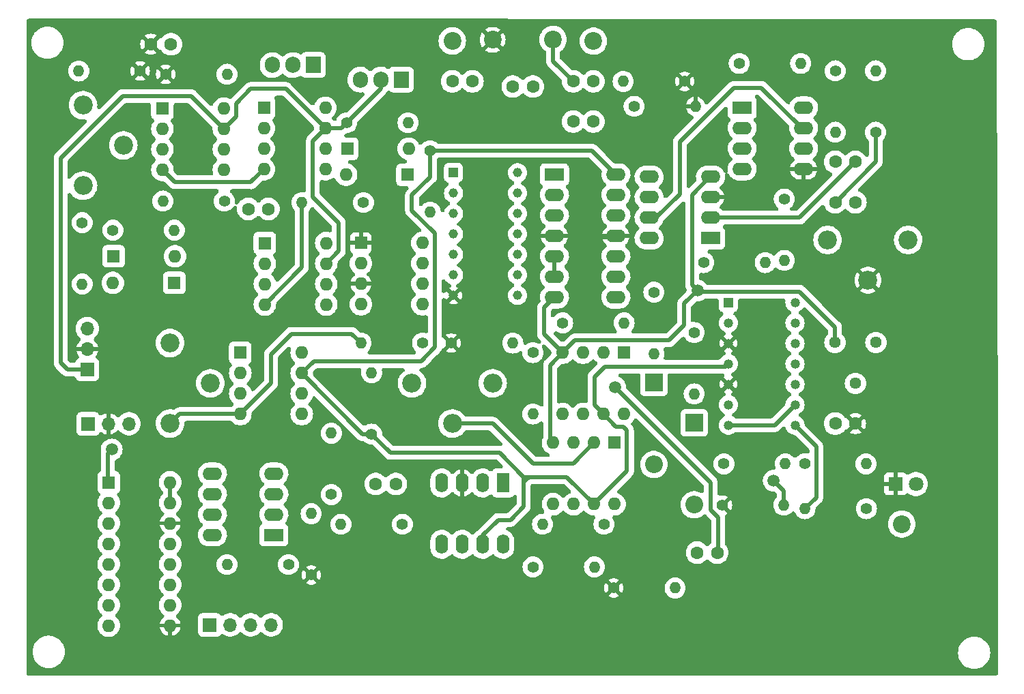
<source format=gbr>
%TF.GenerationSoftware,KiCad,Pcbnew,7.0.10*%
%TF.CreationDate,2024-04-02T15:07:52+05:30*%
%TF.ProjectId,Metal_detector,4d657461-6c5f-4646-9574-6563746f722e,rev?*%
%TF.SameCoordinates,Original*%
%TF.FileFunction,Copper,L2,Bot*%
%TF.FilePolarity,Positive*%
%FSLAX46Y46*%
G04 Gerber Fmt 4.6, Leading zero omitted, Abs format (unit mm)*
G04 Created by KiCad (PCBNEW 7.0.10) date 2024-04-02 15:07:52*
%MOMM*%
%LPD*%
G01*
G04 APERTURE LIST*
%TA.AperFunction,ComponentPad*%
%ADD10C,1.400000*%
%TD*%
%TA.AperFunction,ComponentPad*%
%ADD11O,1.400000X1.400000*%
%TD*%
%TA.AperFunction,ComponentPad*%
%ADD12R,1.905000X2.000000*%
%TD*%
%TA.AperFunction,ComponentPad*%
%ADD13O,1.905000X2.000000*%
%TD*%
%TA.AperFunction,ComponentPad*%
%ADD14R,1.600000X1.600000*%
%TD*%
%TA.AperFunction,ComponentPad*%
%ADD15O,1.600000X1.600000*%
%TD*%
%TA.AperFunction,ComponentPad*%
%ADD16R,1.700000X1.700000*%
%TD*%
%TA.AperFunction,ComponentPad*%
%ADD17O,1.700000X1.700000*%
%TD*%
%TA.AperFunction,ComponentPad*%
%ADD18R,2.200000X2.200000*%
%TD*%
%TA.AperFunction,ComponentPad*%
%ADD19O,2.200000X2.200000*%
%TD*%
%TA.AperFunction,ComponentPad*%
%ADD20C,1.600000*%
%TD*%
%TA.AperFunction,ComponentPad*%
%ADD21C,2.200000*%
%TD*%
%TA.AperFunction,ComponentPad*%
%ADD22R,2.400000X1.600000*%
%TD*%
%TA.AperFunction,ComponentPad*%
%ADD23O,2.400000X1.600000*%
%TD*%
%TA.AperFunction,ComponentPad*%
%ADD24R,1.800000X1.800000*%
%TD*%
%TA.AperFunction,ComponentPad*%
%ADD25C,1.800000*%
%TD*%
%TA.AperFunction,ComponentPad*%
%ADD26R,1.180000X1.180000*%
%TD*%
%TA.AperFunction,ComponentPad*%
%ADD27C,1.180000*%
%TD*%
%TA.AperFunction,ComponentPad*%
%ADD28C,2.340000*%
%TD*%
%TA.AperFunction,ComponentPad*%
%ADD29R,1.600000X2.400000*%
%TD*%
%TA.AperFunction,ComponentPad*%
%ADD30O,1.600000X2.400000*%
%TD*%
%TA.AperFunction,ComponentPad*%
%ADD31R,1.170000X1.170000*%
%TD*%
%TA.AperFunction,ComponentPad*%
%ADD32C,1.170000*%
%TD*%
%TA.AperFunction,ComponentPad*%
%ADD33C,1.440000*%
%TD*%
%TA.AperFunction,ViaPad*%
%ADD34C,1.500000*%
%TD*%
%TA.AperFunction,Conductor*%
%ADD35C,0.500000*%
%TD*%
G04 APERTURE END LIST*
D10*
%TO.P,R14,1*%
%TO.N,GND*%
X90017600Y-85420200D03*
D11*
%TO.P,R14,2*%
%TO.N,Net-(U8-+)*%
X97637600Y-85420200D03*
%TD*%
D10*
%TO.P,R13,1*%
%TO.N,GND*%
X103505000Y-75107800D03*
D11*
%TO.P,R13,2*%
%TO.N,Net-(C4-Pad2)*%
X111125000Y-75107800D03*
%TD*%
D12*
%TO.P,Q1,1,G*%
%TO.N,Net-(D1-A)*%
X63652400Y-22270600D03*
D13*
%TO.P,Q1,2,D*%
%TO.N,+12V*%
X61112400Y-22270600D03*
%TO.P,Q1,3,S*%
%TO.N,Net-(Q1-S)*%
X58572400Y-22270600D03*
%TD*%
D10*
%TO.P,R10,1*%
%TO.N,Net-(D7-A)*%
X103690000Y-70000000D03*
D11*
%TO.P,R10,2*%
%TO.N,Net-(R10-Pad2)*%
X111310000Y-70000000D03*
%TD*%
D10*
%TO.P,R7,1*%
%TO.N,Net-(IC1-Pad6)*%
X117500000Y-21190000D03*
D11*
%TO.P,R7,2*%
%TO.N,Net-(C2-Pad1)*%
X117500000Y-28810000D03*
%TD*%
D10*
%TO.P,R31,1*%
%TO.N,GND*%
X31292800Y-21209000D03*
D11*
%TO.P,R31,2*%
%TO.N,Net-(R31-Pad2)*%
X23672800Y-21209000D03*
%TD*%
D14*
%TO.P,U1,1,NULL*%
%TO.N,unconnected-(U1-NULL-Pad1)*%
X46644400Y-25791000D03*
D15*
%TO.P,U1,2,-*%
%TO.N,Net-(Q1-S)*%
X46644400Y-28331000D03*
%TO.P,U1,3,+*%
%TO.N,Vin*%
X46644400Y-30871000D03*
%TO.P,U1,4,V-*%
%TO.N,-12V*%
X46644400Y-33411000D03*
%TO.P,U1,5,NULL*%
%TO.N,unconnected-(U1-NULL-Pad5)*%
X54264400Y-33411000D03*
%TO.P,U1,6*%
%TO.N,Net-(D1-K)*%
X54264400Y-30871000D03*
%TO.P,U1,7,V+*%
%TO.N,+12V*%
X54264400Y-28331000D03*
%TO.P,U1,8,NC*%
%TO.N,unconnected-(U1-NC-Pad8)*%
X54264400Y-25791000D03*
%TD*%
D16*
%TO.P,J6,1,Pin_1*%
%TO.N,+12V*%
X24725000Y-58280000D03*
D17*
%TO.P,J6,2,Pin_2*%
%TO.N,GND*%
X24725000Y-55740000D03*
%TO.P,J6,3,Pin_3*%
%TO.N,-12V*%
X24725000Y-53200000D03*
%TD*%
D18*
%TO.P,D5,1,K*%
%TO.N,Net-(D5-K)*%
X100000000Y-64920000D03*
D19*
%TO.P,D5,2,A*%
%TO.N,Net-(D5-A)*%
X100000000Y-75080000D03*
%TD*%
D10*
%TO.P,R11,1*%
%TO.N,Net-(IC5B-A)*%
X111175000Y-37115000D03*
D11*
%TO.P,R11,2*%
%TO.N,Net-(R10-Pad2)*%
X111175000Y-44735000D03*
%TD*%
D10*
%TO.P,R35,1*%
%TO.N,Net-(C10-Pad2)*%
X92550000Y-25600000D03*
D11*
%TO.P,R35,2*%
%TO.N,GND*%
X100170000Y-25600000D03*
%TD*%
D10*
%TO.P,R30,1*%
%TO.N,Net-(C6-Pad1)*%
X41732200Y-37363400D03*
D11*
%TO.P,R30,2*%
%TO.N,Net-(U2-+)*%
X34112200Y-37363400D03*
%TD*%
D10*
%TO.P,R33,1*%
%TO.N,Net-(D3-A)*%
X27915000Y-40975000D03*
D11*
%TO.P,R33,2*%
%TO.N,Vin*%
X35535000Y-40975000D03*
%TD*%
D10*
%TO.P,R17,1*%
%TO.N,Net-(IC2-Pad3)*%
X55000000Y-73810000D03*
D11*
%TO.P,R17,2*%
%TO.N,Net-(U7--)*%
X55000000Y-66190000D03*
%TD*%
D20*
%TO.P,C2,1*%
%TO.N,Net-(C2-Pad1)*%
X117500000Y-32500000D03*
%TO.P,C2,2*%
%TO.N,Net-(C2-Pad2)*%
X120000000Y-32500000D03*
%TD*%
D14*
%TO.P,D1,1,K*%
%TO.N,Net-(D1-K)*%
X56972200Y-30861000D03*
D15*
%TO.P,D1,2,A*%
%TO.N,Net-(D1-A)*%
X64592200Y-30861000D03*
%TD*%
D21*
%TO.P,J4,1,Pin_1*%
%TO.N,Net-(J4-Pin_1)*%
X82500000Y-17297400D03*
%TD*%
D22*
%TO.P,IC1,1*%
%TO.N,Net-(IC1-Pad1)*%
X105950000Y-25775000D03*
D23*
%TO.P,IC1,2*%
%TO.N,Net-(C9-Pad2)*%
X105950000Y-28315000D03*
%TO.P,IC1,3*%
%TO.N,Net-(C10-Pad2)*%
X105950000Y-30855000D03*
%TO.P,IC1,4,V-*%
%TO.N,-5V*%
X105950000Y-33395000D03*
%TO.P,IC1,5*%
%TO.N,GND*%
X113570000Y-33395000D03*
%TO.P,IC1,6*%
%TO.N,Net-(IC1-Pad6)*%
X113570000Y-30855000D03*
%TO.P,IC1,7,V+*%
%TO.N,+5V*%
X113570000Y-28315000D03*
%TO.P,IC1,8*%
%TO.N,Net-(IC1-Pad8)*%
X113570000Y-25775000D03*
%TD*%
D20*
%TO.P,C11,1*%
%TO.N,Net-(U8-+)*%
X100370000Y-81026000D03*
%TO.P,C11,2*%
%TO.N,Net-(C11-Pad2)*%
X102870000Y-81026000D03*
%TD*%
D21*
%TO.P,J8,1,Pin_1*%
%TO.N,Net-(D6-A)*%
X125750000Y-77475000D03*
%TD*%
D24*
%TO.P,D6,1,K*%
%TO.N,GND*%
X124960000Y-72500000D03*
D25*
%TO.P,D6,2,A*%
%TO.N,Net-(D6-A)*%
X127500000Y-72500000D03*
%TD*%
D20*
%TO.P,C1,1*%
%TO.N,Net-(J4-Pin_1)*%
X77500000Y-23139400D03*
%TO.P,C1,2*%
%TO.N,Net-(J7-Pin_1)*%
X80000000Y-23139400D03*
%TD*%
D10*
%TO.P,R2,1*%
%TO.N,Net-(D2-K)*%
X58978800Y-37541200D03*
D11*
%TO.P,R2,2*%
%TO.N,-12V*%
X51358800Y-37541200D03*
%TD*%
D10*
%TO.P,R28,1*%
%TO.N,+5V*%
X67259200Y-31115000D03*
D11*
%TO.P,R28,2*%
%TO.N,Net-(U60-1A)*%
X67259200Y-38735000D03*
%TD*%
D21*
%TO.P,J2,1,Pin_1*%
%TO.N,GND*%
X75000000Y-17348200D03*
%TD*%
D18*
%TO.P,D7,1,K*%
%TO.N,Net-(D5-A)*%
X95000000Y-59920000D03*
D19*
%TO.P,D7,2,A*%
%TO.N,Net-(D7-A)*%
X95000000Y-70080000D03*
%TD*%
D22*
%TO.P,IC4,1*%
%TO.N,unconnected-(IC4-Pad1)*%
X102025000Y-41975000D03*
D23*
%TO.P,IC4,2*%
%TO.N,Net-(C2-Pad2)*%
X102025000Y-39435000D03*
%TO.P,IC4,3*%
%TO.N,GND*%
X102025000Y-36895000D03*
%TO.P,IC4,4*%
%TO.N,-5V*%
X102025000Y-34355000D03*
%TO.P,IC4,5*%
%TO.N,unconnected-(IC4-Pad5)*%
X94405000Y-34355000D03*
%TO.P,IC4,6*%
%TO.N,Net-(IC5B-A)*%
X94405000Y-36895000D03*
%TO.P,IC4,7*%
%TO.N,+5V*%
X94405000Y-39435000D03*
%TO.P,IC4,8*%
%TO.N,unconnected-(IC4-Pad8)*%
X94405000Y-41975000D03*
%TD*%
D21*
%TO.P,J3,1,Pin_1*%
%TO.N,Net-(J3-Pin_1)*%
X70000000Y-17475200D03*
%TD*%
D10*
%TO.P,R24,1*%
%TO.N,GND*%
X69880000Y-55000000D03*
D11*
%TO.P,R24,2*%
%TO.N,Net-(U9-+)*%
X77500000Y-55000000D03*
%TD*%
D14*
%TO.P,U11,1,CH0*%
%TO.N,Net-(U11-CH0)*%
X27380000Y-72300000D03*
D15*
%TO.P,U11,2,CH1*%
%TO.N,unconnected-(U11-CH1-Pad2)*%
X27380000Y-74840000D03*
%TO.P,U11,3,CH2*%
%TO.N,unconnected-(U11-CH2-Pad3)*%
X27380000Y-77380000D03*
%TO.P,U11,4,CH3*%
%TO.N,unconnected-(U11-CH3-Pad4)*%
X27380000Y-79920000D03*
%TO.P,U11,5,CH4*%
%TO.N,unconnected-(U11-CH4-Pad5)*%
X27380000Y-82460000D03*
%TO.P,U11,6,CH5*%
%TO.N,unconnected-(U11-CH5-Pad6)*%
X27380000Y-85000000D03*
%TO.P,U11,7,CH6*%
%TO.N,unconnected-(U11-CH6-Pad7)*%
X27380000Y-87540000D03*
%TO.P,U11,8,CH7*%
%TO.N,unconnected-(U11-CH7-Pad8)*%
X27380000Y-90080000D03*
%TO.P,U11,9,DGND*%
%TO.N,GND*%
X35000000Y-90080000D03*
%TO.P,U11,10,~{CS}/SHDN*%
%TO.N,Net-(J1-Pin_1)*%
X35000000Y-87540000D03*
%TO.P,U11,11,Din*%
%TO.N,Net-(J1-Pin_2)*%
X35000000Y-85000000D03*
%TO.P,U11,12,Dout*%
%TO.N,Net-(J1-Pin_3)*%
X35000000Y-82460000D03*
%TO.P,U11,13,CLK*%
%TO.N,Net-(J1-Pin_4)*%
X35000000Y-79920000D03*
%TO.P,U11,14,AGND*%
%TO.N,GND*%
X35000000Y-77380000D03*
%TO.P,U11,15,Vref*%
%TO.N,+5V*%
X35000000Y-74840000D03*
%TO.P,U11,16,Vdd*%
X35000000Y-72300000D03*
%TD*%
D12*
%TO.P,Q2,1,G*%
%TO.N,Net-(D2-K)*%
X52755800Y-20472400D03*
D13*
%TO.P,Q2,2,D*%
%TO.N,-12V*%
X50215800Y-20472400D03*
%TO.P,Q2,3,S*%
%TO.N,Net-(Q1-S)*%
X47675800Y-20472400D03*
%TD*%
D21*
%TO.P,J7,1,Pin_1*%
%TO.N,Net-(J7-Pin_1)*%
X87500000Y-17500000D03*
%TD*%
D10*
%TO.P,R12,1*%
%TO.N,Net-(R10-Pad2)*%
X113690000Y-70000000D03*
D11*
%TO.P,R12,2*%
%TO.N,Net-(C4-Pad2)*%
X121310000Y-70000000D03*
%TD*%
D10*
%TO.P,R3,1*%
%TO.N,GND*%
X98810000Y-22500000D03*
D11*
%TO.P,R3,2*%
%TO.N,Net-(C9-Pad2)*%
X91190000Y-22500000D03*
%TD*%
D20*
%TO.P,C6,1*%
%TO.N,Net-(C6-Pad1)*%
X44698600Y-38354000D03*
%TO.P,C6,2*%
%TO.N,Vin*%
X47198600Y-38354000D03*
%TD*%
D11*
%TO.P,R9,2*%
%TO.N,Net-(R9-Pad2)*%
X113741200Y-75565000D03*
D10*
%TO.P,R9,1*%
%TO.N,Net-(D6-A)*%
X121361200Y-75565000D03*
%TD*%
D14*
%TO.P,U2,1,NULL*%
%TO.N,unconnected-(U2-NULL-Pad1)*%
X34046000Y-25867200D03*
D15*
%TO.P,U2,2,-*%
%TO.N,Net-(U2--)*%
X34046000Y-28407200D03*
%TO.P,U2,3,+*%
%TO.N,Net-(U2-+)*%
X34046000Y-30947200D03*
%TO.P,U2,4,V-*%
%TO.N,-12V*%
X34046000Y-33487200D03*
%TO.P,U2,5,NULL*%
%TO.N,unconnected-(U2-NULL-Pad5)*%
X41666000Y-33487200D03*
%TO.P,U2,6*%
%TO.N,Vin*%
X41666000Y-30947200D03*
%TO.P,U2,7,V+*%
%TO.N,+12V*%
X41666000Y-28407200D03*
%TO.P,U2,8,NC*%
%TO.N,unconnected-(U2-NC-Pad8)*%
X41666000Y-25867200D03*
%TD*%
D22*
%TO.P,IC2,1*%
%TO.N,unconnected-(IC2-Pad1)*%
X47875000Y-78850000D03*
D23*
%TO.P,IC2,2*%
%TO.N,Net-(IC2-Pad2)*%
X47875000Y-76310000D03*
%TO.P,IC2,3*%
%TO.N,Net-(IC2-Pad3)*%
X47875000Y-73770000D03*
%TO.P,IC2,4*%
%TO.N,-5V*%
X47875000Y-71230000D03*
%TO.P,IC2,5*%
%TO.N,unconnected-(IC2-Pad5)*%
X40255000Y-71230000D03*
%TO.P,IC2,6*%
%TO.N,Net-(U11-CH0)*%
X40255000Y-73770000D03*
%TO.P,IC2,7*%
%TO.N,+5V*%
X40255000Y-76310000D03*
%TO.P,IC2,8*%
%TO.N,unconnected-(IC2-Pad8)*%
X40255000Y-78850000D03*
%TD*%
D16*
%TO.P,J1,1,Pin_1*%
%TO.N,Net-(J1-Pin_1)*%
X39920000Y-90000000D03*
D17*
%TO.P,J1,2,Pin_2*%
%TO.N,Net-(J1-Pin_2)*%
X42460000Y-90000000D03*
%TO.P,J1,3,Pin_3*%
%TO.N,Net-(J1-Pin_3)*%
X45000000Y-90000000D03*
%TO.P,J1,4,Pin_4*%
%TO.N,Net-(J1-Pin_4)*%
X47540000Y-90000000D03*
%TD*%
D14*
%TO.P,U7,1,NULL*%
%TO.N,unconnected-(U7-NULL-Pad1)*%
X43700000Y-56200000D03*
D15*
%TO.P,U7,2,-*%
%TO.N,Net-(U7--)*%
X43700000Y-58740000D03*
%TO.P,U7,3,+*%
%TO.N,Net-(U7-+)*%
X43700000Y-61280000D03*
%TO.P,U7,4,V-*%
%TO.N,-5V*%
X43700000Y-63820000D03*
%TO.P,U7,5,NULL*%
%TO.N,unconnected-(U7-NULL-Pad5)*%
X51320000Y-63820000D03*
%TO.P,U7,6*%
%TO.N,Net-(U7--)*%
X51320000Y-61280000D03*
%TO.P,U7,7,V+*%
%TO.N,+5V*%
X51320000Y-58740000D03*
%TO.P,U7,8,NC*%
%TO.N,unconnected-(U7-NC-Pad8)*%
X51320000Y-56200000D03*
%TD*%
D10*
%TO.P,R50,1*%
%TO.N,GND*%
X52500000Y-83810000D03*
D11*
%TO.P,R50,2*%
%TO.N,Net-(IC2-Pad2)*%
X52500000Y-76190000D03*
%TD*%
D20*
%TO.P,C4,1*%
%TO.N,GND*%
X120000000Y-65000000D03*
%TO.P,C4,2*%
%TO.N,Net-(C4-Pad2)*%
X117500000Y-65000000D03*
%TD*%
D14*
%TO.P,U10,1,NULL*%
%TO.N,unconnected-(U10-NULL-Pad1)*%
X46746000Y-42580400D03*
D15*
%TO.P,U10,2,-*%
%TO.N,Net-(U10--)*%
X46746000Y-45120400D03*
%TO.P,U10,3,+*%
%TO.N,Vin*%
X46746000Y-47660400D03*
%TO.P,U10,4,V-*%
%TO.N,-12V*%
X46746000Y-50200400D03*
%TO.P,U10,5,NULL*%
%TO.N,unconnected-(U10-NULL-Pad5)*%
X54366000Y-50200400D03*
%TO.P,U10,6*%
%TO.N,Net-(U10--)*%
X54366000Y-47660400D03*
%TO.P,U10,7,V+*%
%TO.N,+12V*%
X54366000Y-45120400D03*
%TO.P,U10,8,NC*%
%TO.N,unconnected-(U10-NC-Pad8)*%
X54366000Y-42580400D03*
%TD*%
D10*
%TO.P,R26,1*%
%TO.N,Net-(IC5B-B)*%
X83690000Y-52500000D03*
D11*
%TO.P,R26,2*%
%TO.N,Net-(U9-+)*%
X91310000Y-52500000D03*
%TD*%
D10*
%TO.P,R20,1*%
%TO.N,Net-(C5-Pad1)*%
X80010000Y-82804000D03*
D11*
%TO.P,R20,2*%
%TO.N,Net-(C5-Pad2)*%
X87630000Y-82804000D03*
%TD*%
D20*
%TO.P,C3,1*%
%TO.N,Net-(C2-Pad1)*%
X120000000Y-37500000D03*
%TO.P,C3,2*%
%TO.N,Net-(IC5B-A)*%
X117500000Y-37500000D03*
%TD*%
D14*
%TO.P,D4,1,K*%
%TO.N,Net-(D3-A)*%
X27990000Y-44225000D03*
D15*
%TO.P,D4,2,A*%
%TO.N,Vin*%
X35610000Y-44225000D03*
%TD*%
D20*
%TO.P,C8,1*%
%TO.N,Net-(Q1-S)*%
X70000000Y-22500000D03*
%TO.P,C8,2*%
%TO.N,Net-(J3-Pin_1)*%
X72500000Y-22500000D03*
%TD*%
D26*
%TO.P,U3,1*%
%TO.N,Net-(D5-A)*%
X104245000Y-49960000D03*
D27*
%TO.P,U3,2*%
%TO.N,Net-(D5-K)*%
X104245000Y-52500000D03*
%TO.P,U3,3*%
%TO.N,GND*%
X104245000Y-55040000D03*
%TO.P,U3,4*%
%TO.N,+5V*%
X104245000Y-57580000D03*
%TO.P,U3,5*%
%TO.N,GND*%
X104245000Y-60120000D03*
%TO.P,U3,6*%
%TO.N,Net-(R10-Pad2)*%
X104245000Y-62660000D03*
%TO.P,U3,7*%
%TO.N,Net-(C4-Pad2)*%
X104245000Y-65200000D03*
%TO.P,U3,8*%
%TO.N,Net-(R9-Pad2)*%
X112500000Y-65200000D03*
%TO.P,U3,9*%
%TO.N,Net-(C4-Pad2)*%
X112500000Y-62660000D03*
%TO.P,U3,10*%
%TO.N,Net-(RV2-Pad2)*%
X112500000Y-60120000D03*
%TO.P,U3,11*%
%TO.N,-5V*%
X112500000Y-57580000D03*
%TO.P,U3,12*%
%TO.N,N/C*%
X112500000Y-55040000D03*
%TO.P,U3,13*%
X112500000Y-52500000D03*
%TO.P,U3,14*%
X112500000Y-49960000D03*
%TD*%
D28*
%TO.P,RV3,1,1*%
%TO.N,+5V*%
X35000000Y-55000000D03*
%TO.P,RV3,2,2*%
%TO.N,Net-(U7-+)*%
X40000000Y-60000000D03*
%TO.P,RV3,3,3*%
%TO.N,-5V*%
X35000000Y-65000000D03*
%TD*%
D10*
%TO.P,R6,1*%
%TO.N,Net-(D5-K)*%
X100000000Y-53690000D03*
D11*
%TO.P,R6,2*%
%TO.N,Net-(D7-A)*%
X100000000Y-61310000D03*
%TD*%
D10*
%TO.P,R27,1*%
%TO.N,Net-(IC5D-B)*%
X95000000Y-48690000D03*
D11*
%TO.P,R27,2*%
%TO.N,Net-(U9--)*%
X95000000Y-56310000D03*
%TD*%
D10*
%TO.P,R5,1*%
%TO.N,Net-(IC5B-A)*%
X101190000Y-45000000D03*
D11*
%TO.P,R5,2*%
%TO.N,Net-(D5-K)*%
X108810000Y-45000000D03*
%TD*%
D10*
%TO.P,R21,1*%
%TO.N,Net-(R21-Pad1)*%
X88810000Y-77500000D03*
D11*
%TO.P,R21,2*%
%TO.N,Net-(C5-Pad2)*%
X81190000Y-77500000D03*
%TD*%
D10*
%TO.P,R29,1*%
%TO.N,GND*%
X34442400Y-21615400D03*
D11*
%TO.P,R29,2*%
%TO.N,Net-(U2-+)*%
X42062400Y-21615400D03*
%TD*%
D28*
%TO.P,RV5,1,1*%
%TO.N,Net-(R31-Pad2)*%
X24195400Y-25454600D03*
%TO.P,RV5,2,2*%
%TO.N,Net-(U2--)*%
X29195400Y-30454600D03*
%TO.P,RV5,3,3*%
%TO.N,Net-(R32-Pad1)*%
X24195400Y-35454600D03*
%TD*%
D10*
%TO.P,R23,1*%
%TO.N,Net-(R23-Pad1)*%
X66310000Y-55000000D03*
D11*
%TO.P,R23,2*%
%TO.N,-5V*%
X58690000Y-55000000D03*
%TD*%
D29*
%TO.P,IC3,1*%
%TO.N,unconnected-(IC3-Pad1)*%
X76300000Y-72375000D03*
D30*
%TO.P,IC3,2*%
%TO.N,Net-(C5-Pad2)*%
X73760000Y-72375000D03*
%TO.P,IC3,3*%
%TO.N,GND*%
X71220000Y-72375000D03*
%TO.P,IC3,4*%
%TO.N,-5V*%
X68680000Y-72375000D03*
%TO.P,IC3,5*%
%TO.N,unconnected-(IC3-Pad5)*%
X68680000Y-79995000D03*
%TO.P,IC3,6*%
%TO.N,Net-(C5-Pad1)*%
X71220000Y-79995000D03*
%TO.P,IC3,7*%
%TO.N,+5V*%
X73760000Y-79995000D03*
%TO.P,IC3,8*%
%TO.N,unconnected-(IC3-Pad8)*%
X76300000Y-79995000D03*
%TD*%
D20*
%TO.P,C10,1*%
%TO.N,Net-(J7-Pin_1)*%
X85000000Y-27500000D03*
%TO.P,C10,2*%
%TO.N,Net-(C10-Pad2)*%
X87500000Y-27500000D03*
%TD*%
D28*
%TO.P,RV4,1,1*%
%TO.N,Net-(R22-Pad2)*%
X75000000Y-60000000D03*
%TO.P,RV4,2,2*%
%TO.N,Net-(U8--)*%
X70000000Y-65000000D03*
%TO.P,RV4,3,3*%
%TO.N,Net-(R23-Pad1)*%
X65000000Y-60000000D03*
%TD*%
D10*
%TO.P,R22,1*%
%TO.N,+5V*%
X60000000Y-66310000D03*
D11*
%TO.P,R22,2*%
%TO.N,Net-(R22-Pad2)*%
X60000000Y-58690000D03*
%TD*%
D10*
%TO.P,R8,1*%
%TO.N,Net-(IC5B-A)*%
X122500000Y-28810000D03*
D11*
%TO.P,R8,2*%
%TO.N,Net-(C2-Pad2)*%
X122500000Y-21190000D03*
%TD*%
D31*
%TO.P,U60,1,1A*%
%TO.N,Net-(U60-1A)*%
X70156500Y-33832800D03*
D32*
%TO.P,U60,2,1Y*%
%TO.N,Net-(IC5B-C)*%
X70156500Y-36372800D03*
%TO.P,U60,3,2A*%
%TO.N,Net-(U60-1A)*%
X70156500Y-38912800D03*
%TO.P,U60,4,2Y*%
%TO.N,Net-(U60-2Y)*%
X70156500Y-41452800D03*
%TO.P,U60,5,3A*%
X70156500Y-43992800D03*
%TO.P,U60,6,3Y*%
%TO.N,Net-(IC5C-C)*%
X70156500Y-46532800D03*
%TO.P,U60,7,GND*%
%TO.N,GND*%
X70156500Y-49072800D03*
%TO.P,U60,8,4Y*%
%TO.N,unconnected-(U60-4Y-Pad8)*%
X78096500Y-49072800D03*
%TO.P,U60,9,4A*%
%TO.N,unconnected-(U60-4A-Pad9)*%
X78096500Y-46532800D03*
%TO.P,U60,10,5Y*%
%TO.N,unconnected-(U60-5Y-Pad10)*%
X78096500Y-43992800D03*
%TO.P,U60,11,5A*%
%TO.N,unconnected-(U60-5A-Pad11)*%
X78096500Y-41452800D03*
%TO.P,U60,12,6Y*%
%TO.N,unconnected-(U60-6Y-Pad12)*%
X78096500Y-38912800D03*
%TO.P,U60,13,6A*%
%TO.N,unconnected-(U60-6A-Pad13)*%
X78096500Y-36372800D03*
%TO.P,U60,14,VCC*%
%TO.N,Net-(U60-VCC)*%
X78096500Y-33832800D03*
%TD*%
D10*
%TO.P,R19,1*%
%TO.N,Net-(IC2-Pad2)*%
X49682400Y-82500000D03*
D11*
%TO.P,R19,2*%
%TO.N,Net-(U11-CH0)*%
X42062400Y-82500000D03*
%TD*%
D10*
%TO.P,R32,1*%
%TO.N,Net-(R32-Pad1)*%
X24100000Y-40040000D03*
D11*
%TO.P,R32,2*%
%TO.N,Net-(D3-A)*%
X24100000Y-47660000D03*
%TD*%
D10*
%TO.P,R4,1*%
%TO.N,Net-(IC1-Pad1)*%
X105590000Y-20275000D03*
D11*
%TO.P,R4,2*%
%TO.N,Net-(IC1-Pad8)*%
X113210000Y-20275000D03*
%TD*%
D10*
%TO.P,R1,1*%
%TO.N,+12V*%
X56896000Y-27635200D03*
D11*
%TO.P,R1,2*%
%TO.N,Net-(D1-A)*%
X64516000Y-27635200D03*
%TD*%
D10*
%TO.P,R25,1*%
%TO.N,Net-(U9--)*%
X80000000Y-56190000D03*
D11*
%TO.P,R25,2*%
%TO.N,Net-(C11-Pad2)*%
X80000000Y-63810000D03*
%TD*%
D14*
%TO.P,D2,1,K*%
%TO.N,Net-(D2-K)*%
X64439800Y-34086800D03*
D15*
%TO.P,D2,2,A*%
%TO.N,Net-(D1-K)*%
X56819800Y-34086800D03*
%TD*%
D20*
%TO.P,C9,1*%
%TO.N,Net-(J4-Pin_1)*%
X85000000Y-22500000D03*
%TO.P,C9,2*%
%TO.N,Net-(C9-Pad2)*%
X87500000Y-22500000D03*
%TD*%
D22*
%TO.P,IC5,1,A*%
%TO.N,Net-(IC5B-A)*%
X82675000Y-34075000D03*
D23*
%TO.P,IC5,2,B*%
%TO.N,Net-(IC5B-B)*%
X82675000Y-36615000D03*
%TO.P,IC5,3,B*%
X82675000Y-39155000D03*
%TO.P,IC5,4,A*%
%TO.N,GND*%
X82675000Y-41695000D03*
%TO.P,IC5,5,C*%
%TO.N,Net-(IC5C-C)*%
X82675000Y-44235000D03*
%TO.P,IC5,6,C*%
X82675000Y-46775000D03*
%TO.P,IC5,7*%
%TO.N,-5V*%
X82675000Y-49315000D03*
%TO.P,IC5,8,A*%
%TO.N,Net-(IC5B-A)*%
X90295000Y-49315000D03*
%TO.P,IC5,9,B*%
%TO.N,Net-(IC5D-B)*%
X90295000Y-46775000D03*
%TO.P,IC5,10,B*%
X90295000Y-44235000D03*
%TO.P,IC5,11,A*%
%TO.N,GND*%
X90295000Y-41695000D03*
%TO.P,IC5,12,C*%
%TO.N,Net-(IC5B-C)*%
X90295000Y-39155000D03*
%TO.P,IC5,13,C*%
X90295000Y-36615000D03*
%TO.P,IC5,14*%
%TO.N,+5V*%
X90295000Y-34075000D03*
%TD*%
D14*
%TO.P,U8,1,BAL1*%
%TO.N,unconnected-(U8-BAL1-Pad1)*%
X90120000Y-67380000D03*
D15*
%TO.P,U8,2,-*%
%TO.N,Net-(U8--)*%
X87580000Y-67380000D03*
%TO.P,U8,3,+*%
%TO.N,Net-(U8-+)*%
X85040000Y-67380000D03*
%TO.P,U8,4,V-*%
%TO.N,-5V*%
X82500000Y-67380000D03*
%TO.P,U8,5,BAL3*%
%TO.N,unconnected-(U8-BAL3-Pad5)*%
X82500000Y-75000000D03*
%TO.P,U8,6*%
%TO.N,Net-(R21-Pad1)*%
X85040000Y-75000000D03*
%TO.P,U8,7,V+*%
%TO.N,+5V*%
X87580000Y-75000000D03*
%TO.P,U8,8,BAL2*%
%TO.N,unconnected-(U8-BAL2-Pad8)*%
X90120000Y-75000000D03*
%TD*%
D16*
%TO.P,J5,1,Pin_1*%
%TO.N,+5V*%
X24820000Y-65025000D03*
D17*
%TO.P,J5,2,Pin_2*%
%TO.N,GND*%
X27360000Y-65025000D03*
%TO.P,J5,3,Pin_3*%
%TO.N,-5V*%
X29900000Y-65025000D03*
%TD*%
D33*
%TO.P,RV2,1,1*%
%TO.N,-5V*%
X117460000Y-54920000D03*
%TO.P,RV2,2,2*%
%TO.N,Net-(RV2-Pad2)*%
X120000000Y-60000000D03*
%TO.P,RV2,3,3*%
%TO.N,+5V*%
X122540000Y-54920000D03*
%TD*%
D14*
%TO.P,U9,1,NULL*%
%TO.N,unconnected-(U9-NULL-Pad1)*%
X91300000Y-56200000D03*
D15*
%TO.P,U9,2,-*%
%TO.N,Net-(U9--)*%
X88760000Y-56200000D03*
%TO.P,U9,3,+*%
%TO.N,Net-(U9-+)*%
X86220000Y-56200000D03*
%TO.P,U9,4,V-*%
%TO.N,-5V*%
X83680000Y-56200000D03*
%TO.P,U9,5,NULL*%
%TO.N,unconnected-(U9-NULL-Pad5)*%
X83680000Y-63820000D03*
%TO.P,U9,6*%
%TO.N,Net-(C11-Pad2)*%
X86220000Y-63820000D03*
%TO.P,U9,7,V+*%
%TO.N,+5V*%
X88760000Y-63820000D03*
%TO.P,U9,8,NC*%
%TO.N,unconnected-(U9-NC-Pad8)*%
X91300000Y-63820000D03*
%TD*%
D14*
%TO.P,D3,1,K*%
%TO.N,Vin*%
X35515000Y-47525000D03*
D15*
%TO.P,D3,2,A*%
%TO.N,Net-(D3-A)*%
X27895000Y-47525000D03*
%TD*%
D28*
%TO.P,RV1,1,1*%
%TO.N,unconnected-(RV1-Pad1)*%
X126550000Y-42200000D03*
%TO.P,RV1,2,2*%
%TO.N,GND*%
X121550000Y-47200000D03*
%TO.P,RV1,3,3*%
%TO.N,Net-(C2-Pad1)*%
X116550000Y-42200000D03*
%TD*%
D20*
%TO.P,C7,1*%
%TO.N,Net-(U2-+)*%
X35108200Y-17881600D03*
%TO.P,C7,2*%
%TO.N,GND*%
X32608200Y-17881600D03*
%TD*%
D14*
%TO.P,U50,1,GND*%
%TO.N,GND*%
X58674000Y-42570400D03*
D15*
%TO.P,U50,2,+*%
%TO.N,Net-(U10--)*%
X58674000Y-45110400D03*
%TO.P,U50,3,-*%
%TO.N,GND*%
X58674000Y-47650400D03*
%TO.P,U50,4,V-*%
%TO.N,-12V*%
X58674000Y-50190400D03*
%TO.P,U50,5,BAL*%
%TO.N,unconnected-(U50-BAL-Pad5)*%
X66294000Y-50190400D03*
%TO.P,U50,6,STRB*%
%TO.N,unconnected-(U50-STRB-Pad6)*%
X66294000Y-47650400D03*
%TO.P,U50,7*%
%TO.N,Net-(U60-1A)*%
X66294000Y-45110400D03*
%TO.P,U50,8,V+*%
%TO.N,+12V*%
X66294000Y-42570400D03*
%TD*%
D10*
%TO.P,R18,1*%
%TO.N,Net-(C5-Pad1)*%
X63810000Y-77500000D03*
D11*
%TO.P,R18,2*%
%TO.N,Net-(IC2-Pad3)*%
X56190000Y-77500000D03*
%TD*%
D20*
%TO.P,C5,1*%
%TO.N,Net-(C5-Pad1)*%
X60500000Y-72500000D03*
%TO.P,C5,2*%
%TO.N,Net-(C5-Pad2)*%
X63000000Y-72500000D03*
%TD*%
D34*
%TO.N,Net-(C4-Pad2)*%
X109874049Y-72081281D03*
%TO.N,GND*%
X61204813Y-43209334D03*
X63423800Y-46380400D03*
X73888600Y-37134800D03*
X26289000Y-17576800D03*
X134493000Y-72288400D03*
X36830000Y-68681600D03*
X56083200Y-59334400D03*
X19456400Y-56489600D03*
X22860000Y-74168000D03*
X31191200Y-88874600D03*
X51765200Y-67005200D03*
X118999000Y-16916400D03*
X74320400Y-57200800D03*
X19481800Y-24104600D03*
X106700000Y-62625000D03*
X19786600Y-82346800D03*
X86275000Y-41875000D03*
X134594600Y-65938400D03*
X119735600Y-82550000D03*
X18643600Y-42621200D03*
X46482000Y-16230600D03*
X56692800Y-93599000D03*
X109950000Y-30400000D03*
X42037000Y-16662400D03*
X97485200Y-46863000D03*
X134605479Y-39927493D03*
X125247400Y-88138000D03*
X41198800Y-94919800D03*
X118287800Y-50622200D03*
X105375000Y-37025000D03*
X70789800Y-57531000D03*
X116459000Y-88188800D03*
X95961200Y-89484200D03*
X22758400Y-86868000D03*
X106400600Y-53644800D03*
X127558800Y-65836800D03*
X78314532Y-90343103D03*
X30937200Y-85902800D03*
X56500000Y-48950000D03*
X84632800Y-90347800D03*
X129641600Y-21894800D03*
X77368400Y-27609800D03*
X132867400Y-83388200D03*
X134264400Y-59461400D03*
X114274600Y-16357600D03*
X56235600Y-87198200D03*
X31180000Y-81175000D03*
X75107800Y-47167800D03*
X19710400Y-69900800D03*
X110216358Y-89341355D03*
X105003600Y-72491600D03*
X108839000Y-16230600D03*
X18643600Y-49555400D03*
X134950200Y-51612800D03*
X61950600Y-84582000D03*
X126517400Y-17729200D03*
X110312200Y-54533800D03*
X65836800Y-89738200D03*
X124917200Y-36906200D03*
X126441200Y-25425400D03*
X74498200Y-85674200D03*
X19431000Y-77724000D03*
X50622200Y-32486600D03*
X31496000Y-60502800D03*
X133248400Y-45643800D03*
X63601600Y-50444400D03*
X24841200Y-93268800D03*
X101320600Y-17145000D03*
X40081200Y-43256200D03*
X32525000Y-77450000D03*
X92862400Y-78130400D03*
X38252400Y-31496000D03*
X134594600Y-36118800D03*
X93649800Y-30530800D03*
X124775000Y-69150000D03*
X37490400Y-15951200D03*
X131953000Y-25247600D03*
X34696400Y-94411800D03*
X126949200Y-51104800D03*
X64211200Y-17780000D03*
X93980000Y-45262800D03*
X107137200Y-78613000D03*
X128701800Y-55499000D03*
X80060800Y-42900600D03*
X19456400Y-63830200D03*
X134848600Y-80848200D03*
X28150000Y-55950000D03*
X51993800Y-93903800D03*
X40259000Y-49707800D03*
X19729974Y-28244363D03*
X43891200Y-67792600D03*
X93573600Y-16687800D03*
X106426000Y-56438800D03*
X102819200Y-88874600D03*
X30099000Y-53416200D03*
X71841698Y-90343103D03*
X59563000Y-17094200D03*
X29718000Y-16052800D03*
X52552600Y-16332200D03*
X73812400Y-43611800D03*
X111404400Y-80340200D03*
X42494200Y-45440600D03*
X93294200Y-82575400D03*
X67335400Y-27432000D03*
X91337258Y-90343103D03*
X84709000Y-60147200D03*
X29438600Y-95377000D03*
X72745600Y-27533600D03*
X60477400Y-91287600D03*
X19100800Y-35179000D03*
X47218600Y-94767400D03*
X126517400Y-31800800D03*
X134035800Y-29743400D03*
X109397800Y-60782200D03*
%TO.N,-5V*%
X100400000Y-48460000D03*
%TO.N,Net-(U11-CH0)*%
X27750000Y-68225000D03*
%TO.N,Net-(C11-Pad2)*%
X90170000Y-60452000D03*
%TD*%
D35*
%TO.N,+5V*%
X87335000Y-31115000D02*
X67259200Y-31115000D01*
X90295000Y-34075000D02*
X87335000Y-31115000D01*
%TO.N,-5V*%
X81381600Y-53901600D02*
X83680000Y-56200000D01*
X81381600Y-50608400D02*
X81381600Y-53901600D01*
X82675000Y-49315000D02*
X81381600Y-50608400D01*
%TO.N,+5V*%
X113365000Y-28315000D02*
X113570000Y-28315000D01*
X108341800Y-23291800D02*
X113365000Y-28315000D01*
X104933200Y-23291800D02*
X108341800Y-23291800D01*
X98196400Y-30028600D02*
X104933200Y-23291800D01*
X98196400Y-36543600D02*
X98196400Y-30028600D01*
X95305000Y-39435000D02*
X98196400Y-36543600D01*
X94405000Y-39435000D02*
X95305000Y-39435000D01*
%TO.N,Net-(R9-Pad2)*%
X115140000Y-67840000D02*
X115140000Y-74166200D01*
X115140000Y-74166200D02*
X113741200Y-75565000D01*
X112500000Y-65200000D02*
X115140000Y-67840000D01*
%TO.N,Net-(C4-Pad2)*%
X111125000Y-73332232D02*
X109874049Y-72081281D01*
X111125000Y-75107800D02*
X111125000Y-73332232D01*
%TO.N,Net-(C11-Pad2)*%
X102055000Y-72337000D02*
X90170000Y-60452000D01*
X102997000Y-76650410D02*
X102055000Y-75708410D01*
X102997000Y-80899000D02*
X102997000Y-76650410D01*
X102055000Y-75708410D02*
X102055000Y-72337000D01*
X102870000Y-81026000D02*
X102997000Y-80899000D01*
%TO.N,Net-(C2-Pad2)*%
X102025000Y-39435000D02*
X113065000Y-39435000D01*
X113065000Y-39435000D02*
X120000000Y-32500000D01*
%TO.N,GND*%
X82675000Y-41695000D02*
X86095000Y-41695000D01*
X86275000Y-41875000D02*
X90115000Y-41875000D01*
X86095000Y-41695000D02*
X86275000Y-41875000D01*
X106700000Y-62625000D02*
X106700000Y-62575000D01*
X90115000Y-41875000D02*
X90295000Y-41695000D01*
X106700000Y-62575000D02*
X104245000Y-60120000D01*
%TO.N,-5V*%
X100400000Y-48460000D02*
X100560000Y-48620000D01*
X57538000Y-53848000D02*
X50038000Y-53848000D01*
X50038000Y-53848000D02*
X47500000Y-56386000D01*
X82130000Y-67010000D02*
X82500000Y-67380000D01*
X99740000Y-36587969D02*
X101972969Y-34355000D01*
X117460000Y-53024953D02*
X117460000Y-54920000D01*
X85230000Y-54650000D02*
X83680000Y-56200000D01*
X98750000Y-52775000D02*
X96875000Y-54650000D01*
X43700000Y-63820000D02*
X36180000Y-63820000D01*
X99740000Y-47800000D02*
X99740000Y-36587969D01*
X101972969Y-34355000D02*
X102025000Y-34355000D01*
X47500000Y-56386000D02*
X47500000Y-60020000D01*
X100400000Y-48460000D02*
X98750000Y-50110000D01*
X98750000Y-50110000D02*
X98750000Y-52775000D01*
X36180000Y-63820000D02*
X35000000Y-65000000D01*
X83680000Y-56200000D02*
X82130000Y-57750000D01*
X113055047Y-48620000D02*
X117460000Y-53024953D01*
X100560000Y-48620000D02*
X113055047Y-48620000D01*
X82130000Y-57750000D02*
X82130000Y-67010000D01*
X58690000Y-55000000D02*
X57538000Y-53848000D01*
X47500000Y-60020000D02*
X43700000Y-63820000D01*
X96875000Y-54650000D02*
X85230000Y-54650000D01*
X100400000Y-48460000D02*
X99740000Y-47800000D01*
%TO.N,+5V*%
X78875000Y-72390000D02*
X78875000Y-75303000D01*
X88760000Y-63820000D02*
X87630000Y-62690000D01*
X75692000Y-76962000D02*
X73760000Y-78894000D01*
X88760000Y-63820000D02*
X90310000Y-65370000D01*
X73760000Y-78894000D02*
X73760000Y-79995000D01*
X58890000Y-66310000D02*
X51320000Y-58740000D01*
X67844000Y-55516610D02*
X66120610Y-57240000D01*
X79502000Y-71625000D02*
X78875000Y-71625000D01*
X78875000Y-71625000D02*
X78875000Y-72390000D01*
X91670000Y-65830000D02*
X91670000Y-70910000D01*
X87630000Y-59182000D02*
X88900000Y-57912000D01*
X91670000Y-70910000D02*
X87580000Y-75000000D01*
X52820000Y-57240000D02*
X66120610Y-57240000D01*
X122420000Y-54920000D02*
X122540000Y-54920000D01*
X62315000Y-68625000D02*
X60000000Y-66310000D01*
X75875000Y-68625000D02*
X62315000Y-68625000D01*
X78875000Y-71625000D02*
X75875000Y-68625000D01*
X67259200Y-34367400D02*
X65000000Y-36626600D01*
X67259200Y-31115000D02*
X67259200Y-34367400D01*
X78875000Y-72390000D02*
X78875000Y-72252000D01*
X66120610Y-57240000D02*
X67760000Y-55600610D01*
X65000000Y-38526410D02*
X67844000Y-41370410D01*
X88900000Y-57912000D02*
X103913000Y-57912000D01*
X78875000Y-75303000D02*
X77216000Y-76962000D01*
X94405000Y-39435000D02*
X93505000Y-39435000D01*
X51320000Y-58740000D02*
X52820000Y-57240000D01*
X84205000Y-71625000D02*
X79502000Y-71625000D01*
X67844000Y-41370410D02*
X67844000Y-55516610D01*
X87580000Y-75000000D02*
X84205000Y-71625000D01*
X60000000Y-66310000D02*
X58890000Y-66310000D01*
X87630000Y-62690000D02*
X87630000Y-59182000D01*
X65000000Y-36626600D02*
X65000000Y-38526410D01*
X35000000Y-72300000D02*
X35000000Y-74840000D01*
X90310000Y-65370000D02*
X91210000Y-65370000D01*
X78875000Y-72252000D02*
X79502000Y-71625000D01*
X91210000Y-65370000D02*
X91670000Y-65830000D01*
X103913000Y-57912000D02*
X104245000Y-57580000D01*
X77216000Y-76962000D02*
X75692000Y-76962000D01*
%TO.N,Net-(IC5C-C)*%
X82675000Y-46775000D02*
X82675000Y-44235000D01*
%TO.N,-12V*%
X34046000Y-33487200D02*
X35596000Y-35037200D01*
X51358800Y-37541200D02*
X51358800Y-45587600D01*
X35596000Y-35037200D02*
X45018200Y-35037200D01*
X45018200Y-35037200D02*
X46644400Y-33411000D01*
X51358800Y-45587600D02*
X46746000Y-50200400D01*
%TO.N,+12V*%
X37576000Y-24317200D02*
X41666000Y-28407200D01*
X21412200Y-57429400D02*
X21412200Y-32029400D01*
X24725000Y-58280000D02*
X22262800Y-58280000D01*
X54264400Y-28331000D02*
X56200200Y-28331000D01*
X43216000Y-26857200D02*
X43216000Y-25225168D01*
X56896000Y-27635200D02*
X61112400Y-23418800D01*
X52714400Y-29881000D02*
X52714400Y-36846190D01*
X45000000Y-23441168D02*
X49374568Y-23441168D01*
X49374568Y-23441168D02*
X54264400Y-28331000D01*
X52714400Y-36846190D02*
X55916000Y-40047790D01*
X43216000Y-25225168D02*
X45000000Y-23441168D01*
X21412200Y-32029400D02*
X29124400Y-24317200D01*
X55916000Y-40047790D02*
X55916000Y-43570400D01*
X56200200Y-28331000D02*
X56896000Y-27635200D01*
X29124400Y-24317200D02*
X37576000Y-24317200D01*
X22262800Y-58280000D02*
X21412200Y-57429400D01*
X61112400Y-23418800D02*
X61112400Y-22270600D01*
X55916000Y-43570400D02*
X54366000Y-45120400D01*
X41666000Y-28407200D02*
X43216000Y-26857200D01*
X54264400Y-28331000D02*
X52714400Y-29881000D01*
%TO.N,Net-(U8--)*%
X75000000Y-65000000D02*
X80000000Y-70000000D01*
X70000000Y-65000000D02*
X75000000Y-65000000D01*
X85000000Y-70000000D02*
X85000000Y-69960000D01*
X85000000Y-69960000D02*
X87580000Y-67380000D01*
X80000000Y-70000000D02*
X85000000Y-70000000D01*
%TO.N,Net-(J4-Pin_1)*%
X82500000Y-20000000D02*
X85000000Y-22500000D01*
X82500000Y-17297400D02*
X82500000Y-20000000D01*
%TO.N,Net-(C4-Pad2)*%
X109960000Y-65200000D02*
X112500000Y-62660000D01*
X104245000Y-65200000D02*
X109960000Y-65200000D01*
%TO.N,Net-(U11-CH0)*%
X27300000Y-68675000D02*
X27300000Y-72220000D01*
X27750000Y-68225000D02*
X27300000Y-68675000D01*
X27300000Y-72220000D02*
X27380000Y-72300000D01*
%TO.N,Net-(IC5B-A)*%
X122500000Y-32500000D02*
X117500000Y-37500000D01*
X122500000Y-28810000D02*
X122500000Y-32500000D01*
%TD*%
%TA.AperFunction,Conductor*%
%TO.N,GND*%
G36*
X111171906Y-49489454D02*
G01*
X111252688Y-49543430D01*
X111306664Y-49624212D01*
X111325618Y-49719500D01*
X111324556Y-49742474D01*
X111304400Y-49959999D01*
X111324756Y-50179688D01*
X111385137Y-50391906D01*
X111483476Y-50589395D01*
X111483479Y-50589400D01*
X111483480Y-50589402D01*
X111534296Y-50656693D01*
X111616437Y-50765467D01*
X111616441Y-50765471D01*
X111779490Y-50914109D01*
X111947759Y-51018297D01*
X112018795Y-51084574D01*
X112059062Y-51172991D01*
X112062428Y-51270088D01*
X112028380Y-51361082D01*
X111962102Y-51432119D01*
X111947765Y-51441698D01*
X111940159Y-51446409D01*
X111779492Y-51545889D01*
X111616439Y-51694530D01*
X111483479Y-51870599D01*
X111483476Y-51870604D01*
X111385138Y-52068093D01*
X111385137Y-52068093D01*
X111324756Y-52280311D01*
X111304400Y-52500000D01*
X111324756Y-52719688D01*
X111385137Y-52931906D01*
X111483476Y-53129395D01*
X111483479Y-53129400D01*
X111483480Y-53129402D01*
X111522596Y-53181200D01*
X111615658Y-53304435D01*
X111616441Y-53305471D01*
X111779490Y-53454109D01*
X111947759Y-53558297D01*
X112018795Y-53624574D01*
X112059062Y-53712991D01*
X112062428Y-53810088D01*
X112028380Y-53901082D01*
X111962102Y-53972119D01*
X111947765Y-53981698D01*
X111915503Y-54001675D01*
X111779492Y-54085889D01*
X111616439Y-54234530D01*
X111483479Y-54410599D01*
X111483476Y-54410604D01*
X111385138Y-54608093D01*
X111385137Y-54608093D01*
X111324756Y-54820311D01*
X111304400Y-55040000D01*
X111324756Y-55259688D01*
X111385137Y-55471906D01*
X111483476Y-55669395D01*
X111483479Y-55669400D01*
X111483480Y-55669402D01*
X111534257Y-55736642D01*
X111611655Y-55839134D01*
X111616441Y-55845471D01*
X111779490Y-55994109D01*
X111947759Y-56098297D01*
X112018795Y-56164574D01*
X112059062Y-56252991D01*
X112062428Y-56350088D01*
X112028380Y-56441082D01*
X111962102Y-56512119D01*
X111947765Y-56521698D01*
X111923572Y-56536679D01*
X111779492Y-56625889D01*
X111616439Y-56774530D01*
X111483479Y-56950599D01*
X111483476Y-56950604D01*
X111385138Y-57148093D01*
X111385137Y-57148093D01*
X111324756Y-57360311D01*
X111304400Y-57580000D01*
X111324756Y-57799688D01*
X111385137Y-58011906D01*
X111483476Y-58209395D01*
X111483479Y-58209400D01*
X111483480Y-58209402D01*
X111528524Y-58269050D01*
X111587590Y-58347267D01*
X111616441Y-58385471D01*
X111779490Y-58534109D01*
X111947759Y-58638297D01*
X112018795Y-58704574D01*
X112059062Y-58792991D01*
X112062428Y-58890088D01*
X112028380Y-58981082D01*
X111962102Y-59052119D01*
X111947765Y-59061698D01*
X111921558Y-59077926D01*
X111779492Y-59165889D01*
X111616439Y-59314530D01*
X111483479Y-59490599D01*
X111483476Y-59490604D01*
X111385138Y-59688093D01*
X111385137Y-59688093D01*
X111324756Y-59900311D01*
X111304400Y-60120000D01*
X111324756Y-60339688D01*
X111385137Y-60551906D01*
X111483476Y-60749395D01*
X111483479Y-60749400D01*
X111483480Y-60749402D01*
X111531297Y-60812722D01*
X111610445Y-60917532D01*
X111616441Y-60925471D01*
X111779490Y-61074109D01*
X111947759Y-61178297D01*
X112018795Y-61244574D01*
X112059062Y-61332991D01*
X112062428Y-61430088D01*
X112028380Y-61521082D01*
X111962102Y-61592119D01*
X111947765Y-61601698D01*
X111917401Y-61620500D01*
X111779492Y-61705889D01*
X111616439Y-61854530D01*
X111483479Y-62030599D01*
X111483476Y-62030604D01*
X111385138Y-62228093D01*
X111385137Y-62228093D01*
X111324756Y-62440311D01*
X111313429Y-62562554D01*
X111285763Y-62655687D01*
X111241561Y-62715649D01*
X109680641Y-64276570D01*
X109599859Y-64330546D01*
X109504571Y-64349500D01*
X105175627Y-64349500D01*
X105080339Y-64330546D01*
X105007876Y-64284513D01*
X105002820Y-64279904D01*
X104965510Y-64245891D01*
X104965508Y-64245889D01*
X104839778Y-64168041D01*
X104797240Y-64141702D01*
X104726204Y-64075427D01*
X104685937Y-63987009D01*
X104682571Y-63889913D01*
X104716619Y-63798919D01*
X104782896Y-63727881D01*
X104797234Y-63718301D01*
X104965510Y-63614109D01*
X105128559Y-63465471D01*
X105261520Y-63289402D01*
X105359864Y-63091901D01*
X105420243Y-62879691D01*
X105440600Y-62660000D01*
X105420243Y-62440309D01*
X105359864Y-62228099D01*
X105359863Y-62228097D01*
X105359862Y-62228093D01*
X105261523Y-62030604D01*
X105261520Y-62030599D01*
X105261520Y-62030598D01*
X105128559Y-61854529D01*
X104965510Y-61705891D01*
X104909527Y-61671228D01*
X104777925Y-61589743D01*
X104777922Y-61589742D01*
X104722564Y-61568296D01*
X104640559Y-61516200D01*
X104584731Y-61436687D01*
X104563581Y-61341862D01*
X104580329Y-61246162D01*
X104632426Y-61164155D01*
X104711939Y-61108327D01*
X104722567Y-61103925D01*
X104732930Y-61099910D01*
X104732941Y-61099904D01*
X104818422Y-61046977D01*
X104818422Y-61046976D01*
X104302510Y-60531064D01*
X104374841Y-60519608D01*
X104491971Y-60459927D01*
X104584927Y-60366971D01*
X104644608Y-60249841D01*
X104656064Y-60177510D01*
X105175325Y-60696771D01*
X105175706Y-60696268D01*
X105175707Y-60696266D01*
X105265750Y-60515437D01*
X105321029Y-60321150D01*
X105321031Y-60321142D01*
X105339669Y-60120000D01*
X105321031Y-59918857D01*
X105321029Y-59918849D01*
X105265750Y-59724562D01*
X105175705Y-59543730D01*
X105175325Y-59543227D01*
X104656064Y-60062488D01*
X104644608Y-59990159D01*
X104584927Y-59873029D01*
X104491971Y-59780073D01*
X104374841Y-59720392D01*
X104302509Y-59708935D01*
X104818423Y-59193022D01*
X104732934Y-59140091D01*
X104732925Y-59140087D01*
X104722557Y-59136070D01*
X104640553Y-59083971D01*
X104584728Y-59004456D01*
X104563581Y-58909630D01*
X104580333Y-58813930D01*
X104632432Y-58731926D01*
X104711947Y-58676101D01*
X104722528Y-58671717D01*
X104777925Y-58650257D01*
X104965510Y-58534109D01*
X105128559Y-58385471D01*
X105261520Y-58209402D01*
X105359864Y-58011901D01*
X105420243Y-57799691D01*
X105440600Y-57580000D01*
X105420243Y-57360309D01*
X105359864Y-57148099D01*
X105359863Y-57148097D01*
X105359862Y-57148093D01*
X105261523Y-56950604D01*
X105261520Y-56950599D01*
X105261520Y-56950598D01*
X105157233Y-56812500D01*
X105128560Y-56774530D01*
X105110676Y-56758227D01*
X104965510Y-56625891D01*
X104777925Y-56509743D01*
X104722564Y-56488296D01*
X104640559Y-56436200D01*
X104584731Y-56356687D01*
X104563581Y-56261862D01*
X104580329Y-56166162D01*
X104632426Y-56084155D01*
X104711939Y-56028327D01*
X104722567Y-56023925D01*
X104732930Y-56019910D01*
X104732941Y-56019904D01*
X104818422Y-55966977D01*
X104818422Y-55966976D01*
X104302510Y-55451064D01*
X104374841Y-55439608D01*
X104491971Y-55379927D01*
X104584927Y-55286971D01*
X104644608Y-55169841D01*
X104656064Y-55097510D01*
X105175325Y-55616771D01*
X105175706Y-55616268D01*
X105175707Y-55616266D01*
X105265750Y-55435437D01*
X105321029Y-55241150D01*
X105321031Y-55241142D01*
X105339669Y-55040000D01*
X105321031Y-54838857D01*
X105321029Y-54838849D01*
X105265750Y-54644562D01*
X105175705Y-54463730D01*
X105175325Y-54463227D01*
X104656064Y-54982488D01*
X104644608Y-54910159D01*
X104584927Y-54793029D01*
X104491971Y-54700073D01*
X104374841Y-54640392D01*
X104302509Y-54628935D01*
X104818423Y-54113022D01*
X104732934Y-54060091D01*
X104732925Y-54060087D01*
X104722557Y-54056070D01*
X104640553Y-54003971D01*
X104584728Y-53924456D01*
X104563581Y-53829630D01*
X104580333Y-53733930D01*
X104632432Y-53651926D01*
X104711947Y-53596101D01*
X104722528Y-53591717D01*
X104777925Y-53570257D01*
X104965510Y-53454109D01*
X105128559Y-53305471D01*
X105261520Y-53129402D01*
X105359864Y-52931901D01*
X105420243Y-52719691D01*
X105440600Y-52500000D01*
X105420243Y-52280309D01*
X105359864Y-52068099D01*
X105359863Y-52068097D01*
X105359862Y-52068093D01*
X105261523Y-51870604D01*
X105261520Y-51870599D01*
X105261520Y-51870598D01*
X105128559Y-51694529D01*
X104965510Y-51545891D01*
X104965506Y-51545888D01*
X104957002Y-51538136D01*
X104958675Y-51536299D01*
X104906112Y-51477295D01*
X104874167Y-51385542D01*
X104879766Y-51288549D01*
X104922057Y-51201081D01*
X104994601Y-51136456D01*
X105025479Y-51121077D01*
X105137841Y-51074536D01*
X105263282Y-50978282D01*
X105359536Y-50852841D01*
X105420044Y-50706762D01*
X105435500Y-50589361D01*
X105435499Y-49719498D01*
X105454453Y-49624212D01*
X105508429Y-49543431D01*
X105589211Y-49489454D01*
X105684499Y-49470500D01*
X111076618Y-49470500D01*
X111171906Y-49489454D01*
G37*
%TD.AperFunction*%
%TA.AperFunction,Conductor*%
G36*
X87575700Y-57022097D02*
G01*
X87658643Y-57072689D01*
X87673195Y-57087241D01*
X87808214Y-57233911D01*
X87808223Y-57233919D01*
X87904588Y-57308922D01*
X87968143Y-57382406D01*
X87998739Y-57474617D01*
X87991717Y-57571518D01*
X87948148Y-57658356D01*
X87927720Y-57681489D01*
X87060189Y-58549019D01*
X87045322Y-58562725D01*
X87008900Y-58593662D01*
X86961954Y-58655417D01*
X86957807Y-58660721D01*
X86909163Y-58721238D01*
X86902936Y-58730980D01*
X86896943Y-58740941D01*
X86864353Y-58811381D01*
X86861444Y-58817451D01*
X86826961Y-58886984D01*
X86822960Y-58897872D01*
X86819268Y-58908830D01*
X86802587Y-58984613D01*
X86801049Y-58991175D01*
X86782315Y-59066506D01*
X86780758Y-59077926D01*
X86779500Y-59089506D01*
X86779500Y-59167086D01*
X86779409Y-59173826D01*
X86777307Y-59251436D01*
X86778403Y-59264895D01*
X86777449Y-59264972D01*
X86779500Y-59286537D01*
X86779500Y-62199505D01*
X86760546Y-62294793D01*
X86706570Y-62375575D01*
X86625788Y-62429551D01*
X86530500Y-62448505D01*
X86489516Y-62445109D01*
X86336049Y-62419500D01*
X86103951Y-62419500D01*
X85875025Y-62457700D01*
X85875019Y-62457701D01*
X85875019Y-62457702D01*
X85655497Y-62533064D01*
X85655494Y-62533065D01*
X85655487Y-62533068D01*
X85451371Y-62643531D01*
X85268220Y-62786083D01*
X85133195Y-62932759D01*
X85054713Y-62990027D01*
X84960289Y-63012902D01*
X84864299Y-62997902D01*
X84781356Y-62947310D01*
X84766805Y-62932759D01*
X84717949Y-62879688D01*
X84631784Y-62786087D01*
X84580919Y-62746497D01*
X84448628Y-62643531D01*
X84244512Y-62533068D01*
X84244507Y-62533066D01*
X84244503Y-62533064D01*
X84024981Y-62457702D01*
X84024978Y-62457701D01*
X84024974Y-62457700D01*
X83796049Y-62419500D01*
X83563951Y-62419500D01*
X83335024Y-62457701D01*
X83335022Y-62457701D01*
X83310344Y-62466173D01*
X83214064Y-62479183D01*
X83120134Y-62454359D01*
X83042854Y-62395478D01*
X82993989Y-62311506D01*
X82980500Y-62230662D01*
X82980500Y-58205427D01*
X82999454Y-58110139D01*
X83053426Y-58029362D01*
X83409360Y-57673427D01*
X83490139Y-57619454D01*
X83585427Y-57600500D01*
X83796049Y-57600500D01*
X84024981Y-57562298D01*
X84244503Y-57486936D01*
X84448626Y-57376470D01*
X84631784Y-57233913D01*
X84766805Y-57087241D01*
X84845286Y-57029972D01*
X84939710Y-57007097D01*
X85035700Y-57022097D01*
X85118643Y-57072689D01*
X85133195Y-57087241D01*
X85268214Y-57233911D01*
X85268220Y-57233916D01*
X85430612Y-57360311D01*
X85451374Y-57376470D01*
X85547103Y-57428276D01*
X85655487Y-57486931D01*
X85655489Y-57486931D01*
X85655497Y-57486936D01*
X85875019Y-57562298D01*
X86103951Y-57600500D01*
X86336049Y-57600500D01*
X86564981Y-57562298D01*
X86784503Y-57486936D01*
X86988626Y-57376470D01*
X87171784Y-57233913D01*
X87306805Y-57087241D01*
X87385286Y-57029972D01*
X87479710Y-57007097D01*
X87575700Y-57022097D01*
G37*
%TD.AperFunction*%
%TA.AperFunction,Conductor*%
G36*
X102900788Y-49489454D02*
G01*
X102981570Y-49543430D01*
X103035546Y-49624212D01*
X103054500Y-49719500D01*
X103054500Y-50589360D01*
X103054501Y-50589362D01*
X103069955Y-50706761D01*
X103073575Y-50715500D01*
X103130464Y-50852841D01*
X103130465Y-50852843D01*
X103130466Y-50852844D01*
X103213217Y-50960688D01*
X103226718Y-50978282D01*
X103352159Y-51074536D01*
X103464512Y-51121074D01*
X103545293Y-51175051D01*
X103599269Y-51255833D01*
X103618223Y-51351121D01*
X103599269Y-51446409D01*
X103545292Y-51527190D01*
X103532872Y-51537997D01*
X103532998Y-51538136D01*
X103524493Y-51545889D01*
X103524490Y-51545891D01*
X103464148Y-51600900D01*
X103361439Y-51694530D01*
X103228479Y-51870599D01*
X103228476Y-51870604D01*
X103130138Y-52068093D01*
X103130137Y-52068093D01*
X103069756Y-52280311D01*
X103049400Y-52500000D01*
X103069756Y-52719688D01*
X103130137Y-52931906D01*
X103228476Y-53129395D01*
X103228479Y-53129400D01*
X103228480Y-53129402D01*
X103267596Y-53181200D01*
X103360658Y-53304435D01*
X103361441Y-53305471D01*
X103524490Y-53454109D01*
X103712075Y-53570257D01*
X103767428Y-53591701D01*
X103767431Y-53591702D01*
X103849438Y-53643797D01*
X103905267Y-53723310D01*
X103926418Y-53818135D01*
X103909670Y-53913835D01*
X103857575Y-53995842D01*
X103778062Y-54051671D01*
X103767445Y-54056069D01*
X103757068Y-54060089D01*
X103757063Y-54060092D01*
X103671576Y-54113021D01*
X104187490Y-54628935D01*
X104115159Y-54640392D01*
X103998029Y-54700073D01*
X103905073Y-54793029D01*
X103845392Y-54910159D01*
X103833935Y-54982490D01*
X103314672Y-54463227D01*
X103314294Y-54463729D01*
X103224249Y-54644562D01*
X103168970Y-54838849D01*
X103168968Y-54838857D01*
X103150330Y-55040000D01*
X103168968Y-55241142D01*
X103168970Y-55241150D01*
X103224249Y-55435437D01*
X103314294Y-55616271D01*
X103314672Y-55616772D01*
X103833935Y-55097509D01*
X103845392Y-55169841D01*
X103905073Y-55286971D01*
X103998029Y-55379927D01*
X104115159Y-55439608D01*
X104187488Y-55451064D01*
X103671576Y-55966977D01*
X103757061Y-56019906D01*
X103767436Y-56023926D01*
X103849442Y-56076023D01*
X103905269Y-56155537D01*
X103926418Y-56250362D01*
X103909669Y-56346063D01*
X103857572Y-56428069D01*
X103778058Y-56483896D01*
X103767435Y-56488296D01*
X103712079Y-56509741D01*
X103712074Y-56509743D01*
X103524492Y-56625889D01*
X103361439Y-56774530D01*
X103292539Y-56865770D01*
X103228480Y-56950598D01*
X103228480Y-56950599D01*
X103221543Y-56959785D01*
X103219293Y-56958086D01*
X103166532Y-57014629D01*
X103078112Y-57054890D01*
X103021120Y-57061500D01*
X96469517Y-57061500D01*
X96374229Y-57042546D01*
X96293447Y-56988570D01*
X96239471Y-56907788D01*
X96220517Y-56812500D01*
X96229001Y-56748055D01*
X96254541Y-56652736D01*
X96285635Y-56536692D01*
X96291560Y-56468972D01*
X96305468Y-56310005D01*
X96305468Y-56309994D01*
X96285636Y-56083320D01*
X96285635Y-56083308D01*
X96226739Y-55863504D01*
X96222647Y-55854729D01*
X96199556Y-55760361D01*
X96214335Y-55664337D01*
X96264737Y-55581278D01*
X96343087Y-55523829D01*
X96437458Y-55500737D01*
X96448319Y-55500500D01*
X96830310Y-55500500D01*
X96850516Y-55501321D01*
X96856205Y-55501784D01*
X96898167Y-55505201D01*
X96975098Y-55494718D01*
X96981685Y-55493911D01*
X97058910Y-55485514D01*
X97058911Y-55485513D01*
X97070217Y-55483024D01*
X97081461Y-55480227D01*
X97081468Y-55480227D01*
X97135447Y-55460395D01*
X97154321Y-55453462D01*
X97160681Y-55451223D01*
X97192405Y-55440533D01*
X97234221Y-55426444D01*
X97234230Y-55426438D01*
X97244754Y-55421570D01*
X97255104Y-55416436D01*
X97255116Y-55416432D01*
X97320570Y-55374593D01*
X97326209Y-55371096D01*
X97392736Y-55331070D01*
X97392746Y-55331059D01*
X97401981Y-55324041D01*
X97410986Y-55316802D01*
X97410986Y-55316801D01*
X97410989Y-55316800D01*
X97465895Y-55261892D01*
X97470653Y-55257261D01*
X97527041Y-55203849D01*
X97527042Y-55203848D01*
X97535781Y-55193559D01*
X97536514Y-55194182D01*
X97550308Y-55177479D01*
X98463942Y-54263845D01*
X98544721Y-54209872D01*
X98640009Y-54190918D01*
X98735297Y-54209872D01*
X98816079Y-54263848D01*
X98865681Y-54334690D01*
X98869430Y-54342730D01*
X98869436Y-54342741D01*
X98999949Y-54529134D01*
X98999953Y-54529139D01*
X99160861Y-54690047D01*
X99160864Y-54690049D01*
X99160865Y-54690050D01*
X99347258Y-54820563D01*
X99347262Y-54820565D01*
X99347266Y-54820568D01*
X99347270Y-54820569D01*
X99347272Y-54820571D01*
X99426385Y-54857462D01*
X99553504Y-54916739D01*
X99773308Y-54975635D01*
X99792984Y-54977356D01*
X99999994Y-54995468D01*
X100000000Y-54995468D01*
X100000006Y-54995468D01*
X100179668Y-54979749D01*
X100226692Y-54975635D01*
X100446496Y-54916739D01*
X100652734Y-54820568D01*
X100839139Y-54690047D01*
X101000047Y-54529139D01*
X101130568Y-54342734D01*
X101226739Y-54136496D01*
X101285635Y-53916692D01*
X101298290Y-53772045D01*
X101305468Y-53690005D01*
X101305468Y-53689994D01*
X101285636Y-53463320D01*
X101285635Y-53463308D01*
X101226739Y-53243504D01*
X101171565Y-53125184D01*
X101130571Y-53037272D01*
X101130563Y-53037258D01*
X101000050Y-52850865D01*
X101000049Y-52850864D01*
X101000047Y-52850861D01*
X100839139Y-52689953D01*
X100839135Y-52689950D01*
X100839134Y-52689949D01*
X100652741Y-52559436D01*
X100652727Y-52559428D01*
X100446499Y-52463262D01*
X100446496Y-52463261D01*
X100226694Y-52404365D01*
X100226679Y-52404363D01*
X100000006Y-52384532D01*
X100000003Y-52384532D01*
X100000001Y-52384532D01*
X100000000Y-52384532D01*
X99958452Y-52388166D01*
X99871200Y-52395800D01*
X99774623Y-52385222D01*
X99689445Y-52338491D01*
X99628634Y-52262721D01*
X99601447Y-52169447D01*
X99600500Y-52147747D01*
X99600500Y-50565427D01*
X99619454Y-50470139D01*
X99673428Y-50389360D01*
X100177327Y-49885460D01*
X100258106Y-49831486D01*
X100353394Y-49812532D01*
X100375090Y-49813479D01*
X100400000Y-49815659D01*
X100400000Y-49815658D01*
X100400001Y-49815659D01*
X100400005Y-49815659D01*
X100635401Y-49795064D01*
X100635403Y-49795063D01*
X100635408Y-49795063D01*
X100863663Y-49733903D01*
X101077830Y-49634035D01*
X101247071Y-49515530D01*
X101335998Y-49476402D01*
X101389891Y-49470500D01*
X102805500Y-49470500D01*
X102900788Y-49489454D01*
G37*
%TD.AperFunction*%
%TA.AperFunction,Conductor*%
G36*
X69038788Y-47076864D02*
G01*
X69119570Y-47130840D01*
X69142206Y-47156854D01*
X69267784Y-47323146D01*
X69276652Y-47334888D01*
X69439016Y-47482903D01*
X69439018Y-47482904D01*
X69439020Y-47482906D01*
X69507005Y-47525000D01*
X69625813Y-47598563D01*
X69692775Y-47624504D01*
X69774781Y-47676598D01*
X69830609Y-47756111D01*
X69851760Y-47850936D01*
X69835012Y-47946637D01*
X69782917Y-48028644D01*
X69703404Y-48084472D01*
X69692777Y-48088874D01*
X69670799Y-48097388D01*
X69586708Y-48149454D01*
X70125054Y-48687800D01*
X70124595Y-48687800D01*
X70029762Y-48703625D01*
X69916758Y-48764780D01*
X69829734Y-48859313D01*
X69778120Y-48976981D01*
X69772687Y-49042539D01*
X69229816Y-48499669D01*
X69166396Y-48627035D01*
X69106956Y-48703885D01*
X69022631Y-48752139D01*
X68926259Y-48764449D01*
X68832512Y-48738943D01*
X68755662Y-48679503D01*
X68707408Y-48595178D01*
X68694500Y-48516047D01*
X68694500Y-47306910D01*
X68713454Y-47211622D01*
X68767430Y-47130840D01*
X68848212Y-47076864D01*
X68943500Y-47057910D01*
X69038788Y-47076864D01*
G37*
%TD.AperFunction*%
%TA.AperFunction,Conductor*%
G36*
X37215859Y-25186654D02*
G01*
X37296641Y-25240630D01*
X40194585Y-28138574D01*
X40248561Y-28219356D01*
X40267515Y-28314644D01*
X40266665Y-28335203D01*
X40260700Y-28407195D01*
X40260700Y-28407200D01*
X40267854Y-28493535D01*
X40279866Y-28638508D01*
X40279868Y-28638515D01*
X40336841Y-28863493D01*
X40336842Y-28863497D01*
X40430074Y-29076046D01*
X40557019Y-29270351D01*
X40557022Y-29270355D01*
X40714214Y-29441111D01*
X40714220Y-29441116D01*
X40765082Y-29480704D01*
X40828636Y-29554188D01*
X40859231Y-29646400D01*
X40852209Y-29743301D01*
X40808639Y-29830139D01*
X40765082Y-29873696D01*
X40714220Y-29913283D01*
X40714214Y-29913288D01*
X40557022Y-30084044D01*
X40557019Y-30084048D01*
X40430074Y-30278353D01*
X40336842Y-30490902D01*
X40336841Y-30490906D01*
X40279868Y-30715884D01*
X40279866Y-30715891D01*
X40260700Y-30947200D01*
X40279866Y-31178508D01*
X40279868Y-31178515D01*
X40336841Y-31403493D01*
X40336842Y-31403497D01*
X40430074Y-31616046D01*
X40557019Y-31810351D01*
X40557022Y-31810355D01*
X40714214Y-31981111D01*
X40714220Y-31981116D01*
X40765082Y-32020704D01*
X40828636Y-32094188D01*
X40859231Y-32186400D01*
X40852209Y-32283301D01*
X40808639Y-32370139D01*
X40765082Y-32413696D01*
X40714220Y-32453283D01*
X40714214Y-32453288D01*
X40557022Y-32624044D01*
X40557019Y-32624048D01*
X40430074Y-32818353D01*
X40336842Y-33030902D01*
X40336841Y-33030906D01*
X40279868Y-33255884D01*
X40279866Y-33255891D01*
X40260700Y-33487200D01*
X40279866Y-33718507D01*
X40300976Y-33801866D01*
X40317297Y-33866317D01*
X40319895Y-33876574D01*
X40324913Y-33973599D01*
X40292419Y-34065159D01*
X40227360Y-34137314D01*
X40139640Y-34179081D01*
X40078514Y-34186700D01*
X36051429Y-34186700D01*
X35956141Y-34167746D01*
X35875359Y-34113770D01*
X35517413Y-33755824D01*
X35463437Y-33675042D01*
X35444483Y-33579754D01*
X35445333Y-33559204D01*
X35451300Y-33487200D01*
X35432134Y-33255895D01*
X35375157Y-33030900D01*
X35281924Y-32818351D01*
X35198583Y-32690788D01*
X35154980Y-32624048D01*
X35154977Y-32624044D01*
X34997785Y-32453288D01*
X34997776Y-32453280D01*
X34946919Y-32413697D01*
X34883364Y-32340213D01*
X34852768Y-32248002D01*
X34859790Y-32151101D01*
X34903359Y-32064263D01*
X34946919Y-32020703D01*
X34983542Y-31992198D01*
X34997784Y-31981113D01*
X35154979Y-31810353D01*
X35281924Y-31616049D01*
X35375157Y-31403500D01*
X35432134Y-31178505D01*
X35451300Y-30947200D01*
X35432134Y-30715895D01*
X35375157Y-30490900D01*
X35285656Y-30286858D01*
X35281925Y-30278353D01*
X35281255Y-30277328D01*
X35177196Y-30118053D01*
X35154980Y-30084048D01*
X35154977Y-30084044D01*
X34997785Y-29913288D01*
X34997776Y-29913280D01*
X34946919Y-29873697D01*
X34883364Y-29800213D01*
X34852768Y-29708002D01*
X34859790Y-29611101D01*
X34903359Y-29524263D01*
X34946919Y-29480703D01*
X34980655Y-29454445D01*
X34997784Y-29441113D01*
X35154979Y-29270353D01*
X35281924Y-29076049D01*
X35375157Y-28863500D01*
X35432134Y-28638505D01*
X35451300Y-28407200D01*
X35432134Y-28175895D01*
X35375157Y-27950900D01*
X35281924Y-27738351D01*
X35214528Y-27635194D01*
X35154980Y-27544048D01*
X35154977Y-27544044D01*
X35146835Y-27535199D01*
X35096244Y-27452255D01*
X35081246Y-27356265D01*
X35104123Y-27261842D01*
X35161393Y-27183361D01*
X35178439Y-27169024D01*
X35274282Y-27095482D01*
X35370536Y-26970041D01*
X35431044Y-26823962D01*
X35446500Y-26706561D01*
X35446499Y-25416699D01*
X35465453Y-25321412D01*
X35519429Y-25240631D01*
X35600211Y-25186654D01*
X35695499Y-25167700D01*
X37120571Y-25167700D01*
X37215859Y-25186654D01*
G37*
%TD.AperFunction*%
%TA.AperFunction,Conductor*%
G36*
X137256965Y-14797839D02*
G01*
X137352237Y-14816855D01*
X137432983Y-14870883D01*
X137486907Y-14951699D01*
X137505799Y-15046036D01*
X137683499Y-70160918D01*
X137683500Y-70161721D01*
X137683500Y-96018990D01*
X137664546Y-96114278D01*
X137610570Y-96195060D01*
X137529788Y-96249036D01*
X137435992Y-96267986D01*
X134680581Y-96284496D01*
X134679089Y-96284500D01*
X17429300Y-96284500D01*
X17334012Y-96265546D01*
X17253230Y-96211570D01*
X17199254Y-96130788D01*
X17180300Y-96035500D01*
X17180300Y-93345000D01*
X17933390Y-93345000D01*
X17953804Y-93630428D01*
X18014631Y-93910045D01*
X18114631Y-94178158D01*
X18251774Y-94429315D01*
X18423261Y-94658395D01*
X18625605Y-94860739D01*
X18854685Y-95032226D01*
X19087264Y-95159224D01*
X19105841Y-95169368D01*
X19147703Y-95184981D01*
X19373954Y-95269369D01*
X19653572Y-95330196D01*
X19867552Y-95345500D01*
X19867557Y-95345500D01*
X20010443Y-95345500D01*
X20010448Y-95345500D01*
X20224428Y-95330196D01*
X20504046Y-95269369D01*
X20772161Y-95169367D01*
X21023315Y-95032226D01*
X21252395Y-94860739D01*
X21454739Y-94658395D01*
X21626226Y-94429315D01*
X21763367Y-94178161D01*
X21863369Y-93910046D01*
X21924196Y-93630428D01*
X21935527Y-93472000D01*
X132715990Y-93472000D01*
X132736404Y-93757428D01*
X132797231Y-94037045D01*
X132897231Y-94305158D01*
X133034374Y-94556315D01*
X133205861Y-94785395D01*
X133408205Y-94987739D01*
X133637285Y-95159226D01*
X133655857Y-95169367D01*
X133888441Y-95296368D01*
X133930303Y-95311981D01*
X134156554Y-95396369D01*
X134436172Y-95457196D01*
X134650152Y-95472500D01*
X134650157Y-95472500D01*
X134793043Y-95472500D01*
X134793048Y-95472500D01*
X135007028Y-95457196D01*
X135286646Y-95396369D01*
X135554761Y-95296367D01*
X135805915Y-95159226D01*
X136034995Y-94987739D01*
X136237339Y-94785395D01*
X136408826Y-94556315D01*
X136545967Y-94305161D01*
X136645969Y-94037046D01*
X136706796Y-93757428D01*
X136727210Y-93472000D01*
X136706796Y-93186572D01*
X136645969Y-92906954D01*
X136545967Y-92638839D01*
X136408826Y-92387685D01*
X136237339Y-92158605D01*
X136034995Y-91956261D01*
X135865341Y-91829260D01*
X135805917Y-91784775D01*
X135554758Y-91647631D01*
X135409570Y-91593479D01*
X135286646Y-91547631D01*
X135286647Y-91547631D01*
X135007029Y-91486804D01*
X134793048Y-91471500D01*
X134650152Y-91471500D01*
X134650151Y-91471500D01*
X134436170Y-91486804D01*
X134156554Y-91547631D01*
X133888441Y-91647631D01*
X133637282Y-91784775D01*
X133473551Y-91907343D01*
X133408205Y-91956261D01*
X133408204Y-91956262D01*
X133205862Y-92158604D01*
X133205860Y-92158607D01*
X133034375Y-92387682D01*
X132897231Y-92638841D01*
X132797231Y-92906954D01*
X132736404Y-93186571D01*
X132715990Y-93472000D01*
X21935527Y-93472000D01*
X21944610Y-93345000D01*
X21924196Y-93059572D01*
X21863369Y-92779954D01*
X21763367Y-92511839D01*
X21626226Y-92260685D01*
X21454739Y-92031605D01*
X21252395Y-91829261D01*
X21088661Y-91706691D01*
X21023317Y-91657775D01*
X20772158Y-91520631D01*
X20626970Y-91466479D01*
X20504046Y-91420631D01*
X20504047Y-91420631D01*
X20224429Y-91359804D01*
X20010448Y-91344500D01*
X19867552Y-91344500D01*
X19867551Y-91344500D01*
X19653570Y-91359804D01*
X19373954Y-91420631D01*
X19105841Y-91520631D01*
X18854682Y-91657775D01*
X18690951Y-91780343D01*
X18625605Y-91829261D01*
X18625604Y-91829262D01*
X18423262Y-92031604D01*
X18423260Y-92031607D01*
X18251775Y-92260682D01*
X18114631Y-92511841D01*
X18014631Y-92779954D01*
X17953804Y-93059571D01*
X17933390Y-93345000D01*
X17180300Y-93345000D01*
X17180300Y-90080000D01*
X25974700Y-90080000D01*
X25993866Y-90311308D01*
X25993868Y-90311315D01*
X26050841Y-90536293D01*
X26050842Y-90536297D01*
X26144074Y-90748846D01*
X26271019Y-90943151D01*
X26271022Y-90943155D01*
X26428214Y-91113911D01*
X26428216Y-91113913D01*
X26611374Y-91256470D01*
X26703391Y-91306267D01*
X26815487Y-91366931D01*
X26815489Y-91366931D01*
X26815497Y-91366936D01*
X27035019Y-91442298D01*
X27263951Y-91480500D01*
X27496049Y-91480500D01*
X27724981Y-91442298D01*
X27944503Y-91366936D01*
X28148626Y-91256470D01*
X28331784Y-91113913D01*
X28488979Y-90943153D01*
X28615924Y-90748849D01*
X28709157Y-90536300D01*
X28766134Y-90311305D01*
X28785300Y-90080000D01*
X28766134Y-89848695D01*
X28709157Y-89623700D01*
X28615924Y-89411151D01*
X28488979Y-89216847D01*
X28488977Y-89216844D01*
X28331785Y-89046088D01*
X28331776Y-89046080D01*
X28280919Y-89006497D01*
X28217364Y-88933013D01*
X28186768Y-88840802D01*
X28193790Y-88743901D01*
X28237359Y-88657063D01*
X28280919Y-88613503D01*
X28331776Y-88573919D01*
X28331784Y-88573913D01*
X28488979Y-88403153D01*
X28615924Y-88208849D01*
X28709157Y-87996300D01*
X28766134Y-87771305D01*
X28785300Y-87540000D01*
X33594700Y-87540000D01*
X33613866Y-87771308D01*
X33613868Y-87771315D01*
X33670841Y-87996293D01*
X33670842Y-87996297D01*
X33764074Y-88208846D01*
X33891019Y-88403151D01*
X33891022Y-88403155D01*
X34048214Y-88573911D01*
X34048216Y-88573913D01*
X34048220Y-88573916D01*
X34178172Y-88675062D01*
X34241726Y-88748546D01*
X34272321Y-88840758D01*
X34265299Y-88937659D01*
X34221729Y-89024497D01*
X34168064Y-89075519D01*
X34161191Y-89080331D01*
X34000335Y-89241187D01*
X33869866Y-89427516D01*
X33773732Y-89633676D01*
X33721128Y-89829999D01*
X33721128Y-89830000D01*
X34684314Y-89830000D01*
X34672359Y-89841955D01*
X34614835Y-89954852D01*
X34595014Y-90080000D01*
X34614835Y-90205148D01*
X34672359Y-90318045D01*
X34684314Y-90330000D01*
X33721128Y-90330000D01*
X33773732Y-90526323D01*
X33869866Y-90732483D01*
X34000335Y-90918812D01*
X34161187Y-91079664D01*
X34347516Y-91210133D01*
X34553676Y-91306267D01*
X34749999Y-91358871D01*
X34750000Y-91358871D01*
X34750000Y-90395686D01*
X34761955Y-90407641D01*
X34874852Y-90465165D01*
X34968519Y-90480000D01*
X35031481Y-90480000D01*
X35125148Y-90465165D01*
X35238045Y-90407641D01*
X35250000Y-90395686D01*
X35250000Y-91358871D01*
X35446323Y-91306267D01*
X35652483Y-91210133D01*
X35838812Y-91079664D01*
X35999664Y-90918812D01*
X36020287Y-90889360D01*
X38469500Y-90889360D01*
X38469501Y-90889362D01*
X38484955Y-91006761D01*
X38511345Y-91070472D01*
X38545464Y-91152841D01*
X38545465Y-91152843D01*
X38545466Y-91152844D01*
X38624979Y-91256468D01*
X38641718Y-91278282D01*
X38767159Y-91374536D01*
X38913238Y-91435044D01*
X39030639Y-91450500D01*
X40809360Y-91450499D01*
X40926762Y-91435044D01*
X41072841Y-91374536D01*
X41198282Y-91278282D01*
X41248502Y-91212832D01*
X41321542Y-91148777D01*
X41413541Y-91117547D01*
X41510488Y-91123900D01*
X41597624Y-91166869D01*
X41598985Y-91167921D01*
X41663927Y-91218468D01*
X41663929Y-91218469D01*
X41663933Y-91218472D01*
X41875344Y-91332882D01*
X42102703Y-91410934D01*
X42339808Y-91450500D01*
X42580192Y-91450500D01*
X42817297Y-91410934D01*
X43044656Y-91332882D01*
X43256067Y-91218472D01*
X43445764Y-91070825D01*
X43546806Y-90961062D01*
X43625285Y-90903796D01*
X43719709Y-90880920D01*
X43815699Y-90895919D01*
X43898642Y-90946511D01*
X43913184Y-90961053D01*
X43955261Y-91006761D01*
X44014229Y-91070818D01*
X44014231Y-91070819D01*
X44014236Y-91070825D01*
X44203933Y-91218472D01*
X44415344Y-91332882D01*
X44642703Y-91410934D01*
X44879808Y-91450500D01*
X45120192Y-91450500D01*
X45357297Y-91410934D01*
X45584656Y-91332882D01*
X45796067Y-91218472D01*
X45985764Y-91070825D01*
X46086806Y-90961062D01*
X46165285Y-90903796D01*
X46259709Y-90880920D01*
X46355699Y-90895919D01*
X46438642Y-90946511D01*
X46453184Y-90961053D01*
X46495261Y-91006761D01*
X46554229Y-91070818D01*
X46554231Y-91070819D01*
X46554236Y-91070825D01*
X46743933Y-91218472D01*
X46955344Y-91332882D01*
X47182703Y-91410934D01*
X47419808Y-91450500D01*
X47660192Y-91450500D01*
X47897297Y-91410934D01*
X48124656Y-91332882D01*
X48336067Y-91218472D01*
X48525764Y-91070825D01*
X48688571Y-90893969D01*
X48820049Y-90692728D01*
X48916610Y-90472591D01*
X48975620Y-90239563D01*
X48995471Y-90000000D01*
X48975620Y-89760437D01*
X48916610Y-89527409D01*
X48820049Y-89307272D01*
X48688571Y-89106031D01*
X48525764Y-88929175D01*
X48336067Y-88781528D01*
X48225539Y-88721713D01*
X48124655Y-88667117D01*
X47897297Y-88589066D01*
X47897294Y-88589065D01*
X47660192Y-88549500D01*
X47419808Y-88549500D01*
X47182705Y-88589065D01*
X47182702Y-88589066D01*
X46955344Y-88667117D01*
X46743931Y-88781529D01*
X46613987Y-88882669D01*
X46554236Y-88929175D01*
X46453193Y-89038937D01*
X46374714Y-89096204D01*
X46280290Y-89119079D01*
X46184300Y-89104079D01*
X46101357Y-89053488D01*
X46086815Y-89038946D01*
X45985764Y-88929175D01*
X45796067Y-88781528D01*
X45685539Y-88721713D01*
X45584655Y-88667117D01*
X45357297Y-88589066D01*
X45357294Y-88589065D01*
X45120192Y-88549500D01*
X44879808Y-88549500D01*
X44642705Y-88589065D01*
X44642702Y-88589066D01*
X44415344Y-88667117D01*
X44203931Y-88781529D01*
X44073987Y-88882669D01*
X44014236Y-88929175D01*
X43913193Y-89038937D01*
X43834714Y-89096204D01*
X43740290Y-89119079D01*
X43644300Y-89104079D01*
X43561357Y-89053488D01*
X43546815Y-89038946D01*
X43445764Y-88929175D01*
X43256067Y-88781528D01*
X43145539Y-88721713D01*
X43044655Y-88667117D01*
X42817297Y-88589066D01*
X42817294Y-88589065D01*
X42580192Y-88549500D01*
X42339808Y-88549500D01*
X42102705Y-88589065D01*
X42102702Y-88589066D01*
X41875344Y-88667117D01*
X41663929Y-88781530D01*
X41598982Y-88832080D01*
X41512144Y-88875649D01*
X41415243Y-88882669D01*
X41323031Y-88852074D01*
X41249547Y-88788519D01*
X41248500Y-88787163D01*
X41198286Y-88721723D01*
X41198285Y-88721722D01*
X41198282Y-88721718D01*
X41198277Y-88721714D01*
X41198276Y-88721713D01*
X41072844Y-88625466D01*
X41072843Y-88625465D01*
X41072841Y-88625464D01*
X40948393Y-88573916D01*
X40926760Y-88564955D01*
X40809362Y-88549500D01*
X39030639Y-88549500D01*
X39030637Y-88549501D01*
X38913238Y-88564955D01*
X38804475Y-88610006D01*
X38767159Y-88625464D01*
X38767158Y-88625464D01*
X38767155Y-88625466D01*
X38641723Y-88721713D01*
X38641713Y-88721723D01*
X38545466Y-88847155D01*
X38484955Y-88993239D01*
X38469500Y-89110637D01*
X38469500Y-90889360D01*
X36020287Y-90889360D01*
X36130133Y-90732483D01*
X36226267Y-90526323D01*
X36278872Y-90330000D01*
X35315686Y-90330000D01*
X35327641Y-90318045D01*
X35385165Y-90205148D01*
X35404986Y-90080000D01*
X35385165Y-89954852D01*
X35327641Y-89841955D01*
X35315686Y-89830000D01*
X36278872Y-89830000D01*
X36278871Y-89829999D01*
X36226267Y-89633676D01*
X36130133Y-89427516D01*
X35999664Y-89241187D01*
X35838813Y-89080336D01*
X35831941Y-89075524D01*
X35764759Y-89005341D01*
X35729548Y-88914791D01*
X35731669Y-88817659D01*
X35770800Y-88728733D01*
X35821826Y-88675062D01*
X35951784Y-88573913D01*
X36108979Y-88403153D01*
X36235924Y-88208849D01*
X36329157Y-87996300D01*
X36386134Y-87771305D01*
X36405300Y-87540000D01*
X36386134Y-87308695D01*
X36329157Y-87083700D01*
X36235924Y-86871151D01*
X36140875Y-86725668D01*
X36108980Y-86676848D01*
X36108977Y-86676844D01*
X35951785Y-86506088D01*
X35951776Y-86506080D01*
X35900919Y-86466497D01*
X35866828Y-86427080D01*
X89364272Y-86427080D01*
X89480419Y-86498996D01*
X89687799Y-86579336D01*
X89687803Y-86579337D01*
X89906400Y-86620199D01*
X89906401Y-86620200D01*
X90128799Y-86620200D01*
X90128799Y-86620199D01*
X90347396Y-86579337D01*
X90347400Y-86579336D01*
X90554775Y-86498998D01*
X90554777Y-86498997D01*
X90670926Y-86427080D01*
X90017599Y-85773753D01*
X89364272Y-86427080D01*
X35866828Y-86427080D01*
X35837364Y-86393013D01*
X35806768Y-86300802D01*
X35813790Y-86203901D01*
X35857359Y-86117063D01*
X35900919Y-86073503D01*
X35951776Y-86033919D01*
X35951784Y-86033913D01*
X36108979Y-85863153D01*
X36235924Y-85668849D01*
X36329157Y-85456300D01*
X36338299Y-85420200D01*
X88812459Y-85420200D01*
X88832978Y-85641640D01*
X88893840Y-85855549D01*
X88992969Y-86054627D01*
X88992971Y-86054629D01*
X89008737Y-86075507D01*
X89634744Y-85449502D01*
X89663972Y-85449502D01*
X89692647Y-85562738D01*
X89756536Y-85660527D01*
X89848715Y-85732272D01*
X89959195Y-85770200D01*
X90046605Y-85770200D01*
X90132816Y-85755814D01*
X90235547Y-85700219D01*
X90314660Y-85614279D01*
X90361582Y-85507308D01*
X90368800Y-85420199D01*
X90371153Y-85420199D01*
X91026461Y-86075507D01*
X91042230Y-86054626D01*
X91141359Y-85855549D01*
X91202221Y-85641640D01*
X91222740Y-85420205D01*
X96332132Y-85420205D01*
X96351963Y-85646879D01*
X96351965Y-85646894D01*
X96410861Y-85866696D01*
X96410862Y-85866699D01*
X96507028Y-86072927D01*
X96507036Y-86072941D01*
X96637549Y-86259334D01*
X96637553Y-86259339D01*
X96798461Y-86420247D01*
X96798464Y-86420249D01*
X96798465Y-86420250D01*
X96984858Y-86550763D01*
X96984862Y-86550765D01*
X96984866Y-86550768D01*
X97191104Y-86646939D01*
X97410908Y-86705835D01*
X97430584Y-86707556D01*
X97637594Y-86725668D01*
X97637600Y-86725668D01*
X97637606Y-86725668D01*
X97817268Y-86709949D01*
X97864292Y-86705835D01*
X98084096Y-86646939D01*
X98290334Y-86550768D01*
X98476739Y-86420247D01*
X98637647Y-86259339D01*
X98768168Y-86072934D01*
X98864339Y-85866696D01*
X98923235Y-85646892D01*
X98939910Y-85456297D01*
X98943068Y-85420205D01*
X98943068Y-85420194D01*
X98923236Y-85193520D01*
X98923235Y-85193508D01*
X98864339Y-84973704D01*
X98768168Y-84767466D01*
X98768165Y-84767462D01*
X98768163Y-84767458D01*
X98637650Y-84581065D01*
X98637649Y-84581064D01*
X98637647Y-84581061D01*
X98476739Y-84420153D01*
X98476735Y-84420150D01*
X98476734Y-84420149D01*
X98290341Y-84289636D01*
X98290327Y-84289628D01*
X98084099Y-84193462D01*
X98084096Y-84193461D01*
X97864294Y-84134565D01*
X97864279Y-84134563D01*
X97637606Y-84114732D01*
X97637594Y-84114732D01*
X97410920Y-84134563D01*
X97410905Y-84134565D01*
X97191103Y-84193461D01*
X97191100Y-84193462D01*
X96984872Y-84289628D01*
X96984858Y-84289636D01*
X96798465Y-84420149D01*
X96637549Y-84581065D01*
X96507036Y-84767458D01*
X96507028Y-84767472D01*
X96410862Y-84973700D01*
X96410861Y-84973703D01*
X96351965Y-85193505D01*
X96351963Y-85193520D01*
X96332132Y-85420194D01*
X96332132Y-85420205D01*
X91222740Y-85420205D01*
X91222740Y-85420200D01*
X91202221Y-85198759D01*
X91141359Y-84984850D01*
X91042230Y-84785773D01*
X91042228Y-84785769D01*
X91026461Y-84764891D01*
X90371153Y-85420199D01*
X90368800Y-85420199D01*
X90371228Y-85390898D01*
X90342553Y-85277662D01*
X90278664Y-85179873D01*
X90186485Y-85108128D01*
X90076005Y-85070200D01*
X89988595Y-85070200D01*
X89902384Y-85084586D01*
X89799653Y-85140181D01*
X89720540Y-85226121D01*
X89673618Y-85333092D01*
X89663972Y-85449502D01*
X89634744Y-85449502D01*
X89664046Y-85420200D01*
X89008737Y-84764891D01*
X88992971Y-84785769D01*
X88893840Y-84984850D01*
X88832978Y-85198759D01*
X88812459Y-85420200D01*
X36338299Y-85420200D01*
X36386134Y-85231305D01*
X36405300Y-85000000D01*
X36390127Y-84816880D01*
X51846672Y-84816880D01*
X51962819Y-84888796D01*
X52170199Y-84969136D01*
X52170203Y-84969137D01*
X52388800Y-85009999D01*
X52388801Y-85010000D01*
X52611199Y-85010000D01*
X52611199Y-85009999D01*
X52829796Y-84969137D01*
X52829800Y-84969136D01*
X53037175Y-84888798D01*
X53037177Y-84888797D01*
X53153326Y-84816880D01*
X52499999Y-84163553D01*
X51846672Y-84816880D01*
X36390127Y-84816880D01*
X36386134Y-84768695D01*
X36329157Y-84543700D01*
X36235924Y-84331151D01*
X36163436Y-84220200D01*
X36108980Y-84136848D01*
X36108977Y-84136844D01*
X35951785Y-83966088D01*
X35951776Y-83966080D01*
X35900919Y-83926497D01*
X35837364Y-83853013D01*
X35823092Y-83810000D01*
X51294859Y-83810000D01*
X51315378Y-84031440D01*
X51376240Y-84245349D01*
X51475369Y-84444427D01*
X51475371Y-84444429D01*
X51491137Y-84465307D01*
X52117144Y-83839302D01*
X52146372Y-83839302D01*
X52175047Y-83952538D01*
X52238936Y-84050327D01*
X52331115Y-84122072D01*
X52441595Y-84160000D01*
X52529005Y-84160000D01*
X52615216Y-84145614D01*
X52717947Y-84090019D01*
X52797060Y-84004079D01*
X52843982Y-83897108D01*
X52851200Y-83809999D01*
X52853553Y-83809999D01*
X53508861Y-84465307D01*
X53524630Y-84444426D01*
X53540120Y-84413318D01*
X89364272Y-84413318D01*
X90017600Y-85066646D01*
X90670927Y-84413319D01*
X90670926Y-84413318D01*
X90554781Y-84341403D01*
X90347400Y-84261063D01*
X90347396Y-84261062D01*
X90128800Y-84220200D01*
X89906400Y-84220200D01*
X89687803Y-84261062D01*
X89687799Y-84261063D01*
X89480424Y-84341401D01*
X89480416Y-84341405D01*
X89364272Y-84413318D01*
X53540120Y-84413318D01*
X53623759Y-84245349D01*
X53684621Y-84031440D01*
X53705140Y-83810000D01*
X53684621Y-83588559D01*
X53623759Y-83374650D01*
X53524630Y-83175573D01*
X53524628Y-83175569D01*
X53508861Y-83154691D01*
X52853553Y-83809999D01*
X52851200Y-83809999D01*
X52853628Y-83780698D01*
X52824953Y-83667462D01*
X52761064Y-83569673D01*
X52668885Y-83497928D01*
X52558405Y-83460000D01*
X52470995Y-83460000D01*
X52384784Y-83474386D01*
X52282053Y-83529981D01*
X52202940Y-83615921D01*
X52156018Y-83722892D01*
X52146372Y-83839302D01*
X52117144Y-83839302D01*
X52146446Y-83810000D01*
X51491137Y-83154691D01*
X51475371Y-83175569D01*
X51376240Y-83374650D01*
X51315378Y-83588559D01*
X51294859Y-83810000D01*
X35823092Y-83810000D01*
X35806768Y-83760802D01*
X35813790Y-83663901D01*
X35857359Y-83577063D01*
X35900919Y-83533503D01*
X35943903Y-83500047D01*
X35951784Y-83493913D01*
X36108979Y-83323153D01*
X36235924Y-83128849D01*
X36329157Y-82916300D01*
X36386134Y-82691305D01*
X36401985Y-82500005D01*
X40756932Y-82500005D01*
X40776763Y-82726679D01*
X40776765Y-82726694D01*
X40835661Y-82946496D01*
X40835662Y-82946499D01*
X40931828Y-83152727D01*
X40931836Y-83152741D01*
X41062349Y-83339134D01*
X41062353Y-83339139D01*
X41223261Y-83500047D01*
X41223264Y-83500049D01*
X41223265Y-83500050D01*
X41409658Y-83630563D01*
X41409662Y-83630565D01*
X41409666Y-83630568D01*
X41409670Y-83630569D01*
X41409672Y-83630571D01*
X41436624Y-83643139D01*
X41615904Y-83726739D01*
X41835708Y-83785635D01*
X41855384Y-83787356D01*
X42062394Y-83805468D01*
X42062400Y-83805468D01*
X42062406Y-83805468D01*
X42242068Y-83789749D01*
X42289092Y-83785635D01*
X42508896Y-83726739D01*
X42715134Y-83630568D01*
X42901539Y-83500047D01*
X43062447Y-83339139D01*
X43192968Y-83152734D01*
X43289139Y-82946496D01*
X43348035Y-82726692D01*
X43358244Y-82610000D01*
X43367868Y-82500005D01*
X48376932Y-82500005D01*
X48396763Y-82726679D01*
X48396765Y-82726694D01*
X48455661Y-82946496D01*
X48455662Y-82946499D01*
X48551828Y-83152727D01*
X48551836Y-83152741D01*
X48682349Y-83339134D01*
X48682353Y-83339139D01*
X48843261Y-83500047D01*
X48843264Y-83500049D01*
X48843265Y-83500050D01*
X49029658Y-83630563D01*
X49029662Y-83630565D01*
X49029666Y-83630568D01*
X49029670Y-83630569D01*
X49029672Y-83630571D01*
X49056624Y-83643139D01*
X49235904Y-83726739D01*
X49455708Y-83785635D01*
X49475384Y-83787356D01*
X49682394Y-83805468D01*
X49682400Y-83805468D01*
X49682406Y-83805468D01*
X49862068Y-83789749D01*
X49909092Y-83785635D01*
X50128896Y-83726739D01*
X50335134Y-83630568D01*
X50521539Y-83500047D01*
X50682447Y-83339139D01*
X50812968Y-83152734D01*
X50909139Y-82946496D01*
X50947557Y-82803118D01*
X51846672Y-82803118D01*
X52500000Y-83456446D01*
X53152441Y-82804005D01*
X78704532Y-82804005D01*
X78724363Y-83030679D01*
X78724365Y-83030694D01*
X78783261Y-83250496D01*
X78783262Y-83250499D01*
X78879428Y-83456727D01*
X78879436Y-83456741D01*
X79005283Y-83636470D01*
X79009953Y-83643139D01*
X79170861Y-83804047D01*
X79170864Y-83804049D01*
X79170865Y-83804050D01*
X79357258Y-83934563D01*
X79357262Y-83934565D01*
X79357266Y-83934568D01*
X79357270Y-83934569D01*
X79357272Y-83934571D01*
X79424858Y-83966087D01*
X79563504Y-84030739D01*
X79783308Y-84089635D01*
X79802984Y-84091356D01*
X80009994Y-84109468D01*
X80010000Y-84109468D01*
X80010006Y-84109468D01*
X80189668Y-84093749D01*
X80236692Y-84089635D01*
X80456496Y-84030739D01*
X80662734Y-83934568D01*
X80849139Y-83804047D01*
X81010047Y-83643139D01*
X81140568Y-83456734D01*
X81236739Y-83250496D01*
X81295635Y-83030692D01*
X81315468Y-82804005D01*
X86324532Y-82804005D01*
X86344363Y-83030679D01*
X86344365Y-83030694D01*
X86403261Y-83250496D01*
X86403262Y-83250499D01*
X86499428Y-83456727D01*
X86499436Y-83456741D01*
X86625283Y-83636470D01*
X86629953Y-83643139D01*
X86790861Y-83804047D01*
X86790864Y-83804049D01*
X86790865Y-83804050D01*
X86977258Y-83934563D01*
X86977262Y-83934565D01*
X86977266Y-83934568D01*
X86977270Y-83934569D01*
X86977272Y-83934571D01*
X87044858Y-83966087D01*
X87183504Y-84030739D01*
X87403308Y-84089635D01*
X87422984Y-84091356D01*
X87629994Y-84109468D01*
X87630000Y-84109468D01*
X87630006Y-84109468D01*
X87809668Y-84093749D01*
X87856692Y-84089635D01*
X88076496Y-84030739D01*
X88282734Y-83934568D01*
X88469139Y-83804047D01*
X88630047Y-83643139D01*
X88760568Y-83456734D01*
X88856739Y-83250496D01*
X88915635Y-83030692D01*
X88935468Y-82804000D01*
X88935468Y-82803994D01*
X88915636Y-82577320D01*
X88915635Y-82577308D01*
X88856739Y-82357504D01*
X88817483Y-82273320D01*
X88760571Y-82151272D01*
X88760563Y-82151258D01*
X88630050Y-81964865D01*
X88630049Y-81964864D01*
X88630047Y-81964861D01*
X88469139Y-81803953D01*
X88469135Y-81803950D01*
X88469134Y-81803949D01*
X88282741Y-81673436D01*
X88282727Y-81673428D01*
X88076499Y-81577262D01*
X88076496Y-81577261D01*
X87856694Y-81518365D01*
X87856679Y-81518363D01*
X87630006Y-81498532D01*
X87629994Y-81498532D01*
X87403320Y-81518363D01*
X87403305Y-81518365D01*
X87183503Y-81577261D01*
X87183500Y-81577262D01*
X86977272Y-81673428D01*
X86977258Y-81673436D01*
X86790865Y-81803949D01*
X86629949Y-81964865D01*
X86499436Y-82151258D01*
X86499428Y-82151272D01*
X86403262Y-82357500D01*
X86403261Y-82357503D01*
X86344365Y-82577305D01*
X86344363Y-82577320D01*
X86324532Y-82803994D01*
X86324532Y-82804005D01*
X81315468Y-82804005D01*
X81315468Y-82804000D01*
X81315468Y-82803994D01*
X81295636Y-82577320D01*
X81295635Y-82577308D01*
X81236739Y-82357504D01*
X81197483Y-82273320D01*
X81140571Y-82151272D01*
X81140563Y-82151258D01*
X81010050Y-81964865D01*
X81010049Y-81964864D01*
X81010047Y-81964861D01*
X80849139Y-81803953D01*
X80849135Y-81803950D01*
X80849134Y-81803949D01*
X80662741Y-81673436D01*
X80662727Y-81673428D01*
X80456499Y-81577262D01*
X80456496Y-81577261D01*
X80236694Y-81518365D01*
X80236679Y-81518363D01*
X80010006Y-81498532D01*
X80009994Y-81498532D01*
X79783320Y-81518363D01*
X79783305Y-81518365D01*
X79563503Y-81577261D01*
X79563500Y-81577262D01*
X79357272Y-81673428D01*
X79357258Y-81673436D01*
X79170865Y-81803949D01*
X79009949Y-81964865D01*
X78879436Y-82151258D01*
X78879428Y-82151272D01*
X78783262Y-82357500D01*
X78783261Y-82357503D01*
X78724365Y-82577305D01*
X78724363Y-82577320D01*
X78704532Y-82803994D01*
X78704532Y-82804005D01*
X53152441Y-82804005D01*
X53153327Y-82803119D01*
X53153326Y-82803118D01*
X53037181Y-82731203D01*
X52829800Y-82650863D01*
X52829796Y-82650862D01*
X52611200Y-82610000D01*
X52388800Y-82610000D01*
X52170203Y-82650862D01*
X52170199Y-82650863D01*
X51962824Y-82731201D01*
X51962816Y-82731205D01*
X51846672Y-82803118D01*
X50947557Y-82803118D01*
X50968035Y-82726692D01*
X50978244Y-82610000D01*
X50987868Y-82500005D01*
X50987868Y-82499994D01*
X50968036Y-82273320D01*
X50968035Y-82273308D01*
X50909139Y-82053504D01*
X50832500Y-81889153D01*
X50812971Y-81847272D01*
X50812963Y-81847258D01*
X50682450Y-81660865D01*
X50682449Y-81660864D01*
X50682447Y-81660861D01*
X50521539Y-81499953D01*
X50521535Y-81499950D01*
X50521534Y-81499949D01*
X50335141Y-81369436D01*
X50335127Y-81369428D01*
X50128899Y-81273262D01*
X50128896Y-81273261D01*
X49909094Y-81214365D01*
X49909079Y-81214363D01*
X49682406Y-81194532D01*
X49682394Y-81194532D01*
X49455720Y-81214363D01*
X49455705Y-81214365D01*
X49235903Y-81273261D01*
X49235900Y-81273262D01*
X49029672Y-81369428D01*
X49029658Y-81369436D01*
X48843265Y-81499949D01*
X48682349Y-81660865D01*
X48551836Y-81847258D01*
X48551828Y-81847272D01*
X48455662Y-82053500D01*
X48455661Y-82053503D01*
X48396765Y-82273305D01*
X48396763Y-82273320D01*
X48376932Y-82499994D01*
X48376932Y-82500005D01*
X43367868Y-82500005D01*
X43367868Y-82499994D01*
X43348036Y-82273320D01*
X43348035Y-82273308D01*
X43289139Y-82053504D01*
X43212500Y-81889153D01*
X43192971Y-81847272D01*
X43192963Y-81847258D01*
X43062450Y-81660865D01*
X43062449Y-81660864D01*
X43062447Y-81660861D01*
X42901539Y-81499953D01*
X42901535Y-81499950D01*
X42901534Y-81499949D01*
X42715141Y-81369436D01*
X42715127Y-81369428D01*
X42508899Y-81273262D01*
X42508896Y-81273261D01*
X42289094Y-81214365D01*
X42289079Y-81214363D01*
X42062406Y-81194532D01*
X42062394Y-81194532D01*
X41835720Y-81214363D01*
X41835705Y-81214365D01*
X41615903Y-81273261D01*
X41615900Y-81273262D01*
X41409672Y-81369428D01*
X41409658Y-81369436D01*
X41223265Y-81499949D01*
X41062349Y-81660865D01*
X40931836Y-81847258D01*
X40931828Y-81847272D01*
X40835662Y-82053500D01*
X40835661Y-82053503D01*
X40776765Y-82273305D01*
X40776763Y-82273320D01*
X40756932Y-82499994D01*
X40756932Y-82500005D01*
X36401985Y-82500005D01*
X36405300Y-82460000D01*
X36386134Y-82228695D01*
X36329157Y-82003700D01*
X36247365Y-81817236D01*
X36235925Y-81791153D01*
X36234635Y-81789179D01*
X36159017Y-81673436D01*
X36108980Y-81596848D01*
X36108977Y-81596844D01*
X35951785Y-81426088D01*
X35951776Y-81426080D01*
X35900919Y-81386497D01*
X35837364Y-81313013D01*
X35806768Y-81220802D01*
X35813790Y-81123901D01*
X35857359Y-81037063D01*
X35900919Y-80993503D01*
X35951776Y-80953919D01*
X35951784Y-80953913D01*
X36108979Y-80783153D01*
X36235924Y-80588849D01*
X36329157Y-80376300D01*
X36386134Y-80151305D01*
X36405300Y-79920000D01*
X36386134Y-79688695D01*
X36329157Y-79463700D01*
X36235924Y-79251151D01*
X36108979Y-79056847D01*
X36108977Y-79056844D01*
X35951785Y-78886088D01*
X35951779Y-78886083D01*
X35828776Y-78790346D01*
X38450702Y-78790346D01*
X38460820Y-79028535D01*
X38511043Y-79261571D01*
X38511047Y-79261584D01*
X38599936Y-79482790D01*
X38724931Y-79685795D01*
X38831395Y-79806762D01*
X38882436Y-79864755D01*
X38991528Y-79952841D01*
X39067924Y-80014526D01*
X39067925Y-80014527D01*
X39251420Y-80117033D01*
X39276046Y-80130790D01*
X39500829Y-80210211D01*
X39735800Y-80250500D01*
X39735803Y-80250500D01*
X40714494Y-80250500D01*
X40714497Y-80250500D01*
X40892541Y-80235346D01*
X41123249Y-80175275D01*
X41340486Y-80077077D01*
X41538003Y-79943579D01*
X41710118Y-79778621D01*
X41851879Y-79586947D01*
X41959207Y-79374074D01*
X42029016Y-79146123D01*
X42059298Y-78909654D01*
X42049180Y-78671468D01*
X41998954Y-78438419D01*
X41910064Y-78217210D01*
X41785069Y-78014205D01*
X41725477Y-77946496D01*
X41627567Y-77835248D01*
X41627557Y-77835239D01*
X41554625Y-77776350D01*
X41492395Y-77701741D01*
X41463453Y-77608997D01*
X41472206Y-77512237D01*
X41517322Y-77426193D01*
X41538748Y-77402864D01*
X41710118Y-77238621D01*
X41851879Y-77046947D01*
X41959207Y-76834074D01*
X42029016Y-76606123D01*
X42059298Y-76369654D01*
X42054230Y-76250346D01*
X46070702Y-76250346D01*
X46080820Y-76488535D01*
X46131043Y-76721571D01*
X46131047Y-76721584D01*
X46181548Y-76847258D01*
X46219936Y-76942790D01*
X46344931Y-77145795D01*
X46379406Y-77184966D01*
X46428131Y-77269017D01*
X46440982Y-77365318D01*
X46416003Y-77459207D01*
X46356995Y-77536390D01*
X46344070Y-77547016D01*
X46246722Y-77621714D01*
X46246713Y-77621723D01*
X46150466Y-77747155D01*
X46150464Y-77747158D01*
X46150464Y-77747159D01*
X46143006Y-77765165D01*
X46089955Y-77893239D01*
X46074500Y-78010637D01*
X46074500Y-79689360D01*
X46074501Y-79689362D01*
X46089955Y-79806761D01*
X46115631Y-79868748D01*
X46150464Y-79952841D01*
X46150465Y-79952843D01*
X46150466Y-79952844D01*
X46245791Y-80077075D01*
X46246718Y-80078282D01*
X46246722Y-80078285D01*
X46246723Y-80078286D01*
X46356927Y-80162848D01*
X46372159Y-80174536D01*
X46518238Y-80235044D01*
X46635639Y-80250500D01*
X49114360Y-80250499D01*
X49231762Y-80235044D01*
X49377841Y-80174536D01*
X49503282Y-80078282D01*
X49599536Y-79952841D01*
X49660044Y-79806762D01*
X49675500Y-79689361D01*
X49675499Y-78010640D01*
X49660044Y-77893238D01*
X49599536Y-77747159D01*
X49550359Y-77683070D01*
X49503286Y-77621723D01*
X49503285Y-77621722D01*
X49503282Y-77621718D01*
X49503277Y-77621714D01*
X49503276Y-77621713D01*
X49406137Y-77547176D01*
X49364769Y-77500005D01*
X54884532Y-77500005D01*
X54904363Y-77726679D01*
X54904365Y-77726694D01*
X54963261Y-77946496D01*
X54963262Y-77946499D01*
X55059428Y-78152727D01*
X55059436Y-78152741D01*
X55166515Y-78305666D01*
X55189953Y-78339139D01*
X55350861Y-78500047D01*
X55350864Y-78500049D01*
X55350865Y-78500050D01*
X55537258Y-78630563D01*
X55537262Y-78630565D01*
X55537266Y-78630568D01*
X55537270Y-78630569D01*
X55537272Y-78630571D01*
X55624967Y-78671464D01*
X55743504Y-78726739D01*
X55963308Y-78785635D01*
X55973721Y-78786546D01*
X56189994Y-78805468D01*
X56190000Y-78805468D01*
X56190006Y-78805468D01*
X56369668Y-78789749D01*
X56416692Y-78785635D01*
X56636496Y-78726739D01*
X56842734Y-78630568D01*
X57029139Y-78500047D01*
X57190047Y-78339139D01*
X57320568Y-78152734D01*
X57416739Y-77946496D01*
X57475635Y-77726692D01*
X57483651Y-77635066D01*
X57495468Y-77500005D01*
X62504532Y-77500005D01*
X62524363Y-77726679D01*
X62524365Y-77726694D01*
X62583261Y-77946496D01*
X62583262Y-77946499D01*
X62679428Y-78152727D01*
X62679436Y-78152741D01*
X62786515Y-78305666D01*
X62809953Y-78339139D01*
X62970861Y-78500047D01*
X62970864Y-78500049D01*
X62970865Y-78500050D01*
X63157258Y-78630563D01*
X63157262Y-78630565D01*
X63157266Y-78630568D01*
X63157270Y-78630569D01*
X63157272Y-78630571D01*
X63244967Y-78671464D01*
X63363504Y-78726739D01*
X63583308Y-78785635D01*
X63593721Y-78786546D01*
X63809994Y-78805468D01*
X63810000Y-78805468D01*
X63810006Y-78805468D01*
X63989668Y-78789749D01*
X64036692Y-78785635D01*
X64256496Y-78726739D01*
X64462734Y-78630568D01*
X64649139Y-78500047D01*
X64810047Y-78339139D01*
X64940568Y-78152734D01*
X65036739Y-77946496D01*
X65095635Y-77726692D01*
X65103651Y-77635066D01*
X65115468Y-77500005D01*
X65115468Y-77499994D01*
X65095636Y-77273320D01*
X65095635Y-77273308D01*
X65036739Y-77053504D01*
X64976210Y-76923700D01*
X64940571Y-76847272D01*
X64940566Y-76847264D01*
X64940565Y-76847262D01*
X64940563Y-76847258D01*
X64810050Y-76660865D01*
X64810049Y-76660864D01*
X64810047Y-76660861D01*
X64649139Y-76499953D01*
X64649135Y-76499950D01*
X64649134Y-76499949D01*
X64462741Y-76369436D01*
X64462727Y-76369428D01*
X64256499Y-76273262D01*
X64256496Y-76273261D01*
X64036694Y-76214365D01*
X64036679Y-76214363D01*
X63810006Y-76194532D01*
X63809994Y-76194532D01*
X63583320Y-76214363D01*
X63583305Y-76214365D01*
X63363503Y-76273261D01*
X63363500Y-76273262D01*
X63157272Y-76369428D01*
X63157258Y-76369436D01*
X62970865Y-76499949D01*
X62809949Y-76660865D01*
X62679436Y-76847258D01*
X62679428Y-76847272D01*
X62583262Y-77053500D01*
X62583261Y-77053503D01*
X62524365Y-77273305D01*
X62524363Y-77273320D01*
X62504532Y-77499994D01*
X62504532Y-77500005D01*
X57495468Y-77500005D01*
X57495468Y-77499994D01*
X57475636Y-77273320D01*
X57475635Y-77273308D01*
X57416739Y-77053504D01*
X57356210Y-76923700D01*
X57320571Y-76847272D01*
X57320566Y-76847264D01*
X57320565Y-76847262D01*
X57320563Y-76847258D01*
X57190050Y-76660865D01*
X57190049Y-76660864D01*
X57190047Y-76660861D01*
X57029139Y-76499953D01*
X57029135Y-76499950D01*
X57029134Y-76499949D01*
X56842741Y-76369436D01*
X56842727Y-76369428D01*
X56636499Y-76273262D01*
X56636496Y-76273261D01*
X56416694Y-76214365D01*
X56416679Y-76214363D01*
X56190006Y-76194532D01*
X56189994Y-76194532D01*
X55963320Y-76214363D01*
X55963305Y-76214365D01*
X55743503Y-76273261D01*
X55743500Y-76273262D01*
X55537272Y-76369428D01*
X55537258Y-76369436D01*
X55350865Y-76499949D01*
X55189949Y-76660865D01*
X55059436Y-76847258D01*
X55059428Y-76847272D01*
X54963262Y-77053500D01*
X54963261Y-77053503D01*
X54904365Y-77273305D01*
X54904363Y-77273320D01*
X54884532Y-77499994D01*
X54884532Y-77500005D01*
X49364769Y-77500005D01*
X49342078Y-77474131D01*
X49310848Y-77382132D01*
X49317202Y-77285186D01*
X49357522Y-77201568D01*
X49369802Y-77184964D01*
X49471879Y-77046947D01*
X49579207Y-76834074D01*
X49649016Y-76606123D01*
X49679298Y-76369654D01*
X49671667Y-76190005D01*
X51194532Y-76190005D01*
X51214363Y-76416679D01*
X51214365Y-76416694D01*
X51273261Y-76636496D01*
X51273262Y-76636499D01*
X51369428Y-76842727D01*
X51369436Y-76842741D01*
X51499949Y-77029134D01*
X51499953Y-77029139D01*
X51660861Y-77190047D01*
X51660864Y-77190049D01*
X51660865Y-77190050D01*
X51847258Y-77320563D01*
X51847262Y-77320565D01*
X51847266Y-77320568D01*
X51847270Y-77320569D01*
X51847272Y-77320571D01*
X51856245Y-77324755D01*
X52053504Y-77416739D01*
X52273308Y-77475635D01*
X52292984Y-77477356D01*
X52499994Y-77495468D01*
X52500000Y-77495468D01*
X52500006Y-77495468D01*
X52679668Y-77479749D01*
X52726692Y-77475635D01*
X52946496Y-77416739D01*
X53152734Y-77320568D01*
X53339139Y-77190047D01*
X53500047Y-77029139D01*
X53630568Y-76842734D01*
X53726739Y-76636496D01*
X53785635Y-76416692D01*
X53791812Y-76346087D01*
X53805468Y-76190005D01*
X53805468Y-76189994D01*
X53785636Y-75963320D01*
X53785635Y-75963308D01*
X53726739Y-75743504D01*
X53653805Y-75587098D01*
X53630571Y-75537272D01*
X53630563Y-75537258D01*
X53500050Y-75350865D01*
X53500049Y-75350864D01*
X53500047Y-75350861D01*
X53339139Y-75189953D01*
X53339135Y-75189950D01*
X53339134Y-75189949D01*
X53152741Y-75059436D01*
X53152727Y-75059428D01*
X52946499Y-74963262D01*
X52946496Y-74963261D01*
X52726694Y-74904365D01*
X52726679Y-74904363D01*
X52500006Y-74884532D01*
X52499994Y-74884532D01*
X52273320Y-74904363D01*
X52273305Y-74904365D01*
X52053503Y-74963261D01*
X52053500Y-74963262D01*
X51847272Y-75059428D01*
X51847258Y-75059436D01*
X51660865Y-75189949D01*
X51499949Y-75350865D01*
X51369436Y-75537258D01*
X51369428Y-75537272D01*
X51273262Y-75743500D01*
X51273261Y-75743503D01*
X51214365Y-75963305D01*
X51214363Y-75963320D01*
X51194532Y-76189994D01*
X51194532Y-76190005D01*
X49671667Y-76190005D01*
X49669180Y-76131468D01*
X49618954Y-75898419D01*
X49530064Y-75677210D01*
X49405069Y-75474205D01*
X49329040Y-75387819D01*
X49247567Y-75295248D01*
X49247557Y-75295239D01*
X49174625Y-75236350D01*
X49112395Y-75161741D01*
X49083453Y-75068997D01*
X49092206Y-74972237D01*
X49137322Y-74886193D01*
X49158748Y-74862864D01*
X49330118Y-74698621D01*
X49471879Y-74506947D01*
X49579207Y-74294074D01*
X49649016Y-74066123D01*
X49679298Y-73829654D01*
X49678463Y-73810005D01*
X53694532Y-73810005D01*
X53714363Y-74036679D01*
X53714365Y-74036694D01*
X53773261Y-74256496D01*
X53773262Y-74256499D01*
X53869428Y-74462727D01*
X53869436Y-74462741D01*
X53999585Y-74648614D01*
X53999953Y-74649139D01*
X54160861Y-74810047D01*
X54160864Y-74810049D01*
X54160865Y-74810050D01*
X54347258Y-74940563D01*
X54347262Y-74940565D01*
X54347266Y-74940568D01*
X54347270Y-74940569D01*
X54347272Y-74940571D01*
X54395931Y-74963261D01*
X54553504Y-75036739D01*
X54773308Y-75095635D01*
X54792984Y-75097356D01*
X54999994Y-75115468D01*
X55000000Y-75115468D01*
X55000006Y-75115468D01*
X55179668Y-75099749D01*
X55226692Y-75095635D01*
X55446496Y-75036739D01*
X55652734Y-74940568D01*
X55839139Y-74810047D01*
X56000047Y-74649139D01*
X56130568Y-74462734D01*
X56226739Y-74256496D01*
X56285635Y-74036692D01*
X56291305Y-73971879D01*
X56305468Y-73810005D01*
X56305468Y-73809994D01*
X56285636Y-73583320D01*
X56285635Y-73583308D01*
X56226739Y-73363504D01*
X56158239Y-73216607D01*
X56130571Y-73157272D01*
X56130563Y-73157258D01*
X56000050Y-72970865D01*
X56000049Y-72970864D01*
X56000047Y-72970861D01*
X55839139Y-72809953D01*
X55839135Y-72809950D01*
X55839134Y-72809949D01*
X55652741Y-72679436D01*
X55652727Y-72679428D01*
X55446499Y-72583262D01*
X55446496Y-72583261D01*
X55226694Y-72524365D01*
X55226679Y-72524363D01*
X55000006Y-72504532D01*
X54999994Y-72504532D01*
X54773320Y-72524363D01*
X54773305Y-72524365D01*
X54553503Y-72583261D01*
X54553500Y-72583262D01*
X54347272Y-72679428D01*
X54347258Y-72679436D01*
X54160865Y-72809949D01*
X53999949Y-72970865D01*
X53869436Y-73157258D01*
X53869428Y-73157272D01*
X53773262Y-73363500D01*
X53773261Y-73363503D01*
X53714365Y-73583305D01*
X53714363Y-73583320D01*
X53694532Y-73809994D01*
X53694532Y-73810005D01*
X49678463Y-73810005D01*
X49669180Y-73591468D01*
X49618954Y-73358419D01*
X49530064Y-73137210D01*
X49405069Y-72934205D01*
X49353848Y-72876007D01*
X49247567Y-72755248D01*
X49247557Y-72755239D01*
X49174625Y-72696350D01*
X49112395Y-72621741D01*
X49083453Y-72528997D01*
X49086076Y-72500000D01*
X59094700Y-72500000D01*
X59113866Y-72731308D01*
X59113868Y-72731315D01*
X59169783Y-72952115D01*
X59170843Y-72956300D01*
X59195511Y-73012537D01*
X59264074Y-73168846D01*
X59391019Y-73363151D01*
X59391022Y-73363155D01*
X59548214Y-73533911D01*
X59548220Y-73533916D01*
X59729302Y-73674858D01*
X59731374Y-73676470D01*
X59827574Y-73728531D01*
X59935487Y-73786931D01*
X59935489Y-73786931D01*
X59935497Y-73786936D01*
X60155019Y-73862298D01*
X60383951Y-73900500D01*
X60616049Y-73900500D01*
X60844981Y-73862298D01*
X61064503Y-73786936D01*
X61268626Y-73676470D01*
X61451784Y-73533913D01*
X61541054Y-73436940D01*
X61566805Y-73408967D01*
X61645287Y-73351698D01*
X61739710Y-73328823D01*
X61835700Y-73343823D01*
X61918643Y-73394415D01*
X61933195Y-73408967D01*
X62048214Y-73533911D01*
X62048220Y-73533916D01*
X62229302Y-73674858D01*
X62231374Y-73676470D01*
X62327574Y-73728531D01*
X62435487Y-73786931D01*
X62435489Y-73786931D01*
X62435497Y-73786936D01*
X62655019Y-73862298D01*
X62883951Y-73900500D01*
X63116049Y-73900500D01*
X63344981Y-73862298D01*
X63564503Y-73786936D01*
X63768626Y-73676470D01*
X63951784Y-73533913D01*
X64108979Y-73363153D01*
X64235924Y-73168849D01*
X64329157Y-72956300D01*
X64386134Y-72731305D01*
X64405300Y-72500000D01*
X64386134Y-72268695D01*
X64329157Y-72043700D01*
X64235924Y-71831151D01*
X64128933Y-71667389D01*
X64108980Y-71636848D01*
X64108977Y-71636844D01*
X63951785Y-71466088D01*
X63951779Y-71466083D01*
X63768628Y-71323531D01*
X63564512Y-71213068D01*
X63564507Y-71213066D01*
X63564503Y-71213064D01*
X63344981Y-71137702D01*
X63344978Y-71137701D01*
X63344974Y-71137700D01*
X63116049Y-71099500D01*
X62883951Y-71099500D01*
X62655025Y-71137700D01*
X62655019Y-71137701D01*
X62655019Y-71137702D01*
X62435497Y-71213064D01*
X62435494Y-71213065D01*
X62435487Y-71213068D01*
X62231371Y-71323531D01*
X62048220Y-71466083D01*
X62048217Y-71466086D01*
X62048216Y-71466087D01*
X62018528Y-71498337D01*
X61933195Y-71591033D01*
X61854713Y-71648301D01*
X61760289Y-71671176D01*
X61664299Y-71656176D01*
X61581356Y-71605584D01*
X61566805Y-71591033D01*
X61515990Y-71535834D01*
X61451784Y-71466087D01*
X61444786Y-71460640D01*
X61268628Y-71323531D01*
X61064512Y-71213068D01*
X61064507Y-71213066D01*
X61064503Y-71213064D01*
X60844981Y-71137702D01*
X60844978Y-71137701D01*
X60844974Y-71137700D01*
X60616049Y-71099500D01*
X60383951Y-71099500D01*
X60155025Y-71137700D01*
X60155019Y-71137701D01*
X60155019Y-71137702D01*
X59935497Y-71213064D01*
X59935494Y-71213065D01*
X59935487Y-71213068D01*
X59731371Y-71323531D01*
X59548220Y-71466083D01*
X59548214Y-71466088D01*
X59391022Y-71636844D01*
X59391019Y-71636848D01*
X59264074Y-71831153D01*
X59170842Y-72043702D01*
X59170841Y-72043706D01*
X59113868Y-72268684D01*
X59113866Y-72268691D01*
X59094700Y-72500000D01*
X49086076Y-72500000D01*
X49092206Y-72432237D01*
X49137322Y-72346193D01*
X49158748Y-72322864D01*
X49330118Y-72158621D01*
X49471879Y-71966947D01*
X49579207Y-71754074D01*
X49649016Y-71526123D01*
X49679298Y-71289654D01*
X49669180Y-71051468D01*
X49624438Y-70843863D01*
X49618956Y-70818428D01*
X49618955Y-70818427D01*
X49618954Y-70818419D01*
X49530064Y-70597210D01*
X49405069Y-70394205D01*
X49260737Y-70230212D01*
X49247567Y-70215248D01*
X49247564Y-70215245D01*
X49062075Y-70065473D01*
X49062074Y-70065472D01*
X48853960Y-69949213D01*
X48853957Y-69949212D01*
X48853954Y-69949210D01*
X48699317Y-69894573D01*
X48629169Y-69869788D01*
X48482574Y-69844653D01*
X48394200Y-69829500D01*
X47415503Y-69829500D01*
X47370044Y-69833369D01*
X47237462Y-69844653D01*
X47237457Y-69844654D01*
X47006747Y-69904726D01*
X46789511Y-70002924D01*
X46592000Y-70136418D01*
X46591993Y-70136423D01*
X46419883Y-70301377D01*
X46419881Y-70301378D01*
X46278121Y-70493053D01*
X46170792Y-70705926D01*
X46100983Y-70933876D01*
X46070702Y-71170340D01*
X46070702Y-71170346D01*
X46080820Y-71408535D01*
X46131043Y-71641571D01*
X46131047Y-71641584D01*
X46219936Y-71862790D01*
X46344931Y-72065795D01*
X46498662Y-72240468D01*
X46502436Y-72244755D01*
X46532071Y-72268684D01*
X46575374Y-72303648D01*
X46637604Y-72378257D01*
X46666546Y-72471001D01*
X46657793Y-72567761D01*
X46612678Y-72653806D01*
X46591240Y-72677146D01*
X46419880Y-72841381D01*
X46278121Y-73033053D01*
X46170792Y-73245926D01*
X46100983Y-73473876D01*
X46070702Y-73710340D01*
X46070702Y-73710346D01*
X46080820Y-73948535D01*
X46131043Y-74181571D01*
X46131047Y-74181584D01*
X46219936Y-74402790D01*
X46344931Y-74605795D01*
X46491373Y-74772186D01*
X46502436Y-74784755D01*
X46553322Y-74825843D01*
X46575374Y-74843648D01*
X46637604Y-74918257D01*
X46666546Y-75011001D01*
X46657793Y-75107761D01*
X46612678Y-75193806D01*
X46591240Y-75217146D01*
X46419880Y-75381381D01*
X46278121Y-75573053D01*
X46170792Y-75785926D01*
X46100983Y-76013876D01*
X46070702Y-76250340D01*
X46070702Y-76250346D01*
X42054230Y-76250346D01*
X42049180Y-76131468D01*
X41998954Y-75898419D01*
X41910064Y-75677210D01*
X41785069Y-75474205D01*
X41709040Y-75387819D01*
X41627567Y-75295248D01*
X41627557Y-75295239D01*
X41554625Y-75236350D01*
X41492395Y-75161741D01*
X41463453Y-75068997D01*
X41472206Y-74972237D01*
X41517322Y-74886193D01*
X41538748Y-74862864D01*
X41710118Y-74698621D01*
X41851879Y-74506947D01*
X41959207Y-74294074D01*
X42029016Y-74066123D01*
X42059298Y-73829654D01*
X42049180Y-73591468D01*
X41998954Y-73358419D01*
X41910064Y-73137210D01*
X41785069Y-72934205D01*
X41733848Y-72876007D01*
X41627567Y-72755248D01*
X41627557Y-72755239D01*
X41554625Y-72696350D01*
X41492395Y-72621741D01*
X41463453Y-72528997D01*
X41472206Y-72432237D01*
X41517322Y-72346193D01*
X41538748Y-72322864D01*
X41710118Y-72158621D01*
X41851879Y-71966947D01*
X41959207Y-71754074D01*
X42029016Y-71526123D01*
X42059298Y-71289654D01*
X42049180Y-71051468D01*
X42004438Y-70843863D01*
X41998956Y-70818428D01*
X41998955Y-70818427D01*
X41998954Y-70818419D01*
X41910064Y-70597210D01*
X41785069Y-70394205D01*
X41640737Y-70230212D01*
X41627567Y-70215248D01*
X41627564Y-70215245D01*
X41442075Y-70065473D01*
X41442074Y-70065472D01*
X41233960Y-69949213D01*
X41233957Y-69949212D01*
X41233954Y-69949210D01*
X41079317Y-69894573D01*
X41009169Y-69869788D01*
X40862574Y-69844653D01*
X40774200Y-69829500D01*
X39795503Y-69829500D01*
X39750044Y-69833369D01*
X39617462Y-69844653D01*
X39617457Y-69844654D01*
X39386747Y-69904726D01*
X39169511Y-70002924D01*
X38972000Y-70136418D01*
X38971993Y-70136423D01*
X38799883Y-70301377D01*
X38799881Y-70301378D01*
X38658121Y-70493053D01*
X38550792Y-70705926D01*
X38480983Y-70933876D01*
X38450702Y-71170340D01*
X38450702Y-71170346D01*
X38460820Y-71408535D01*
X38511043Y-71641571D01*
X38511047Y-71641584D01*
X38599936Y-71862790D01*
X38724931Y-72065795D01*
X38878662Y-72240468D01*
X38882436Y-72244755D01*
X38912071Y-72268684D01*
X38955374Y-72303648D01*
X39017604Y-72378257D01*
X39046546Y-72471001D01*
X39037793Y-72567761D01*
X38992678Y-72653806D01*
X38971240Y-72677146D01*
X38799880Y-72841381D01*
X38658121Y-73033053D01*
X38550792Y-73245926D01*
X38480983Y-73473876D01*
X38450702Y-73710340D01*
X38450702Y-73710346D01*
X38460820Y-73948535D01*
X38511043Y-74181571D01*
X38511047Y-74181584D01*
X38599936Y-74402790D01*
X38724931Y-74605795D01*
X38871373Y-74772186D01*
X38882436Y-74784755D01*
X38933322Y-74825843D01*
X38955374Y-74843648D01*
X39017604Y-74918257D01*
X39046546Y-75011001D01*
X39037793Y-75107761D01*
X38992678Y-75193806D01*
X38971240Y-75217146D01*
X38799880Y-75381381D01*
X38658121Y-75573053D01*
X38550792Y-75785926D01*
X38480983Y-76013876D01*
X38450702Y-76250340D01*
X38450702Y-76250346D01*
X38460820Y-76488535D01*
X38511043Y-76721571D01*
X38511047Y-76721584D01*
X38599936Y-76942790D01*
X38724931Y-77145795D01*
X38878753Y-77320571D01*
X38882436Y-77324755D01*
X38932672Y-77365318D01*
X38955374Y-77383648D01*
X39017604Y-77458257D01*
X39046546Y-77551001D01*
X39037793Y-77647761D01*
X38992678Y-77733806D01*
X38971240Y-77757146D01*
X38799880Y-77921381D01*
X38658121Y-78113053D01*
X38550792Y-78325926D01*
X38480983Y-78553876D01*
X38450702Y-78790340D01*
X38450702Y-78790346D01*
X35828776Y-78790346D01*
X35821827Y-78784937D01*
X35758273Y-78711453D01*
X35727678Y-78619241D01*
X35734700Y-78522340D01*
X35778270Y-78435502D01*
X35831950Y-78384469D01*
X35838814Y-78379662D01*
X35999664Y-78218812D01*
X36130133Y-78032483D01*
X36226267Y-77826323D01*
X36278872Y-77630000D01*
X35315686Y-77630000D01*
X35327641Y-77618045D01*
X35385165Y-77505148D01*
X35404986Y-77380000D01*
X35385165Y-77254852D01*
X35327641Y-77141955D01*
X35315686Y-77130000D01*
X36278872Y-77130000D01*
X36278871Y-77129999D01*
X36226267Y-76933676D01*
X36130133Y-76727516D01*
X35999664Y-76541187D01*
X35838813Y-76380336D01*
X35831941Y-76375524D01*
X35764759Y-76305341D01*
X35729548Y-76214791D01*
X35731669Y-76117659D01*
X35770800Y-76028733D01*
X35821826Y-75975062D01*
X35951784Y-75873913D01*
X36108979Y-75703153D01*
X36235924Y-75508849D01*
X36329157Y-75296300D01*
X36386134Y-75071305D01*
X36405300Y-74840000D01*
X36386134Y-74608695D01*
X36329157Y-74383700D01*
X36245088Y-74192043D01*
X36235925Y-74171153D01*
X36235189Y-74170027D01*
X36167306Y-74066123D01*
X36108981Y-73976849D01*
X35951785Y-73806088D01*
X35951778Y-73806081D01*
X35946556Y-73802017D01*
X35883004Y-73728531D01*
X35852411Y-73636319D01*
X35850500Y-73605525D01*
X35850500Y-73534474D01*
X35869454Y-73439186D01*
X35923430Y-73358404D01*
X35946568Y-73337973D01*
X35947709Y-73337084D01*
X35951784Y-73333913D01*
X36108979Y-73163153D01*
X36235924Y-72968849D01*
X36329157Y-72756300D01*
X36386134Y-72531305D01*
X36405300Y-72300000D01*
X36386134Y-72068695D01*
X36329157Y-71843700D01*
X36235924Y-71631151D01*
X36154650Y-71506751D01*
X36108980Y-71436848D01*
X36108977Y-71436844D01*
X35951785Y-71266088D01*
X35951779Y-71266083D01*
X35768628Y-71123531D01*
X35564512Y-71013068D01*
X35564507Y-71013066D01*
X35564503Y-71013064D01*
X35344981Y-70937702D01*
X35344978Y-70937701D01*
X35344974Y-70937700D01*
X35116049Y-70899500D01*
X34883951Y-70899500D01*
X34655025Y-70937700D01*
X34655019Y-70937701D01*
X34655019Y-70937702D01*
X34435497Y-71013064D01*
X34435494Y-71013065D01*
X34435487Y-71013068D01*
X34231371Y-71123531D01*
X34048220Y-71266083D01*
X34048214Y-71266088D01*
X33891022Y-71436844D01*
X33891019Y-71436848D01*
X33764074Y-71631153D01*
X33670842Y-71843702D01*
X33670841Y-71843706D01*
X33613868Y-72068684D01*
X33613866Y-72068691D01*
X33594700Y-72300000D01*
X33613866Y-72531308D01*
X33613868Y-72531315D01*
X33670841Y-72756293D01*
X33670843Y-72756300D01*
X33696369Y-72814494D01*
X33764074Y-72968846D01*
X33891019Y-73163151D01*
X33891022Y-73163155D01*
X34048214Y-73333911D01*
X34048220Y-73333916D01*
X34053432Y-73337973D01*
X34116989Y-73411455D01*
X34147587Y-73503666D01*
X34149500Y-73534474D01*
X34149500Y-73605525D01*
X34130546Y-73700813D01*
X34076570Y-73781595D01*
X34053444Y-73802017D01*
X34048221Y-73806081D01*
X34048214Y-73806088D01*
X33891018Y-73976849D01*
X33764074Y-74171153D01*
X33670842Y-74383702D01*
X33670841Y-74383706D01*
X33613868Y-74608684D01*
X33613866Y-74608691D01*
X33594700Y-74840000D01*
X33613866Y-75071308D01*
X33613868Y-75071315D01*
X33670841Y-75296293D01*
X33670843Y-75296300D01*
X33689275Y-75338320D01*
X33764074Y-75508846D01*
X33891019Y-75703151D01*
X33891022Y-75703155D01*
X34047089Y-75872689D01*
X34048216Y-75873913D01*
X34048220Y-75873916D01*
X34178172Y-75975062D01*
X34241726Y-76048546D01*
X34272321Y-76140758D01*
X34265299Y-76237659D01*
X34221729Y-76324497D01*
X34168064Y-76375519D01*
X34161191Y-76380331D01*
X34000335Y-76541187D01*
X33869866Y-76727516D01*
X33773732Y-76933676D01*
X33721128Y-77129999D01*
X33721128Y-77130000D01*
X34684314Y-77130000D01*
X34672359Y-77141955D01*
X34614835Y-77254852D01*
X34595014Y-77380000D01*
X34614835Y-77505148D01*
X34672359Y-77618045D01*
X34684314Y-77630000D01*
X33721128Y-77630000D01*
X33773732Y-77826323D01*
X33869866Y-78032483D01*
X34000335Y-78218812D01*
X34161189Y-78379666D01*
X34168055Y-78384474D01*
X34235239Y-78454655D01*
X34270451Y-78545205D01*
X34268330Y-78642337D01*
X34229200Y-78731263D01*
X34178173Y-78784937D01*
X34048215Y-78886087D01*
X34048214Y-78886088D01*
X33891022Y-79056844D01*
X33891019Y-79056848D01*
X33764074Y-79251153D01*
X33670842Y-79463702D01*
X33670841Y-79463706D01*
X33613868Y-79688684D01*
X33613866Y-79688691D01*
X33594700Y-79920000D01*
X33613866Y-80151308D01*
X33613868Y-80151315D01*
X33670841Y-80376293D01*
X33670842Y-80376297D01*
X33764074Y-80588846D01*
X33891019Y-80783151D01*
X33891022Y-80783155D01*
X34048214Y-80953911D01*
X34048220Y-80953916D01*
X34099082Y-80993504D01*
X34162636Y-81066988D01*
X34193231Y-81159200D01*
X34186209Y-81256101D01*
X34142639Y-81342939D01*
X34099082Y-81386496D01*
X34048220Y-81426083D01*
X34048214Y-81426088D01*
X33891022Y-81596844D01*
X33891019Y-81596848D01*
X33764074Y-81791153D01*
X33670842Y-82003702D01*
X33670841Y-82003706D01*
X33613868Y-82228684D01*
X33613866Y-82228691D01*
X33594700Y-82460000D01*
X33613866Y-82691308D01*
X33613868Y-82691315D01*
X33670841Y-82916293D01*
X33670842Y-82916297D01*
X33764074Y-83128846D01*
X33891019Y-83323151D01*
X33891022Y-83323155D01*
X34013725Y-83456446D01*
X34048216Y-83493913D01*
X34056097Y-83500047D01*
X34099082Y-83533504D01*
X34162636Y-83606988D01*
X34193231Y-83699200D01*
X34186209Y-83796101D01*
X34142639Y-83882939D01*
X34099082Y-83926496D01*
X34048220Y-83966083D01*
X34048214Y-83966088D01*
X33891022Y-84136844D01*
X33891019Y-84136848D01*
X33764074Y-84331153D01*
X33670842Y-84543702D01*
X33670841Y-84543706D01*
X33613868Y-84768684D01*
X33613866Y-84768691D01*
X33594700Y-85000000D01*
X33613866Y-85231308D01*
X33613868Y-85231315D01*
X33670841Y-85456293D01*
X33670842Y-85456297D01*
X33764074Y-85668846D01*
X33891019Y-85863151D01*
X33891022Y-85863155D01*
X34048214Y-86033911D01*
X34048220Y-86033916D01*
X34099082Y-86073504D01*
X34162636Y-86146988D01*
X34193231Y-86239200D01*
X34186209Y-86336101D01*
X34142639Y-86422939D01*
X34099082Y-86466496D01*
X34048220Y-86506083D01*
X34048214Y-86506088D01*
X33891022Y-86676844D01*
X33891019Y-86676848D01*
X33764074Y-86871153D01*
X33670842Y-87083702D01*
X33670841Y-87083706D01*
X33613868Y-87308684D01*
X33613866Y-87308691D01*
X33594700Y-87540000D01*
X28785300Y-87540000D01*
X28766134Y-87308695D01*
X28709157Y-87083700D01*
X28615924Y-86871151D01*
X28520875Y-86725668D01*
X28488980Y-86676848D01*
X28488977Y-86676844D01*
X28331785Y-86506088D01*
X28331776Y-86506080D01*
X28280919Y-86466497D01*
X28217364Y-86393013D01*
X28186768Y-86300802D01*
X28193790Y-86203901D01*
X28237359Y-86117063D01*
X28280919Y-86073503D01*
X28331776Y-86033919D01*
X28331784Y-86033913D01*
X28488979Y-85863153D01*
X28615924Y-85668849D01*
X28709157Y-85456300D01*
X28766134Y-85231305D01*
X28785300Y-85000000D01*
X28766134Y-84768695D01*
X28709157Y-84543700D01*
X28615924Y-84331151D01*
X28543436Y-84220200D01*
X28488980Y-84136848D01*
X28488977Y-84136844D01*
X28331785Y-83966088D01*
X28331776Y-83966080D01*
X28280919Y-83926497D01*
X28217364Y-83853013D01*
X28186768Y-83760802D01*
X28193790Y-83663901D01*
X28237359Y-83577063D01*
X28280919Y-83533503D01*
X28323903Y-83500047D01*
X28331784Y-83493913D01*
X28488979Y-83323153D01*
X28615924Y-83128849D01*
X28709157Y-82916300D01*
X28766134Y-82691305D01*
X28785300Y-82460000D01*
X28766134Y-82228695D01*
X28709157Y-82003700D01*
X28627365Y-81817236D01*
X28615925Y-81791153D01*
X28614635Y-81789179D01*
X28539017Y-81673436D01*
X28488980Y-81596848D01*
X28488977Y-81596844D01*
X28331785Y-81426088D01*
X28331776Y-81426080D01*
X28280919Y-81386497D01*
X28217364Y-81313013D01*
X28186768Y-81220802D01*
X28193790Y-81123901D01*
X28237359Y-81037063D01*
X28280919Y-80993503D01*
X28331776Y-80953919D01*
X28331784Y-80953913D01*
X28488979Y-80783153D01*
X28615924Y-80588849D01*
X28709157Y-80376300D01*
X28766134Y-80151305D01*
X28785300Y-79920000D01*
X28766134Y-79688695D01*
X28709157Y-79463700D01*
X28615924Y-79251151D01*
X28488979Y-79056847D01*
X28488977Y-79056844D01*
X28331785Y-78886088D01*
X28331776Y-78886080D01*
X28280919Y-78846497D01*
X28217364Y-78773013D01*
X28186768Y-78680802D01*
X28193790Y-78583901D01*
X28237359Y-78497063D01*
X28280919Y-78453503D01*
X28331776Y-78413919D01*
X28331784Y-78413913D01*
X28488979Y-78243153D01*
X28615924Y-78048849D01*
X28709157Y-77836300D01*
X28766134Y-77611305D01*
X28785300Y-77380000D01*
X28766134Y-77148695D01*
X28709157Y-76923700D01*
X28615924Y-76711151D01*
X28488979Y-76516847D01*
X28488977Y-76516844D01*
X28331785Y-76346088D01*
X28331776Y-76346080D01*
X28280919Y-76306497D01*
X28217364Y-76233013D01*
X28186768Y-76140802D01*
X28193790Y-76043901D01*
X28237359Y-75957063D01*
X28280919Y-75913503D01*
X28314660Y-75887241D01*
X28331784Y-75873913D01*
X28488979Y-75703153D01*
X28615924Y-75508849D01*
X28709157Y-75296300D01*
X28766134Y-75071305D01*
X28785300Y-74840000D01*
X28766134Y-74608695D01*
X28709157Y-74383700D01*
X28625088Y-74192043D01*
X28615925Y-74171153D01*
X28615189Y-74170027D01*
X28544393Y-74061665D01*
X28488980Y-73976848D01*
X28488977Y-73976844D01*
X28480835Y-73967999D01*
X28430244Y-73885055D01*
X28415246Y-73789065D01*
X28438123Y-73694642D01*
X28495393Y-73616161D01*
X28512439Y-73601824D01*
X28608282Y-73528282D01*
X28704536Y-73402841D01*
X28765044Y-73256762D01*
X28780500Y-73139361D01*
X28780499Y-71460640D01*
X28765044Y-71343238D01*
X28704536Y-71197159D01*
X28673449Y-71156646D01*
X28608286Y-71071723D01*
X28608285Y-71071722D01*
X28608282Y-71071718D01*
X28608277Y-71071714D01*
X28608276Y-71071713D01*
X28482844Y-70975466D01*
X28482843Y-70975465D01*
X28482841Y-70975464D01*
X28336762Y-70914956D01*
X28336755Y-70914953D01*
X28335049Y-70914496D01*
X28331888Y-70912937D01*
X28321683Y-70908710D01*
X28321960Y-70908041D01*
X28247914Y-70871524D01*
X28183857Y-70798477D01*
X28152630Y-70706478D01*
X28150500Y-70673982D01*
X28150500Y-69686986D01*
X28169454Y-69591698D01*
X28223430Y-69510916D01*
X28294266Y-69461317D01*
X28427830Y-69399035D01*
X28621401Y-69263495D01*
X28788495Y-69096401D01*
X28924035Y-68902830D01*
X29023903Y-68688663D01*
X29085063Y-68460408D01*
X29085064Y-68460401D01*
X29105659Y-68225005D01*
X29105659Y-68224994D01*
X29085064Y-67989598D01*
X29085063Y-67989595D01*
X29085063Y-67989592D01*
X29023903Y-67761337D01*
X28964305Y-67633530D01*
X28924038Y-67547177D01*
X28924034Y-67547169D01*
X28862916Y-67459884D01*
X28788495Y-67353599D01*
X28621401Y-67186505D01*
X28616445Y-67183035D01*
X28427830Y-67050965D01*
X28410865Y-67043054D01*
X28213663Y-66951097D01*
X28213660Y-66951096D01*
X27985401Y-66889935D01*
X27750005Y-66869341D01*
X27749995Y-66869341D01*
X27514598Y-66889935D01*
X27286335Y-66951097D01*
X27286333Y-66951098D01*
X27072177Y-67050961D01*
X27072169Y-67050965D01*
X26878600Y-67186504D01*
X26711504Y-67353600D01*
X26575965Y-67547169D01*
X26575961Y-67547177D01*
X26476098Y-67761333D01*
X26476097Y-67761335D01*
X26414935Y-67989598D01*
X26394341Y-68224994D01*
X26394341Y-68225005D01*
X26414935Y-68460395D01*
X26414937Y-68460410D01*
X26441016Y-68557736D01*
X26449500Y-68622181D01*
X26449500Y-68660086D01*
X26449409Y-68666826D01*
X26448122Y-68714363D01*
X26447307Y-68744436D01*
X26448403Y-68757895D01*
X26447449Y-68757972D01*
X26449500Y-68779537D01*
X26449500Y-70737702D01*
X26430546Y-70832990D01*
X26376570Y-70913772D01*
X26295792Y-70967745D01*
X26277159Y-70975464D01*
X26277158Y-70975464D01*
X26277155Y-70975466D01*
X26151723Y-71071713D01*
X26151713Y-71071723D01*
X26055466Y-71197155D01*
X26055464Y-71197158D01*
X26055464Y-71197159D01*
X26043212Y-71226738D01*
X25994955Y-71343239D01*
X25979500Y-71460637D01*
X25979500Y-73139360D01*
X25979501Y-73139362D01*
X25994955Y-73256761D01*
X26016619Y-73309061D01*
X26055464Y-73402841D01*
X26055465Y-73402843D01*
X26055466Y-73402844D01*
X26135677Y-73507378D01*
X26151718Y-73528282D01*
X26151722Y-73528285D01*
X26151723Y-73528286D01*
X26247547Y-73601814D01*
X26311606Y-73674858D01*
X26342836Y-73766857D01*
X26336482Y-73863804D01*
X26293511Y-73950940D01*
X26279170Y-73967993D01*
X26271022Y-73976844D01*
X26271019Y-73976848D01*
X26144074Y-74171153D01*
X26050842Y-74383702D01*
X26050841Y-74383706D01*
X25993868Y-74608684D01*
X25993866Y-74608691D01*
X25974700Y-74840000D01*
X25993866Y-75071308D01*
X25993868Y-75071315D01*
X26050841Y-75296293D01*
X26050843Y-75296300D01*
X26069275Y-75338320D01*
X26144074Y-75508846D01*
X26271019Y-75703151D01*
X26271022Y-75703155D01*
X26427089Y-75872689D01*
X26428216Y-75873913D01*
X26428220Y-75873916D01*
X26479082Y-75913504D01*
X26542636Y-75986988D01*
X26573231Y-76079200D01*
X26566209Y-76176101D01*
X26522639Y-76262939D01*
X26479082Y-76306496D01*
X26428220Y-76346083D01*
X26428214Y-76346088D01*
X26271022Y-76516844D01*
X26271019Y-76516848D01*
X26144074Y-76711153D01*
X26050842Y-76923702D01*
X26050841Y-76923706D01*
X25993868Y-77148684D01*
X25993866Y-77148691D01*
X25974700Y-77380000D01*
X25993866Y-77611308D01*
X25993868Y-77611315D01*
X26050841Y-77836293D01*
X26050842Y-77836297D01*
X26144074Y-78048846D01*
X26271019Y-78243151D01*
X26271022Y-78243155D01*
X26428214Y-78413911D01*
X26428220Y-78413916D01*
X26479082Y-78453504D01*
X26542636Y-78526988D01*
X26573231Y-78619200D01*
X26566209Y-78716101D01*
X26522639Y-78802939D01*
X26479082Y-78846496D01*
X26428220Y-78886083D01*
X26428214Y-78886088D01*
X26271022Y-79056844D01*
X26271019Y-79056848D01*
X26144074Y-79251153D01*
X26050842Y-79463702D01*
X26050841Y-79463706D01*
X25993868Y-79688684D01*
X25993866Y-79688691D01*
X25974700Y-79920000D01*
X25993866Y-80151308D01*
X25993868Y-80151315D01*
X26050841Y-80376293D01*
X26050842Y-80376297D01*
X26144074Y-80588846D01*
X26271019Y-80783151D01*
X26271022Y-80783155D01*
X26428214Y-80953911D01*
X26428220Y-80953916D01*
X26479082Y-80993504D01*
X26542636Y-81066988D01*
X26573231Y-81159200D01*
X26566209Y-81256101D01*
X26522639Y-81342939D01*
X26479082Y-81386496D01*
X26428220Y-81426083D01*
X26428214Y-81426088D01*
X26271022Y-81596844D01*
X26271019Y-81596848D01*
X26144074Y-81791153D01*
X26050842Y-82003702D01*
X26050841Y-82003706D01*
X25993868Y-82228684D01*
X25993866Y-82228691D01*
X25974700Y-82460000D01*
X25993866Y-82691308D01*
X25993868Y-82691315D01*
X26050841Y-82916293D01*
X26050842Y-82916297D01*
X26144074Y-83128846D01*
X26271019Y-83323151D01*
X26271022Y-83323155D01*
X26393725Y-83456446D01*
X26428216Y-83493913D01*
X26436097Y-83500047D01*
X26479082Y-83533504D01*
X26542636Y-83606988D01*
X26573231Y-83699200D01*
X26566209Y-83796101D01*
X26522639Y-83882939D01*
X26479082Y-83926496D01*
X26428220Y-83966083D01*
X26428214Y-83966088D01*
X26271022Y-84136844D01*
X26271019Y-84136848D01*
X26144074Y-84331153D01*
X26050842Y-84543702D01*
X26050841Y-84543706D01*
X25993868Y-84768684D01*
X25993866Y-84768691D01*
X25974700Y-85000000D01*
X25993866Y-85231308D01*
X25993868Y-85231315D01*
X26050841Y-85456293D01*
X26050842Y-85456297D01*
X26144074Y-85668846D01*
X26271019Y-85863151D01*
X26271022Y-85863155D01*
X26428214Y-86033911D01*
X26428220Y-86033916D01*
X26479082Y-86073504D01*
X26542636Y-86146988D01*
X26573231Y-86239200D01*
X26566209Y-86336101D01*
X26522639Y-86422939D01*
X26479082Y-86466496D01*
X26428220Y-86506083D01*
X26428214Y-86506088D01*
X26271022Y-86676844D01*
X26271019Y-86676848D01*
X26144074Y-86871153D01*
X26050842Y-87083702D01*
X26050841Y-87083706D01*
X25993868Y-87308684D01*
X25993866Y-87308691D01*
X25974700Y-87540000D01*
X25993866Y-87771308D01*
X25993868Y-87771315D01*
X26050841Y-87996293D01*
X26050842Y-87996297D01*
X26144074Y-88208846D01*
X26271019Y-88403151D01*
X26271022Y-88403155D01*
X26428214Y-88573911D01*
X26428216Y-88573913D01*
X26428220Y-88573916D01*
X26479082Y-88613504D01*
X26542636Y-88686988D01*
X26573231Y-88779200D01*
X26566209Y-88876101D01*
X26522639Y-88962939D01*
X26479082Y-89006496D01*
X26428220Y-89046083D01*
X26428214Y-89046088D01*
X26271022Y-89216844D01*
X26271019Y-89216848D01*
X26144074Y-89411153D01*
X26050842Y-89623702D01*
X26050841Y-89623706D01*
X25993868Y-89848684D01*
X25993866Y-89848691D01*
X25974700Y-90080000D01*
X17180300Y-90080000D01*
X17180300Y-65914360D01*
X23369500Y-65914360D01*
X23369501Y-65914362D01*
X23384955Y-66031761D01*
X23404532Y-66079023D01*
X23445464Y-66177841D01*
X23445465Y-66177843D01*
X23445466Y-66177844D01*
X23537995Y-66298431D01*
X23541718Y-66303282D01*
X23541722Y-66303285D01*
X23541723Y-66303286D01*
X23652276Y-66388116D01*
X23667159Y-66399536D01*
X23813238Y-66460044D01*
X23930639Y-66475500D01*
X25709360Y-66475499D01*
X25826762Y-66460044D01*
X25972841Y-66399536D01*
X26098282Y-66303282D01*
X26174821Y-66203534D01*
X26204471Y-66164894D01*
X26206545Y-66166485D01*
X26254618Y-66111655D01*
X26341748Y-66068672D01*
X26438694Y-66062305D01*
X26530697Y-66093521D01*
X26549048Y-66105210D01*
X26682423Y-66198600D01*
X26896511Y-66298431D01*
X27110000Y-66355635D01*
X27110000Y-65460501D01*
X27217685Y-65509680D01*
X27324237Y-65525000D01*
X27395763Y-65525000D01*
X27502315Y-65509680D01*
X27610000Y-65460501D01*
X27610000Y-66355635D01*
X27823488Y-66298431D01*
X28037576Y-66198600D01*
X28231079Y-66063107D01*
X28387601Y-65906586D01*
X28468382Y-65852609D01*
X28563670Y-65833655D01*
X28658958Y-65852609D01*
X28739740Y-65906585D01*
X28746867Y-65914012D01*
X28751426Y-65918964D01*
X28751429Y-65918969D01*
X28914236Y-66095825D01*
X29103933Y-66243472D01*
X29315344Y-66357882D01*
X29542703Y-66435934D01*
X29779808Y-66475500D01*
X30020192Y-66475500D01*
X30257297Y-66435934D01*
X30484656Y-66357882D01*
X30696067Y-66243472D01*
X30885764Y-66095825D01*
X31048571Y-65918969D01*
X31180049Y-65717728D01*
X31276610Y-65497591D01*
X31335620Y-65264563D01*
X31355471Y-65025000D01*
X31353399Y-65000000D01*
X33224535Y-65000000D01*
X33244364Y-65264614D01*
X33244364Y-65264617D01*
X33244365Y-65264619D01*
X33251074Y-65294011D01*
X33303412Y-65523323D01*
X33400357Y-65770337D01*
X33400365Y-65770353D01*
X33533040Y-66000153D01*
X33698491Y-66207622D01*
X33698495Y-66207626D01*
X33737126Y-66243470D01*
X33893016Y-66388114D01*
X33893019Y-66388116D01*
X34112264Y-66537596D01*
X34112266Y-66537597D01*
X34112268Y-66537598D01*
X34241711Y-66599934D01*
X34351345Y-66652732D01*
X34351353Y-66652735D01*
X34604918Y-66730949D01*
X34604919Y-66730949D01*
X34604922Y-66730950D01*
X34867319Y-66770500D01*
X34867322Y-66770500D01*
X35132678Y-66770500D01*
X35132681Y-66770500D01*
X35395078Y-66730950D01*
X35479602Y-66704878D01*
X35648644Y-66652736D01*
X35648645Y-66652735D01*
X35648650Y-66652734D01*
X35887733Y-66537598D01*
X36106984Y-66388114D01*
X36301508Y-66207623D01*
X36315558Y-66190005D01*
X53694532Y-66190005D01*
X53714363Y-66416679D01*
X53714365Y-66416694D01*
X53773261Y-66636496D01*
X53773262Y-66636499D01*
X53869428Y-66842727D01*
X53869436Y-66842741D01*
X53999949Y-67029134D01*
X53999953Y-67029139D01*
X54160861Y-67190047D01*
X54160864Y-67190049D01*
X54160865Y-67190050D01*
X54347258Y-67320563D01*
X54347262Y-67320565D01*
X54347266Y-67320568D01*
X54347270Y-67320569D01*
X54347272Y-67320571D01*
X54350903Y-67322264D01*
X54553504Y-67416739D01*
X54773308Y-67475635D01*
X54792984Y-67477356D01*
X54999994Y-67495468D01*
X55000000Y-67495468D01*
X55000006Y-67495468D01*
X55179668Y-67479749D01*
X55226692Y-67475635D01*
X55446496Y-67416739D01*
X55652734Y-67320568D01*
X55839139Y-67190047D01*
X56000047Y-67029139D01*
X56130568Y-66842734D01*
X56226739Y-66636496D01*
X56285635Y-66416692D01*
X56291812Y-66346087D01*
X56305468Y-66190005D01*
X56305468Y-66189994D01*
X56285636Y-65963320D01*
X56285635Y-65963308D01*
X56226739Y-65743504D01*
X56146641Y-65571734D01*
X56130571Y-65537272D01*
X56130563Y-65537258D01*
X56000050Y-65350865D01*
X56000049Y-65350864D01*
X56000047Y-65350861D01*
X55839139Y-65189953D01*
X55839135Y-65189950D01*
X55839134Y-65189949D01*
X55652741Y-65059436D01*
X55652727Y-65059428D01*
X55446499Y-64963262D01*
X55446496Y-64963261D01*
X55226694Y-64904365D01*
X55226679Y-64904363D01*
X55000006Y-64884532D01*
X54999994Y-64884532D01*
X54773320Y-64904363D01*
X54773305Y-64904365D01*
X54553503Y-64963261D01*
X54553500Y-64963262D01*
X54347272Y-65059428D01*
X54347258Y-65059436D01*
X54160865Y-65189949D01*
X53999949Y-65350865D01*
X53869436Y-65537258D01*
X53869428Y-65537272D01*
X53773262Y-65743500D01*
X53773261Y-65743503D01*
X53714365Y-65963305D01*
X53714363Y-65963320D01*
X53694532Y-66189994D01*
X53694532Y-66190005D01*
X36315558Y-66190005D01*
X36466958Y-66000155D01*
X36599639Y-65770345D01*
X36696586Y-65523327D01*
X36755635Y-65264619D01*
X36775465Y-65000000D01*
X36770827Y-64938106D01*
X36782608Y-64841668D01*
X36830397Y-64757079D01*
X36906919Y-64697217D01*
X37000525Y-64671196D01*
X37019131Y-64670500D01*
X42470151Y-64670500D01*
X42565439Y-64689454D01*
X42646221Y-64743430D01*
X42653346Y-64750857D01*
X42748214Y-64853911D01*
X42748220Y-64853916D01*
X42910616Y-64980314D01*
X42931374Y-64996470D01*
X43019065Y-65043926D01*
X43135487Y-65106931D01*
X43135489Y-65106931D01*
X43135497Y-65106936D01*
X43355019Y-65182298D01*
X43583951Y-65220500D01*
X43816049Y-65220500D01*
X44044981Y-65182298D01*
X44264503Y-65106936D01*
X44468626Y-64996470D01*
X44651784Y-64853913D01*
X44808979Y-64683153D01*
X44935924Y-64488849D01*
X45029157Y-64276300D01*
X45086134Y-64051305D01*
X45105300Y-63820000D01*
X45099334Y-63748005D01*
X45110353Y-63651480D01*
X45157473Y-63566517D01*
X45171401Y-63551385D01*
X48069806Y-60652980D01*
X48084652Y-60639294D01*
X48121100Y-60608337D01*
X48168090Y-60546520D01*
X48172186Y-60541281D01*
X48220842Y-60480753D01*
X48220845Y-60480746D01*
X48227063Y-60471018D01*
X48233047Y-60461072D01*
X48233054Y-60461064D01*
X48265672Y-60390558D01*
X48268511Y-60384632D01*
X48303037Y-60315021D01*
X48303037Y-60315017D01*
X48307037Y-60304129D01*
X48310728Y-60293174D01*
X48310732Y-60293167D01*
X48327433Y-60217289D01*
X48328933Y-60210890D01*
X48347684Y-60135494D01*
X48347684Y-60135486D01*
X48349244Y-60124041D01*
X48350500Y-60112495D01*
X48350500Y-60034911D01*
X48350591Y-60028170D01*
X48351083Y-60010000D01*
X48352693Y-59950567D01*
X48352691Y-59950557D01*
X48351597Y-59937113D01*
X48352549Y-59937035D01*
X48350500Y-59915467D01*
X48350500Y-56841429D01*
X48369454Y-56746141D01*
X48423430Y-56665359D01*
X48990493Y-56098296D01*
X49570380Y-55518408D01*
X49651159Y-55464435D01*
X49746447Y-55445481D01*
X49841735Y-55464435D01*
X49922517Y-55518411D01*
X49976493Y-55599193D01*
X49995447Y-55694481D01*
X49987827Y-55755608D01*
X49933868Y-55968684D01*
X49933866Y-55968691D01*
X49914700Y-56200000D01*
X49933866Y-56431308D01*
X49933868Y-56431315D01*
X49989940Y-56652734D01*
X49990843Y-56656300D01*
X49994817Y-56665359D01*
X50084074Y-56868846D01*
X50211019Y-57063151D01*
X50211022Y-57063155D01*
X50368214Y-57233911D01*
X50368220Y-57233916D01*
X50419082Y-57273504D01*
X50482636Y-57346988D01*
X50513231Y-57439200D01*
X50506209Y-57536101D01*
X50462639Y-57622939D01*
X50419082Y-57666496D01*
X50368220Y-57706083D01*
X50368214Y-57706088D01*
X50211022Y-57876844D01*
X50211019Y-57876848D01*
X50084074Y-58071153D01*
X49990842Y-58283702D01*
X49990841Y-58283706D01*
X49933868Y-58508684D01*
X49933866Y-58508691D01*
X49914700Y-58740000D01*
X49933866Y-58971308D01*
X49933868Y-58971315D01*
X49990841Y-59196293D01*
X49990842Y-59196297D01*
X50084074Y-59408846D01*
X50211019Y-59603151D01*
X50211022Y-59603155D01*
X50337586Y-59740640D01*
X50368216Y-59773913D01*
X50368550Y-59774173D01*
X50419082Y-59813504D01*
X50482636Y-59886988D01*
X50513231Y-59979200D01*
X50506209Y-60076101D01*
X50462639Y-60162939D01*
X50419082Y-60206496D01*
X50368220Y-60246083D01*
X50368214Y-60246088D01*
X50211022Y-60416844D01*
X50211019Y-60416848D01*
X50084074Y-60611153D01*
X49990842Y-60823702D01*
X49990841Y-60823706D01*
X49933868Y-61048684D01*
X49933866Y-61048691D01*
X49914700Y-61280000D01*
X49933866Y-61511308D01*
X49933868Y-61511315D01*
X49990841Y-61736293D01*
X49990842Y-61736297D01*
X50084074Y-61948846D01*
X50211019Y-62143151D01*
X50211022Y-62143155D01*
X50368214Y-62313911D01*
X50368220Y-62313916D01*
X50419082Y-62353504D01*
X50482636Y-62426988D01*
X50513231Y-62519200D01*
X50506209Y-62616101D01*
X50462639Y-62702939D01*
X50419082Y-62746496D01*
X50368220Y-62786083D01*
X50368214Y-62786088D01*
X50211022Y-62956844D01*
X50211019Y-62956848D01*
X50084074Y-63151153D01*
X49990842Y-63363702D01*
X49990841Y-63363706D01*
X49933868Y-63588684D01*
X49933866Y-63588691D01*
X49914700Y-63820000D01*
X49933866Y-64051308D01*
X49933868Y-64051315D01*
X49988473Y-64266943D01*
X49990843Y-64276300D01*
X49992096Y-64279156D01*
X50084074Y-64488846D01*
X50211019Y-64683151D01*
X50211022Y-64683155D01*
X50368214Y-64853911D01*
X50368220Y-64853916D01*
X50530616Y-64980314D01*
X50551374Y-64996470D01*
X50639065Y-65043926D01*
X50755487Y-65106931D01*
X50755489Y-65106931D01*
X50755497Y-65106936D01*
X50975019Y-65182298D01*
X51203951Y-65220500D01*
X51436049Y-65220500D01*
X51664981Y-65182298D01*
X51884503Y-65106936D01*
X52088626Y-64996470D01*
X52271784Y-64853913D01*
X52428979Y-64683153D01*
X52555924Y-64488849D01*
X52649157Y-64276300D01*
X52706134Y-64051305D01*
X52725300Y-63820000D01*
X52706134Y-63588695D01*
X52649157Y-63363700D01*
X52555924Y-63151151D01*
X52485629Y-63043556D01*
X52428980Y-62956848D01*
X52428977Y-62956844D01*
X52271785Y-62786088D01*
X52271776Y-62786080D01*
X52220919Y-62746497D01*
X52157364Y-62673013D01*
X52126768Y-62580802D01*
X52133790Y-62483901D01*
X52177359Y-62397063D01*
X52220919Y-62353503D01*
X52271776Y-62313919D01*
X52271784Y-62313913D01*
X52428979Y-62143153D01*
X52555924Y-61948849D01*
X52644343Y-61747273D01*
X52699975Y-61667628D01*
X52781854Y-61615332D01*
X52877514Y-61598351D01*
X52972390Y-61619270D01*
X53048439Y-61671228D01*
X58257010Y-66879798D01*
X58270708Y-66894657D01*
X58301663Y-66931100D01*
X58301664Y-66931101D01*
X58363458Y-66978076D01*
X58368769Y-66982228D01*
X58429247Y-67030842D01*
X58429253Y-67030845D01*
X58439006Y-67037079D01*
X58448933Y-67043052D01*
X58448936Y-67043054D01*
X58519407Y-67075657D01*
X58525419Y-67078538D01*
X58594979Y-67113037D01*
X58594983Y-67113038D01*
X58605867Y-67117036D01*
X58616822Y-67120727D01*
X58616833Y-67120732D01*
X58692655Y-67137421D01*
X58699142Y-67138941D01*
X58774506Y-67157684D01*
X58774507Y-67157684D01*
X58785969Y-67159245D01*
X58797501Y-67160499D01*
X58797503Y-67160500D01*
X58875087Y-67160500D01*
X58881821Y-67160591D01*
X58887888Y-67160755D01*
X58915833Y-67161512D01*
X59010569Y-67183035D01*
X59085161Y-67234347D01*
X59160861Y-67310047D01*
X59160864Y-67310049D01*
X59160865Y-67310050D01*
X59347258Y-67440563D01*
X59347262Y-67440565D01*
X59347266Y-67440568D01*
X59553504Y-67536739D01*
X59773308Y-67595635D01*
X59799111Y-67597892D01*
X60010831Y-67616416D01*
X60010719Y-67617691D01*
X60094827Y-67634422D01*
X60175609Y-67688398D01*
X61682016Y-69194805D01*
X61695713Y-69209664D01*
X61726663Y-69246100D01*
X61788448Y-69293067D01*
X61793747Y-69297210D01*
X61854246Y-69345841D01*
X61854248Y-69345842D01*
X61864004Y-69352077D01*
X61873933Y-69358052D01*
X61873936Y-69358054D01*
X61944472Y-69390687D01*
X61950401Y-69393528D01*
X62019979Y-69428036D01*
X62019986Y-69428037D01*
X62030893Y-69432045D01*
X62041827Y-69435729D01*
X62041833Y-69435732D01*
X62041838Y-69435733D01*
X62117628Y-69452415D01*
X62124165Y-69453946D01*
X62199505Y-69472684D01*
X62199508Y-69472684D01*
X62210953Y-69474243D01*
X62222501Y-69475499D01*
X62222503Y-69475500D01*
X62300087Y-69475500D01*
X62306828Y-69475591D01*
X62308064Y-69475624D01*
X62384432Y-69477693D01*
X62384440Y-69477691D01*
X62397890Y-69476597D01*
X62397967Y-69477550D01*
X62419534Y-69475500D01*
X75419571Y-69475500D01*
X75514859Y-69494454D01*
X75595641Y-69548430D01*
X76196641Y-70149430D01*
X76250617Y-70230212D01*
X76269571Y-70325500D01*
X76250617Y-70420788D01*
X76196641Y-70501570D01*
X76115859Y-70555546D01*
X76020571Y-70574500D01*
X75460639Y-70574500D01*
X75460637Y-70574501D01*
X75343238Y-70589955D01*
X75234475Y-70635006D01*
X75197159Y-70650464D01*
X75197158Y-70650464D01*
X75197155Y-70650466D01*
X75071723Y-70746713D01*
X75071716Y-70746720D01*
X74997176Y-70843863D01*
X74924130Y-70907922D01*
X74832131Y-70939151D01*
X74735184Y-70932796D01*
X74651569Y-70892477D01*
X74496950Y-70778122D01*
X74284073Y-70670792D01*
X74056123Y-70600983D01*
X73819659Y-70570702D01*
X73819652Y-70570702D01*
X73581464Y-70580820D01*
X73348428Y-70631043D01*
X73348415Y-70631047D01*
X73127209Y-70719936D01*
X72924204Y-70844931D01*
X72745248Y-71002432D01*
X72745244Y-71002437D01*
X72621495Y-71155696D01*
X72546886Y-71217926D01*
X72454142Y-71246867D01*
X72357382Y-71238114D01*
X72271337Y-71192998D01*
X72223796Y-71142088D01*
X72219664Y-71136187D01*
X72058812Y-70975335D01*
X71872483Y-70844866D01*
X71666318Y-70748730D01*
X71470000Y-70696126D01*
X71470000Y-72059314D01*
X71458045Y-72047359D01*
X71345148Y-71989835D01*
X71251481Y-71975000D01*
X71188519Y-71975000D01*
X71094852Y-71989835D01*
X70981955Y-72047359D01*
X70970000Y-72059314D01*
X70970000Y-70696127D01*
X70969999Y-70696126D01*
X70773681Y-70748730D01*
X70567516Y-70844866D01*
X70381187Y-70975335D01*
X70220334Y-71136188D01*
X70215795Y-71142671D01*
X70145610Y-71209852D01*
X70055060Y-71245061D01*
X69957928Y-71242937D01*
X69869003Y-71203805D01*
X69805534Y-71139276D01*
X69773579Y-71091997D01*
X69773576Y-71091994D01*
X69773576Y-71091993D01*
X69608622Y-70919883D01*
X69608621Y-70919881D01*
X69485928Y-70829139D01*
X69416947Y-70778121D01*
X69278072Y-70708102D01*
X69204073Y-70670792D01*
X68976123Y-70600983D01*
X68739659Y-70570702D01*
X68739652Y-70570702D01*
X68501464Y-70580820D01*
X68268428Y-70631043D01*
X68268415Y-70631047D01*
X68047209Y-70719936D01*
X67844204Y-70844931D01*
X67665248Y-71002432D01*
X67665245Y-71002435D01*
X67515473Y-71187924D01*
X67515472Y-71187925D01*
X67399213Y-71396039D01*
X67399210Y-71396044D01*
X67399210Y-71396046D01*
X67385842Y-71433881D01*
X67319788Y-71620830D01*
X67291915Y-71783393D01*
X67281575Y-71843702D01*
X67279500Y-71855802D01*
X67279500Y-72834493D01*
X67294653Y-73012537D01*
X67294654Y-73012542D01*
X67354726Y-73243252D01*
X67408924Y-73363151D01*
X67442279Y-73436940D01*
X67452924Y-73460488D01*
X67586418Y-73657999D01*
X67586423Y-73658006D01*
X67751377Y-73830116D01*
X67751378Y-73830118D01*
X67806109Y-73870596D01*
X67943053Y-73971879D01*
X68155926Y-74079207D01*
X68383876Y-74149016D01*
X68468059Y-74159796D01*
X68620346Y-74179298D01*
X68858532Y-74169180D01*
X69091581Y-74118954D01*
X69312790Y-74030064D01*
X69515795Y-73905069D01*
X69694755Y-73747564D01*
X69818505Y-73594301D01*
X69893112Y-73532074D01*
X69985856Y-73503132D01*
X70082616Y-73511885D01*
X70168661Y-73557000D01*
X70216201Y-73607908D01*
X70220335Y-73613812D01*
X70381187Y-73774664D01*
X70567516Y-73905133D01*
X70773676Y-74001267D01*
X70969999Y-74053871D01*
X70970000Y-74053871D01*
X70970000Y-72690686D01*
X70981955Y-72702641D01*
X71094852Y-72760165D01*
X71188519Y-72775000D01*
X71251481Y-72775000D01*
X71345148Y-72760165D01*
X71458045Y-72702641D01*
X71470000Y-72690686D01*
X71470000Y-74053871D01*
X71666323Y-74001267D01*
X71872483Y-73905133D01*
X72058812Y-73774664D01*
X72219663Y-73613813D01*
X72224194Y-73607343D01*
X72294373Y-73540157D01*
X72384921Y-73504941D01*
X72482053Y-73507058D01*
X72570981Y-73546184D01*
X72634463Y-73610720D01*
X72666421Y-73658003D01*
X72666424Y-73658007D01*
X72831377Y-73830116D01*
X72831378Y-73830118D01*
X72886109Y-73870596D01*
X73023053Y-73971879D01*
X73235926Y-74079207D01*
X73463876Y-74149016D01*
X73548059Y-74159796D01*
X73700346Y-74179298D01*
X73938532Y-74169180D01*
X74171581Y-74118954D01*
X74392790Y-74030064D01*
X74595795Y-73905069D01*
X74634967Y-73870592D01*
X74719014Y-73821869D01*
X74815315Y-73809017D01*
X74909204Y-73833995D01*
X74986388Y-73893002D01*
X74997016Y-73905930D01*
X75071711Y-74003274D01*
X75071713Y-74003276D01*
X75071718Y-74003282D01*
X75071722Y-74003285D01*
X75071723Y-74003286D01*
X75105238Y-74029003D01*
X75197159Y-74099536D01*
X75343238Y-74160044D01*
X75460639Y-74175500D01*
X77139360Y-74175499D01*
X77256762Y-74160044D01*
X77402841Y-74099536D01*
X77528282Y-74003282D01*
X77577955Y-73938547D01*
X77651000Y-73874488D01*
X77742998Y-73843258D01*
X77839945Y-73849612D01*
X77927081Y-73892583D01*
X77991140Y-73965628D01*
X78022370Y-74057626D01*
X78024500Y-74090128D01*
X78024500Y-74847571D01*
X78005546Y-74942859D01*
X77951570Y-75023641D01*
X76936641Y-76038570D01*
X76855859Y-76092546D01*
X76760571Y-76111500D01*
X75736690Y-76111500D01*
X75716484Y-76110679D01*
X75668834Y-76106799D01*
X75668828Y-76106799D01*
X75591927Y-76117276D01*
X75585238Y-76118095D01*
X75508090Y-76126485D01*
X75496800Y-76128970D01*
X75485534Y-76131772D01*
X75412675Y-76158538D01*
X75406324Y-76160774D01*
X75332778Y-76185556D01*
X75322223Y-76190439D01*
X75311881Y-76195568D01*
X75246457Y-76237386D01*
X75240729Y-76240939D01*
X75174263Y-76280929D01*
X75165024Y-76287953D01*
X75156013Y-76295197D01*
X75101132Y-76350077D01*
X75096305Y-76354775D01*
X75039962Y-76408146D01*
X75031224Y-76418435D01*
X75030498Y-76417818D01*
X75016696Y-76434513D01*
X73190190Y-78261019D01*
X73175322Y-78274725D01*
X73138899Y-78305663D01*
X73138896Y-78305666D01*
X73128315Y-78319585D01*
X73060650Y-78380917D01*
X72924204Y-78464931D01*
X72745248Y-78622432D01*
X72745242Y-78622438D01*
X72686349Y-78695376D01*
X72611740Y-78757605D01*
X72518996Y-78786546D01*
X72422236Y-78777792D01*
X72336191Y-78732676D01*
X72312853Y-78711239D01*
X72148622Y-78539883D01*
X72148621Y-78539881D01*
X72031829Y-78453503D01*
X71956947Y-78398121D01*
X71839953Y-78339134D01*
X71744073Y-78290792D01*
X71516123Y-78220983D01*
X71279659Y-78190702D01*
X71279652Y-78190702D01*
X71041464Y-78200820D01*
X70808428Y-78251043D01*
X70808415Y-78251047D01*
X70587209Y-78339936D01*
X70384204Y-78464931D01*
X70205248Y-78622432D01*
X70205242Y-78622438D01*
X70146349Y-78695376D01*
X70071740Y-78757605D01*
X69978996Y-78786546D01*
X69882236Y-78777792D01*
X69796191Y-78732676D01*
X69772853Y-78711239D01*
X69608622Y-78539883D01*
X69608621Y-78539881D01*
X69491829Y-78453503D01*
X69416947Y-78398121D01*
X69299953Y-78339134D01*
X69204073Y-78290792D01*
X68976123Y-78220983D01*
X68739659Y-78190702D01*
X68739652Y-78190702D01*
X68501464Y-78200820D01*
X68268428Y-78251043D01*
X68268415Y-78251047D01*
X68047209Y-78339936D01*
X67844204Y-78464931D01*
X67665248Y-78622432D01*
X67665245Y-78622435D01*
X67515473Y-78807924D01*
X67515472Y-78807925D01*
X67399213Y-79016039D01*
X67399210Y-79016044D01*
X67399210Y-79016046D01*
X67384795Y-79056844D01*
X67319788Y-79240830D01*
X67296942Y-79374073D01*
X67281575Y-79463702D01*
X67279500Y-79475802D01*
X67279500Y-80454493D01*
X67294653Y-80632537D01*
X67294654Y-80632542D01*
X67354726Y-80863252D01*
X67404770Y-80973960D01*
X67446821Y-81066988D01*
X67452924Y-81080488D01*
X67586418Y-81277999D01*
X67586423Y-81278006D01*
X67751377Y-81450116D01*
X67751378Y-81450118D01*
X67832869Y-81510387D01*
X67943053Y-81591879D01*
X68147282Y-81694849D01*
X68155926Y-81699207D01*
X68383876Y-81769016D01*
X68468059Y-81779796D01*
X68620346Y-81799298D01*
X68858532Y-81789180D01*
X69091581Y-81738954D01*
X69312790Y-81650064D01*
X69515795Y-81525069D01*
X69694755Y-81367564D01*
X69753651Y-81294622D01*
X69828256Y-81232395D01*
X69921000Y-81203453D01*
X70017760Y-81212206D01*
X70103805Y-81257320D01*
X70127146Y-81278760D01*
X70291377Y-81450116D01*
X70291378Y-81450118D01*
X70372869Y-81510387D01*
X70483053Y-81591879D01*
X70687282Y-81694849D01*
X70695926Y-81699207D01*
X70923876Y-81769016D01*
X71008059Y-81779796D01*
X71160346Y-81799298D01*
X71398532Y-81789180D01*
X71631581Y-81738954D01*
X71852790Y-81650064D01*
X72055795Y-81525069D01*
X72234755Y-81367564D01*
X72293651Y-81294622D01*
X72368256Y-81232395D01*
X72461000Y-81203453D01*
X72557760Y-81212206D01*
X72643805Y-81257320D01*
X72667146Y-81278760D01*
X72831377Y-81450116D01*
X72831378Y-81450118D01*
X72912869Y-81510387D01*
X73023053Y-81591879D01*
X73227282Y-81694849D01*
X73235926Y-81699207D01*
X73463876Y-81769016D01*
X73548059Y-81779796D01*
X73700346Y-81799298D01*
X73938532Y-81789180D01*
X74171581Y-81738954D01*
X74392790Y-81650064D01*
X74595795Y-81525069D01*
X74774755Y-81367564D01*
X74833651Y-81294622D01*
X74908256Y-81232395D01*
X75001000Y-81203453D01*
X75097760Y-81212206D01*
X75183805Y-81257320D01*
X75207146Y-81278760D01*
X75371377Y-81450116D01*
X75371378Y-81450118D01*
X75452869Y-81510387D01*
X75563053Y-81591879D01*
X75767282Y-81694849D01*
X75775926Y-81699207D01*
X76003876Y-81769016D01*
X76088059Y-81779796D01*
X76240346Y-81799298D01*
X76478532Y-81789180D01*
X76711581Y-81738954D01*
X76932790Y-81650064D01*
X77135795Y-81525069D01*
X77314755Y-81367564D01*
X77464523Y-81182080D01*
X77464526Y-81182075D01*
X77464527Y-81182074D01*
X77551715Y-81026000D01*
X77580790Y-80973954D01*
X77660211Y-80749171D01*
X77700500Y-80514200D01*
X77700500Y-79535503D01*
X77685346Y-79357459D01*
X77625275Y-79126751D01*
X77527077Y-78909514D01*
X77393579Y-78711997D01*
X77393578Y-78711996D01*
X77393576Y-78711993D01*
X77228622Y-78539883D01*
X77228621Y-78539881D01*
X77111829Y-78453503D01*
X77036947Y-78398121D01*
X76824074Y-78290793D01*
X76824073Y-78290792D01*
X76814629Y-78286031D01*
X76815578Y-78284148D01*
X76747094Y-78239439D01*
X76692258Y-78159239D01*
X76672288Y-78064158D01*
X76690224Y-77968673D01*
X76743335Y-77887320D01*
X76823535Y-77832484D01*
X76918616Y-77812514D01*
X76921274Y-77812500D01*
X77171310Y-77812500D01*
X77191516Y-77813321D01*
X77197205Y-77813784D01*
X77239167Y-77817201D01*
X77316098Y-77806718D01*
X77322685Y-77805911D01*
X77399910Y-77797514D01*
X77399911Y-77797513D01*
X77411217Y-77795024D01*
X77422461Y-77792227D01*
X77422468Y-77792227D01*
X77476447Y-77772395D01*
X77495321Y-77765462D01*
X77501681Y-77763223D01*
X77533405Y-77752533D01*
X77575221Y-77738444D01*
X77575230Y-77738438D01*
X77585754Y-77733570D01*
X77596104Y-77728436D01*
X77596116Y-77728432D01*
X77661570Y-77686593D01*
X77667209Y-77683096D01*
X77733736Y-77643070D01*
X77733746Y-77643059D01*
X77742981Y-77636041D01*
X77751986Y-77628802D01*
X77751986Y-77628801D01*
X77751989Y-77628800D01*
X77806895Y-77573892D01*
X77811653Y-77569261D01*
X77868041Y-77515849D01*
X77868042Y-77515848D01*
X77876781Y-77505559D01*
X77877514Y-77506182D01*
X77891308Y-77489479D01*
X79444813Y-75935974D01*
X79459659Y-75922289D01*
X79496100Y-75891337D01*
X79543086Y-75829525D01*
X79547218Y-75824242D01*
X79595841Y-75763754D01*
X79595844Y-75763746D01*
X79602075Y-75753998D01*
X79608056Y-75744060D01*
X79640643Y-75673622D01*
X79643559Y-75667536D01*
X79678036Y-75598021D01*
X79678038Y-75598009D01*
X79682048Y-75587098D01*
X79685732Y-75576166D01*
X79686417Y-75573053D01*
X79702428Y-75500309D01*
X79703943Y-75493847D01*
X79722684Y-75418495D01*
X79722684Y-75418493D01*
X79724242Y-75407056D01*
X79725500Y-75395495D01*
X79725500Y-75317912D01*
X79725591Y-75311171D01*
X79726022Y-75295245D01*
X79727693Y-75233568D01*
X79727691Y-75233560D01*
X79726597Y-75220110D01*
X79727549Y-75220032D01*
X79725500Y-75198465D01*
X79725500Y-72724500D01*
X79744454Y-72629212D01*
X79798430Y-72548430D01*
X79879212Y-72494454D01*
X79974500Y-72475500D01*
X83749571Y-72475500D01*
X83844859Y-72494454D01*
X83925641Y-72548430D01*
X84651101Y-73273890D01*
X84705077Y-73354672D01*
X84724031Y-73449960D01*
X84705077Y-73545248D01*
X84651101Y-73626030D01*
X84570319Y-73680006D01*
X84555881Y-73685468D01*
X84475492Y-73713065D01*
X84271371Y-73823531D01*
X84088220Y-73966083D01*
X84088217Y-73966086D01*
X84088216Y-73966087D01*
X84086456Y-73967999D01*
X83953195Y-74112759D01*
X83874713Y-74170027D01*
X83780289Y-74192902D01*
X83684299Y-74177902D01*
X83601356Y-74127310D01*
X83586805Y-74112759D01*
X83536051Y-74057626D01*
X83451784Y-73966087D01*
X83421939Y-73942858D01*
X83268628Y-73823531D01*
X83064512Y-73713068D01*
X83064507Y-73713066D01*
X83064503Y-73713064D01*
X82844981Y-73637702D01*
X82844978Y-73637701D01*
X82844974Y-73637700D01*
X82616049Y-73599500D01*
X82383951Y-73599500D01*
X82155025Y-73637700D01*
X82155019Y-73637701D01*
X82155019Y-73637702D01*
X81935497Y-73713064D01*
X81935494Y-73713065D01*
X81935487Y-73713068D01*
X81731371Y-73823531D01*
X81548220Y-73966083D01*
X81548214Y-73966088D01*
X81391022Y-74136844D01*
X81391019Y-74136848D01*
X81264074Y-74331153D01*
X81170842Y-74543702D01*
X81170841Y-74543706D01*
X81113868Y-74768684D01*
X81113866Y-74768691D01*
X81094700Y-75000000D01*
X81113866Y-75231308D01*
X81113868Y-75231315D01*
X81161269Y-75418494D01*
X81170843Y-75456300D01*
X81188728Y-75497073D01*
X81264074Y-75668846D01*
X81357579Y-75811967D01*
X81393829Y-75902106D01*
X81392824Y-75999256D01*
X81354719Y-76088626D01*
X81285313Y-76156611D01*
X81195174Y-76192861D01*
X81170827Y-76196208D01*
X80963320Y-76214363D01*
X80963305Y-76214365D01*
X80743503Y-76273261D01*
X80743500Y-76273262D01*
X80537272Y-76369428D01*
X80537258Y-76369436D01*
X80350865Y-76499949D01*
X80189949Y-76660865D01*
X80059436Y-76847258D01*
X80059428Y-76847272D01*
X79963262Y-77053500D01*
X79963261Y-77053503D01*
X79904365Y-77273305D01*
X79904363Y-77273320D01*
X79884532Y-77499994D01*
X79884532Y-77500005D01*
X79904363Y-77726679D01*
X79904365Y-77726694D01*
X79963261Y-77946496D01*
X79963262Y-77946499D01*
X80059428Y-78152727D01*
X80059436Y-78152741D01*
X80166515Y-78305666D01*
X80189953Y-78339139D01*
X80350861Y-78500047D01*
X80350864Y-78500049D01*
X80350865Y-78500050D01*
X80537258Y-78630563D01*
X80537262Y-78630565D01*
X80537266Y-78630568D01*
X80537270Y-78630569D01*
X80537272Y-78630571D01*
X80624967Y-78671464D01*
X80743504Y-78726739D01*
X80963308Y-78785635D01*
X80973721Y-78786546D01*
X81189994Y-78805468D01*
X81190000Y-78805468D01*
X81190006Y-78805468D01*
X81369668Y-78789749D01*
X81416692Y-78785635D01*
X81636496Y-78726739D01*
X81842734Y-78630568D01*
X82029139Y-78500047D01*
X82190047Y-78339139D01*
X82320568Y-78152734D01*
X82416739Y-77946496D01*
X82475635Y-77726692D01*
X82483651Y-77635066D01*
X82495468Y-77500005D01*
X82495468Y-77499994D01*
X82475636Y-77273320D01*
X82475635Y-77273308D01*
X82416739Y-77053504D01*
X82356210Y-76923700D01*
X82320571Y-76847272D01*
X82320567Y-76847264D01*
X82282095Y-76792321D01*
X82242966Y-76703394D01*
X82240847Y-76606262D01*
X82276059Y-76515713D01*
X82343243Y-76445531D01*
X82432170Y-76406402D01*
X82486064Y-76400500D01*
X82616049Y-76400500D01*
X82844981Y-76362298D01*
X83064503Y-76286936D01*
X83268626Y-76176470D01*
X83451784Y-76033913D01*
X83548516Y-75928834D01*
X83586805Y-75887241D01*
X83665286Y-75829972D01*
X83759710Y-75807097D01*
X83855700Y-75822097D01*
X83938643Y-75872689D01*
X83953195Y-75887241D01*
X84088214Y-76033911D01*
X84088220Y-76033916D01*
X84270899Y-76176101D01*
X84271374Y-76176470D01*
X84327408Y-76206794D01*
X84475487Y-76286931D01*
X84475489Y-76286931D01*
X84475497Y-76286936D01*
X84695019Y-76362298D01*
X84923951Y-76400500D01*
X85156049Y-76400500D01*
X85384981Y-76362298D01*
X85604503Y-76286936D01*
X85808626Y-76176470D01*
X85991784Y-76033913D01*
X86088516Y-75928834D01*
X86126805Y-75887241D01*
X86205286Y-75829972D01*
X86299710Y-75807097D01*
X86395700Y-75822097D01*
X86478643Y-75872689D01*
X86493195Y-75887241D01*
X86628214Y-76033911D01*
X86628220Y-76033916D01*
X86810899Y-76176101D01*
X86811374Y-76176470D01*
X86867408Y-76206794D01*
X87015487Y-76286931D01*
X87015489Y-76286931D01*
X87015497Y-76286936D01*
X87235019Y-76362298D01*
X87463951Y-76400500D01*
X87513936Y-76400500D01*
X87609224Y-76419454D01*
X87690006Y-76473430D01*
X87743982Y-76554212D01*
X87762936Y-76649500D01*
X87743982Y-76744788D01*
X87717905Y-76792321D01*
X87679432Y-76847264D01*
X87679428Y-76847272D01*
X87583262Y-77053500D01*
X87583261Y-77053503D01*
X87524365Y-77273305D01*
X87524363Y-77273320D01*
X87504532Y-77499994D01*
X87504532Y-77500005D01*
X87524363Y-77726679D01*
X87524365Y-77726694D01*
X87583261Y-77946496D01*
X87583262Y-77946499D01*
X87679428Y-78152727D01*
X87679436Y-78152741D01*
X87786515Y-78305666D01*
X87809953Y-78339139D01*
X87970861Y-78500047D01*
X87970864Y-78500049D01*
X87970865Y-78500050D01*
X88157258Y-78630563D01*
X88157262Y-78630565D01*
X88157266Y-78630568D01*
X88157270Y-78630569D01*
X88157272Y-78630571D01*
X88244967Y-78671464D01*
X88363504Y-78726739D01*
X88583308Y-78785635D01*
X88593721Y-78786546D01*
X88809994Y-78805468D01*
X88810000Y-78805468D01*
X88810006Y-78805468D01*
X88989668Y-78789749D01*
X89036692Y-78785635D01*
X89256496Y-78726739D01*
X89462734Y-78630568D01*
X89649139Y-78500047D01*
X89810047Y-78339139D01*
X89940568Y-78152734D01*
X90036739Y-77946496D01*
X90095635Y-77726692D01*
X90103651Y-77635066D01*
X90115468Y-77500005D01*
X90115468Y-77499994D01*
X90095636Y-77273320D01*
X90095635Y-77273308D01*
X90036739Y-77053504D01*
X89976210Y-76923700D01*
X89940571Y-76847272D01*
X89940567Y-76847264D01*
X89902095Y-76792321D01*
X89862966Y-76703394D01*
X89860847Y-76606262D01*
X89896059Y-76515713D01*
X89963243Y-76445531D01*
X90052170Y-76406402D01*
X90106064Y-76400500D01*
X90236049Y-76400500D01*
X90464981Y-76362298D01*
X90684503Y-76286936D01*
X90888626Y-76176470D01*
X91071784Y-76033913D01*
X91228979Y-75863153D01*
X91355924Y-75668849D01*
X91449157Y-75456300D01*
X91506134Y-75231305D01*
X91525300Y-75000000D01*
X91506134Y-74768695D01*
X91449157Y-74543700D01*
X91359855Y-74340112D01*
X91355925Y-74331153D01*
X91322090Y-74279365D01*
X91250103Y-74169179D01*
X91228980Y-74136848D01*
X91228977Y-74136844D01*
X91071785Y-73966088D01*
X91071779Y-73966083D01*
X90888628Y-73823531D01*
X90684511Y-73713067D01*
X90684504Y-73713064D01*
X90684503Y-73713064D01*
X90604115Y-73685466D01*
X90520148Y-73636602D01*
X90461269Y-73559321D01*
X90436447Y-73465390D01*
X90449459Y-73369111D01*
X90498326Y-73285140D01*
X90508884Y-73273903D01*
X92239813Y-71542974D01*
X92254659Y-71529289D01*
X92291100Y-71498337D01*
X92338086Y-71436525D01*
X92342218Y-71431242D01*
X92390841Y-71370754D01*
X92390844Y-71370746D01*
X92397065Y-71361015D01*
X92403049Y-71351070D01*
X92403054Y-71351064D01*
X92435679Y-71280543D01*
X92438518Y-71274617D01*
X92473036Y-71205022D01*
X92473038Y-71205011D01*
X92477044Y-71194108D01*
X92480728Y-71183174D01*
X92480732Y-71183167D01*
X92497429Y-71107302D01*
X92498935Y-71100876D01*
X92517684Y-71025495D01*
X92517684Y-71025491D01*
X92519242Y-71014056D01*
X92520500Y-71002495D01*
X92520500Y-70924912D01*
X92520591Y-70918171D01*
X92520678Y-70914953D01*
X92522693Y-70840568D01*
X92522691Y-70840560D01*
X92521597Y-70827110D01*
X92522549Y-70827032D01*
X92520500Y-70805465D01*
X92520500Y-70080000D01*
X93294732Y-70080000D01*
X93313777Y-70334154D01*
X93370489Y-70582629D01*
X93370495Y-70582645D01*
X93463600Y-70819872D01*
X93463609Y-70819892D01*
X93493419Y-70871524D01*
X93591041Y-71040612D01*
X93591045Y-71040617D01*
X93749945Y-71239872D01*
X93749948Y-71239875D01*
X93749950Y-71239877D01*
X93799265Y-71285634D01*
X93936785Y-71413234D01*
X94147362Y-71556803D01*
X94147364Y-71556804D01*
X94147366Y-71556805D01*
X94248657Y-71605584D01*
X94376989Y-71667386D01*
X94376993Y-71667387D01*
X94376996Y-71667389D01*
X94433957Y-71684959D01*
X94620535Y-71742511D01*
X94620538Y-71742512D01*
X94620539Y-71742512D01*
X94620542Y-71742513D01*
X94872565Y-71780500D01*
X94872569Y-71780500D01*
X95127431Y-71780500D01*
X95127435Y-71780500D01*
X95379458Y-71742513D01*
X95623004Y-71667389D01*
X95852634Y-71556805D01*
X96063217Y-71413232D01*
X96250050Y-71239877D01*
X96408959Y-71040612D01*
X96536393Y-70819888D01*
X96629508Y-70582637D01*
X96686222Y-70334157D01*
X96705268Y-70080000D01*
X96686222Y-69825843D01*
X96629508Y-69577363D01*
X96539198Y-69347258D01*
X96536399Y-69340127D01*
X96536398Y-69340125D01*
X96536393Y-69340112D01*
X96408959Y-69119388D01*
X96337275Y-69029499D01*
X96250054Y-68920127D01*
X96231412Y-68902830D01*
X96063217Y-68746768D01*
X96063214Y-68746765D01*
X95852637Y-68603196D01*
X95852632Y-68603194D01*
X95623010Y-68492613D01*
X95623005Y-68492611D01*
X95379464Y-68417488D01*
X95379461Y-68417487D01*
X95271448Y-68401206D01*
X95127435Y-68379500D01*
X94872565Y-68379500D01*
X94746553Y-68398493D01*
X94620538Y-68417487D01*
X94620535Y-68417488D01*
X94376994Y-68492611D01*
X94376989Y-68492613D01*
X94147367Y-68603194D01*
X94147362Y-68603196D01*
X93936785Y-68746765D01*
X93749945Y-68920127D01*
X93591045Y-69119382D01*
X93591041Y-69119388D01*
X93463609Y-69340107D01*
X93463600Y-69340127D01*
X93370495Y-69577354D01*
X93370489Y-69577370D01*
X93313777Y-69825845D01*
X93294732Y-70080000D01*
X92520500Y-70080000D01*
X92520500Y-65874690D01*
X92521321Y-65854484D01*
X92521750Y-65849206D01*
X92525201Y-65806833D01*
X92514725Y-65729946D01*
X92513908Y-65723280D01*
X92513304Y-65717725D01*
X92505514Y-65646090D01*
X92505513Y-65646087D01*
X92503027Y-65634793D01*
X92500227Y-65623536D01*
X92500227Y-65623532D01*
X92473455Y-65550662D01*
X92471218Y-65544306D01*
X92468843Y-65537258D01*
X92446444Y-65470779D01*
X92446440Y-65470772D01*
X92441571Y-65460248D01*
X92436433Y-65449888D01*
X92436432Y-65449884D01*
X92410514Y-65409337D01*
X92394645Y-65384510D01*
X92391088Y-65378776D01*
X92374292Y-65350861D01*
X92351070Y-65312264D01*
X92351068Y-65312262D01*
X92351066Y-65312258D01*
X92344116Y-65303115D01*
X92336802Y-65294016D01*
X92336799Y-65294011D01*
X92336218Y-65293430D01*
X92281923Y-65239134D01*
X92277224Y-65234306D01*
X92253083Y-65208821D01*
X92246587Y-65201963D01*
X92194818Y-65119753D01*
X92178450Y-65023987D01*
X92199976Y-64929247D01*
X92246711Y-64863241D01*
X92244809Y-64861490D01*
X92373379Y-64721825D01*
X92408979Y-64683153D01*
X92535924Y-64488849D01*
X92535928Y-64488837D01*
X92540832Y-64479781D01*
X92543450Y-64481198D01*
X92587829Y-64417613D01*
X92669689Y-64365287D01*
X92765342Y-64348270D01*
X92860226Y-64369154D01*
X92936360Y-64421149D01*
X101131570Y-72616359D01*
X101185546Y-72697141D01*
X101204500Y-72792429D01*
X101204500Y-73376363D01*
X101185546Y-73471651D01*
X101131570Y-73552433D01*
X101050788Y-73606409D01*
X100955500Y-73625363D01*
X100860212Y-73606409D01*
X100847463Y-73600704D01*
X100623011Y-73492613D01*
X100623005Y-73492611D01*
X100379464Y-73417488D01*
X100379461Y-73417487D01*
X100271448Y-73401206D01*
X100127435Y-73379500D01*
X99872565Y-73379500D01*
X99746553Y-73398493D01*
X99620538Y-73417487D01*
X99620535Y-73417488D01*
X99376994Y-73492611D01*
X99376989Y-73492613D01*
X99147367Y-73603194D01*
X99147362Y-73603196D01*
X98936785Y-73746765D01*
X98749945Y-73920127D01*
X98591045Y-74119382D01*
X98591041Y-74119388D01*
X98463609Y-74340107D01*
X98463600Y-74340127D01*
X98370495Y-74577354D01*
X98370489Y-74577370D01*
X98313777Y-74825845D01*
X98294732Y-75080000D01*
X98313777Y-75334154D01*
X98370489Y-75582629D01*
X98370495Y-75582645D01*
X98463600Y-75819872D01*
X98463609Y-75819892D01*
X98498553Y-75880417D01*
X98591041Y-76040612D01*
X98591045Y-76040617D01*
X98749945Y-76239872D01*
X98749948Y-76239875D01*
X98749950Y-76239877D01*
X98821750Y-76306497D01*
X98936785Y-76413234D01*
X99147362Y-76556803D01*
X99147364Y-76556804D01*
X99147366Y-76556805D01*
X99277064Y-76619264D01*
X99376989Y-76667386D01*
X99376993Y-76667387D01*
X99376996Y-76667389D01*
X99549033Y-76720455D01*
X99620535Y-76742511D01*
X99620538Y-76742512D01*
X99620539Y-76742512D01*
X99620542Y-76742513D01*
X99872565Y-76780500D01*
X99872569Y-76780500D01*
X100127431Y-76780500D01*
X100127435Y-76780500D01*
X100379458Y-76742513D01*
X100623004Y-76667389D01*
X100852634Y-76556805D01*
X101063217Y-76413232D01*
X101142249Y-76339900D01*
X101224989Y-76288984D01*
X101320920Y-76273606D01*
X101415432Y-76296109D01*
X101492381Y-76351193D01*
X101501149Y-76360449D01*
X101511441Y-76369191D01*
X101510821Y-76369920D01*
X101527520Y-76383719D01*
X102073570Y-76929769D01*
X102127546Y-77010551D01*
X102146500Y-77105839D01*
X102146500Y-79692678D01*
X102127546Y-79787966D01*
X102073570Y-79868748D01*
X102050438Y-79889175D01*
X101918219Y-79992084D01*
X101803195Y-80117033D01*
X101724713Y-80174301D01*
X101630289Y-80197176D01*
X101534299Y-80182176D01*
X101451356Y-80131584D01*
X101436805Y-80117033D01*
X101400021Y-80077075D01*
X101321784Y-79992087D01*
X101321779Y-79992083D01*
X101138628Y-79849531D01*
X100934512Y-79739068D01*
X100934507Y-79739066D01*
X100934503Y-79739064D01*
X100714981Y-79663702D01*
X100714978Y-79663701D01*
X100714974Y-79663700D01*
X100486049Y-79625500D01*
X100253951Y-79625500D01*
X100025025Y-79663700D01*
X100025019Y-79663701D01*
X100025019Y-79663702D01*
X99805497Y-79739064D01*
X99805494Y-79739065D01*
X99805487Y-79739068D01*
X99601371Y-79849531D01*
X99418220Y-79992083D01*
X99418214Y-79992088D01*
X99261022Y-80162844D01*
X99261019Y-80162848D01*
X99134074Y-80357153D01*
X99040842Y-80569702D01*
X99040841Y-80569706D01*
X98983868Y-80794684D01*
X98983866Y-80794691D01*
X98964700Y-81026000D01*
X98983866Y-81257308D01*
X98983868Y-81257315D01*
X99026608Y-81426088D01*
X99040843Y-81482300D01*
X99056662Y-81518363D01*
X99134074Y-81694846D01*
X99261019Y-81889151D01*
X99261022Y-81889155D01*
X99418214Y-82059911D01*
X99418220Y-82059916D01*
X99535594Y-82151272D01*
X99601374Y-82202470D01*
X99698863Y-82255228D01*
X99805487Y-82312931D01*
X99805489Y-82312931D01*
X99805497Y-82312936D01*
X100025019Y-82388298D01*
X100253951Y-82426500D01*
X100486049Y-82426500D01*
X100714981Y-82388298D01*
X100934503Y-82312936D01*
X101138626Y-82202470D01*
X101321784Y-82059913D01*
X101389736Y-81986096D01*
X101436805Y-81934967D01*
X101515287Y-81877698D01*
X101609710Y-81854823D01*
X101705700Y-81869823D01*
X101788643Y-81920415D01*
X101803195Y-81934967D01*
X101918214Y-82059911D01*
X101918220Y-82059916D01*
X102035594Y-82151272D01*
X102101374Y-82202470D01*
X102198863Y-82255228D01*
X102305487Y-82312931D01*
X102305489Y-82312931D01*
X102305497Y-82312936D01*
X102525019Y-82388298D01*
X102753951Y-82426500D01*
X102986049Y-82426500D01*
X103214981Y-82388298D01*
X103434503Y-82312936D01*
X103638626Y-82202470D01*
X103821784Y-82059913D01*
X103978979Y-81889153D01*
X104105924Y-81694849D01*
X104199157Y-81482300D01*
X104256134Y-81257305D01*
X104275300Y-81026000D01*
X104256134Y-80794695D01*
X104199157Y-80569700D01*
X104114322Y-80376297D01*
X104105925Y-80357153D01*
X103978980Y-80162848D01*
X103978977Y-80162844D01*
X103913304Y-80091503D01*
X103862712Y-80008560D01*
X103847500Y-79922861D01*
X103847500Y-77475000D01*
X124044732Y-77475000D01*
X124063777Y-77729154D01*
X124120489Y-77977629D01*
X124120495Y-77977645D01*
X124213600Y-78214872D01*
X124213609Y-78214892D01*
X124244366Y-78268165D01*
X124341041Y-78435612D01*
X124341045Y-78435617D01*
X124499945Y-78634872D01*
X124686785Y-78808234D01*
X124897362Y-78951803D01*
X124897364Y-78951804D01*
X124897366Y-78951805D01*
X124997843Y-79000192D01*
X125126989Y-79062386D01*
X125126993Y-79062387D01*
X125126996Y-79062389D01*
X125299033Y-79115455D01*
X125370535Y-79137511D01*
X125370538Y-79137512D01*
X125370539Y-79137512D01*
X125370542Y-79137513D01*
X125622565Y-79175500D01*
X125622569Y-79175500D01*
X125877431Y-79175500D01*
X125877435Y-79175500D01*
X126129458Y-79137513D01*
X126373004Y-79062389D01*
X126602634Y-78951805D01*
X126813217Y-78808232D01*
X127000050Y-78634877D01*
X127158959Y-78435612D01*
X127286393Y-78214888D01*
X127379508Y-77977637D01*
X127436222Y-77729157D01*
X127455268Y-77475000D01*
X127436222Y-77220843D01*
X127379508Y-76972363D01*
X127286393Y-76735112D01*
X127158959Y-76514388D01*
X127125609Y-76472568D01*
X127000054Y-76315127D01*
X126979557Y-76296109D01*
X126865199Y-76190000D01*
X126813214Y-76141765D01*
X126602637Y-75998196D01*
X126602632Y-75998194D01*
X126373010Y-75887613D01*
X126373005Y-75887611D01*
X126129464Y-75812488D01*
X126129461Y-75812487D01*
X126021448Y-75796206D01*
X125877435Y-75774500D01*
X125622565Y-75774500D01*
X125496553Y-75793493D01*
X125370538Y-75812487D01*
X125370535Y-75812488D01*
X125126994Y-75887611D01*
X125126989Y-75887613D01*
X124897367Y-75998194D01*
X124897362Y-75998196D01*
X124686785Y-76141765D01*
X124499945Y-76315127D01*
X124341045Y-76514382D01*
X124341041Y-76514388D01*
X124213609Y-76735107D01*
X124213600Y-76735127D01*
X124120495Y-76972354D01*
X124120489Y-76972370D01*
X124063777Y-77220845D01*
X124044732Y-77475000D01*
X103847500Y-77475000D01*
X103847500Y-76695100D01*
X103848321Y-76674894D01*
X103849463Y-76660865D01*
X103852201Y-76627243D01*
X103841725Y-76550356D01*
X103840909Y-76543692D01*
X103832449Y-76465902D01*
X103840989Y-76369123D01*
X103885915Y-76282980D01*
X103960388Y-76220586D01*
X103990043Y-76206794D01*
X104042175Y-76186598D01*
X104042177Y-76186597D01*
X104158326Y-76114680D01*
X103501446Y-75457800D01*
X103534005Y-75457800D01*
X103620216Y-75443414D01*
X103722947Y-75387819D01*
X103802060Y-75301879D01*
X103848982Y-75194908D01*
X103856200Y-75107799D01*
X103858553Y-75107799D01*
X104513861Y-75763107D01*
X104529630Y-75742226D01*
X104628759Y-75543149D01*
X104689621Y-75329240D01*
X104710140Y-75107800D01*
X104689621Y-74886359D01*
X104628759Y-74672450D01*
X104529630Y-74473373D01*
X104529628Y-74473369D01*
X104513861Y-74452491D01*
X103858553Y-75107799D01*
X103856200Y-75107799D01*
X103858628Y-75078498D01*
X103829953Y-74965262D01*
X103766064Y-74867473D01*
X103673885Y-74795728D01*
X103563405Y-74757800D01*
X103501448Y-74757800D01*
X103505001Y-74754247D01*
X104158327Y-74100919D01*
X104158326Y-74100918D01*
X104042181Y-74029003D01*
X103834800Y-73948663D01*
X103834796Y-73948662D01*
X103616200Y-73907800D01*
X103393800Y-73907800D01*
X103200253Y-73943980D01*
X103103105Y-73942858D01*
X103013781Y-73904644D01*
X102945880Y-73835156D01*
X102909740Y-73744973D01*
X102905500Y-73699220D01*
X102905500Y-72381690D01*
X102906321Y-72361484D01*
X102907566Y-72346193D01*
X102910201Y-72313833D01*
X102899725Y-72236946D01*
X102898908Y-72230280D01*
X102898135Y-72223172D01*
X102890514Y-72153090D01*
X102890513Y-72153087D01*
X102888027Y-72141793D01*
X102885227Y-72130536D01*
X102885227Y-72130532D01*
X102858455Y-72057662D01*
X102856218Y-72051306D01*
X102854888Y-72047359D01*
X102831444Y-71977779D01*
X102831440Y-71977772D01*
X102826571Y-71967248D01*
X102821433Y-71956888D01*
X102821432Y-71956884D01*
X102779645Y-71891510D01*
X102776088Y-71885776D01*
X102762258Y-71862790D01*
X102736070Y-71819264D01*
X102736068Y-71819262D01*
X102736066Y-71819258D01*
X102729116Y-71810115D01*
X102721802Y-71801016D01*
X102721799Y-71801011D01*
X102701288Y-71780500D01*
X102666942Y-71746153D01*
X102662242Y-71741324D01*
X102608853Y-71684963D01*
X102608851Y-71684962D01*
X102608849Y-71684959D01*
X102608845Y-71684956D01*
X102598564Y-71676224D01*
X102599182Y-71675496D01*
X102582479Y-71661691D01*
X100920793Y-70000005D01*
X102384532Y-70000005D01*
X102404363Y-70226679D01*
X102404365Y-70226694D01*
X102463261Y-70446496D01*
X102463262Y-70446499D01*
X102559428Y-70652727D01*
X102559436Y-70652741D01*
X102687415Y-70835515D01*
X102689953Y-70839139D01*
X102850861Y-71000047D01*
X102850864Y-71000049D01*
X102850865Y-71000050D01*
X103037258Y-71130563D01*
X103037262Y-71130565D01*
X103037266Y-71130568D01*
X103037270Y-71130569D01*
X103037272Y-71130571D01*
X103138214Y-71177641D01*
X103243504Y-71226739D01*
X103463308Y-71285635D01*
X103482984Y-71287356D01*
X103689994Y-71305468D01*
X103690000Y-71305468D01*
X103690006Y-71305468D01*
X103870755Y-71289654D01*
X103916692Y-71285635D01*
X104136496Y-71226739D01*
X104342734Y-71130568D01*
X104529139Y-71000047D01*
X104690047Y-70839139D01*
X104820568Y-70652734D01*
X104916739Y-70446496D01*
X104975635Y-70226692D01*
X104981319Y-70161721D01*
X104995468Y-70000005D01*
X104995468Y-69999994D01*
X104975636Y-69773320D01*
X104975635Y-69773308D01*
X104916739Y-69553504D01*
X104844709Y-69399036D01*
X104820571Y-69347272D01*
X104820563Y-69347258D01*
X104690050Y-69160865D01*
X104690049Y-69160864D01*
X104690047Y-69160861D01*
X104529139Y-68999953D01*
X104529135Y-68999950D01*
X104529134Y-68999949D01*
X104342741Y-68869436D01*
X104342727Y-68869428D01*
X104136499Y-68773262D01*
X104136496Y-68773261D01*
X103916694Y-68714365D01*
X103916679Y-68714363D01*
X103690006Y-68694532D01*
X103689994Y-68694532D01*
X103463320Y-68714363D01*
X103463305Y-68714365D01*
X103243503Y-68773261D01*
X103243500Y-68773262D01*
X103037272Y-68869428D01*
X103037258Y-68869436D01*
X102850865Y-68999949D01*
X102689949Y-69160865D01*
X102559436Y-69347258D01*
X102559428Y-69347272D01*
X102463262Y-69553500D01*
X102463261Y-69553503D01*
X102404365Y-69773305D01*
X102404363Y-69773320D01*
X102384532Y-69999994D01*
X102384532Y-70000005D01*
X100920793Y-70000005D01*
X96980149Y-66059360D01*
X98299500Y-66059360D01*
X98299501Y-66059362D01*
X98314955Y-66176761D01*
X98327739Y-66207623D01*
X98375464Y-66322841D01*
X98375465Y-66322843D01*
X98375466Y-66322844D01*
X98447479Y-66416694D01*
X98471718Y-66448282D01*
X98471722Y-66448285D01*
X98471723Y-66448286D01*
X98592080Y-66540639D01*
X98597159Y-66544536D01*
X98743238Y-66605044D01*
X98860639Y-66620500D01*
X101139360Y-66620499D01*
X101256762Y-66605044D01*
X101402841Y-66544536D01*
X101528282Y-66448282D01*
X101624536Y-66322841D01*
X101685044Y-66176762D01*
X101700500Y-66059361D01*
X101700499Y-63780640D01*
X101685044Y-63663238D01*
X101624536Y-63517159D01*
X101528282Y-63391718D01*
X101528277Y-63391714D01*
X101528276Y-63391713D01*
X101402844Y-63295466D01*
X101402843Y-63295465D01*
X101402841Y-63295464D01*
X101256762Y-63234956D01*
X101256760Y-63234955D01*
X101139362Y-63219500D01*
X98860639Y-63219500D01*
X98860637Y-63219501D01*
X98743238Y-63234955D01*
X98644678Y-63275781D01*
X98597159Y-63295464D01*
X98597158Y-63295464D01*
X98597155Y-63295466D01*
X98471723Y-63391713D01*
X98471713Y-63391723D01*
X98375466Y-63517155D01*
X98314955Y-63663239D01*
X98299500Y-63780637D01*
X98299500Y-66059360D01*
X96980149Y-66059360D01*
X91595462Y-60674673D01*
X91541486Y-60593891D01*
X91522532Y-60498603D01*
X91523479Y-60476914D01*
X91525659Y-60452000D01*
X91525659Y-60451996D01*
X91525659Y-60451994D01*
X91505064Y-60216598D01*
X91505063Y-60216595D01*
X91505063Y-60216592D01*
X91443903Y-59988337D01*
X91384830Y-59861655D01*
X91344038Y-59774177D01*
X91344034Y-59774169D01*
X91269491Y-59667711D01*
X91208495Y-59580599D01*
X91041401Y-59413505D01*
X91034747Y-59408846D01*
X90847830Y-59277965D01*
X90824515Y-59267093D01*
X90760343Y-59237169D01*
X90681996Y-59179722D01*
X90631595Y-59096663D01*
X90616815Y-59000639D01*
X90639907Y-58906268D01*
X90697356Y-58827918D01*
X90780415Y-58777517D01*
X90865578Y-58762500D01*
X93050500Y-58762500D01*
X93145788Y-58781454D01*
X93226570Y-58835430D01*
X93280546Y-58916212D01*
X93299500Y-59011500D01*
X93299500Y-61059360D01*
X93299501Y-61059362D01*
X93314955Y-61176761D01*
X93327739Y-61207623D01*
X93375464Y-61322841D01*
X93375465Y-61322843D01*
X93375466Y-61322844D01*
X93462820Y-61436687D01*
X93471718Y-61448282D01*
X93471722Y-61448285D01*
X93471723Y-61448286D01*
X93597155Y-61544533D01*
X93597159Y-61544536D01*
X93743238Y-61605044D01*
X93860639Y-61620500D01*
X96139360Y-61620499D01*
X96256762Y-61605044D01*
X96402841Y-61544536D01*
X96528282Y-61448282D01*
X96624536Y-61322841D01*
X96629853Y-61310005D01*
X98694532Y-61310005D01*
X98714363Y-61536679D01*
X98714365Y-61536694D01*
X98773261Y-61756496D01*
X98773262Y-61756499D01*
X98869428Y-61962727D01*
X98869436Y-61962741D01*
X98999949Y-62149134D01*
X98999953Y-62149139D01*
X99160861Y-62310047D01*
X99160864Y-62310049D01*
X99160865Y-62310050D01*
X99347258Y-62440563D01*
X99347262Y-62440565D01*
X99347266Y-62440568D01*
X99347270Y-62440569D01*
X99347272Y-62440571D01*
X99440193Y-62483901D01*
X99553504Y-62536739D01*
X99773308Y-62595635D01*
X99792984Y-62597356D01*
X99999994Y-62615468D01*
X100000000Y-62615468D01*
X100000006Y-62615468D01*
X100179668Y-62599749D01*
X100226692Y-62595635D01*
X100446496Y-62536739D01*
X100652734Y-62440568D01*
X100839139Y-62310047D01*
X101000047Y-62149139D01*
X101130568Y-61962734D01*
X101226739Y-61756496D01*
X101285635Y-61536692D01*
X101302592Y-61342878D01*
X101305468Y-61310005D01*
X101305468Y-61309994D01*
X101285636Y-61083320D01*
X101285635Y-61083308D01*
X101226739Y-60863504D01*
X101148990Y-60696771D01*
X101130571Y-60657272D01*
X101130563Y-60657258D01*
X101000050Y-60470865D01*
X101000049Y-60470864D01*
X101000047Y-60470861D01*
X100839139Y-60309953D01*
X100839135Y-60309950D01*
X100839134Y-60309949D01*
X100652741Y-60179436D01*
X100652727Y-60179428D01*
X100446499Y-60083262D01*
X100446496Y-60083261D01*
X100226694Y-60024365D01*
X100226679Y-60024363D01*
X100000006Y-60004532D01*
X99999994Y-60004532D01*
X99773320Y-60024363D01*
X99773305Y-60024365D01*
X99553503Y-60083261D01*
X99553500Y-60083262D01*
X99347272Y-60179428D01*
X99347258Y-60179436D01*
X99160865Y-60309949D01*
X98999949Y-60470865D01*
X98869436Y-60657258D01*
X98869428Y-60657272D01*
X98773262Y-60863500D01*
X98773261Y-60863503D01*
X98714365Y-61083305D01*
X98714363Y-61083320D01*
X98694532Y-61309994D01*
X98694532Y-61310005D01*
X96629853Y-61310005D01*
X96685044Y-61176762D01*
X96700500Y-61059361D01*
X96700499Y-59011499D01*
X96719453Y-58916212D01*
X96773429Y-58835430D01*
X96854211Y-58781454D01*
X96949499Y-58762500D01*
X103491747Y-58762500D01*
X103587035Y-58781454D01*
X103667817Y-58835430D01*
X103721793Y-58916212D01*
X103740747Y-59011500D01*
X103721793Y-59106788D01*
X103673131Y-59179615D01*
X103671576Y-59193021D01*
X104187490Y-59708935D01*
X104115159Y-59720392D01*
X103998029Y-59780073D01*
X103905073Y-59873029D01*
X103845392Y-59990159D01*
X103833935Y-60062490D01*
X103314672Y-59543227D01*
X103314294Y-59543729D01*
X103224249Y-59724562D01*
X103168970Y-59918849D01*
X103168968Y-59918857D01*
X103150330Y-60120000D01*
X103168968Y-60321142D01*
X103168970Y-60321150D01*
X103224249Y-60515437D01*
X103314294Y-60696271D01*
X103314672Y-60696772D01*
X103314673Y-60696772D01*
X103833935Y-60177509D01*
X103845392Y-60249841D01*
X103905073Y-60366971D01*
X103998029Y-60459927D01*
X104115159Y-60519608D01*
X104187488Y-60531064D01*
X103671576Y-61046977D01*
X103757061Y-61099906D01*
X103767436Y-61103926D01*
X103849442Y-61156023D01*
X103905269Y-61235537D01*
X103926418Y-61330362D01*
X103909669Y-61426063D01*
X103857572Y-61508069D01*
X103778058Y-61563896D01*
X103767435Y-61568296D01*
X103712079Y-61589741D01*
X103712074Y-61589743D01*
X103524492Y-61705889D01*
X103361439Y-61854530D01*
X103228479Y-62030599D01*
X103228476Y-62030604D01*
X103130138Y-62228093D01*
X103130137Y-62228093D01*
X103069756Y-62440311D01*
X103049400Y-62660000D01*
X103069756Y-62879688D01*
X103130137Y-63091906D01*
X103228476Y-63289395D01*
X103228479Y-63289400D01*
X103228480Y-63289402D01*
X103284439Y-63363504D01*
X103359122Y-63462401D01*
X103361441Y-63465471D01*
X103524490Y-63614109D01*
X103692759Y-63718297D01*
X103763795Y-63784574D01*
X103804062Y-63872991D01*
X103807428Y-63970088D01*
X103773380Y-64061082D01*
X103707102Y-64132119D01*
X103692765Y-64141698D01*
X103650222Y-64168041D01*
X103524492Y-64245889D01*
X103361439Y-64394530D01*
X103228479Y-64570599D01*
X103228476Y-64570604D01*
X103130138Y-64768093D01*
X103130137Y-64768093D01*
X103069756Y-64980311D01*
X103049400Y-65200000D01*
X103069756Y-65419688D01*
X103130137Y-65631906D01*
X103228476Y-65829395D01*
X103228479Y-65829400D01*
X103228480Y-65829402D01*
X103267498Y-65881070D01*
X103359923Y-66003462D01*
X103361441Y-66005471D01*
X103524490Y-66154109D01*
X103712075Y-66270257D01*
X103917809Y-66349959D01*
X103917812Y-66349960D01*
X104134680Y-66390500D01*
X104134684Y-66390500D01*
X104355320Y-66390500D01*
X104572187Y-66349960D01*
X104572188Y-66349959D01*
X104572191Y-66349959D01*
X104777925Y-66270257D01*
X104965510Y-66154109D01*
X105007877Y-66115486D01*
X105091064Y-66065299D01*
X105175627Y-66050500D01*
X109915310Y-66050500D01*
X109935516Y-66051321D01*
X109941205Y-66051784D01*
X109983167Y-66055201D01*
X110060098Y-66044718D01*
X110066685Y-66043911D01*
X110143910Y-66035514D01*
X110143911Y-66035513D01*
X110155217Y-66033024D01*
X110166461Y-66030227D01*
X110166468Y-66030227D01*
X110233852Y-66005471D01*
X110239321Y-66003462D01*
X110245681Y-66001223D01*
X110277405Y-65990533D01*
X110319221Y-65976444D01*
X110319230Y-65976438D01*
X110329754Y-65971570D01*
X110340104Y-65966436D01*
X110340116Y-65966432D01*
X110405570Y-65924593D01*
X110411209Y-65921096D01*
X110477736Y-65881070D01*
X110477746Y-65881059D01*
X110486981Y-65874041D01*
X110495986Y-65866802D01*
X110495986Y-65866801D01*
X110495989Y-65866800D01*
X110550895Y-65811892D01*
X110555653Y-65807261D01*
X110612041Y-65753849D01*
X110612042Y-65753848D01*
X110620781Y-65743559D01*
X110621514Y-65744182D01*
X110635308Y-65727479D01*
X110940611Y-65422176D01*
X111021390Y-65368203D01*
X111116678Y-65349249D01*
X111211966Y-65368203D01*
X111292748Y-65422179D01*
X111346724Y-65502961D01*
X111356172Y-65530106D01*
X111385135Y-65631898D01*
X111385138Y-65631906D01*
X111483476Y-65829395D01*
X111483479Y-65829400D01*
X111483480Y-65829402D01*
X111522498Y-65881070D01*
X111614923Y-66003462D01*
X111616441Y-66005471D01*
X111779490Y-66154109D01*
X111967075Y-66270257D01*
X112172809Y-66349959D01*
X112172812Y-66349960D01*
X112389681Y-66390500D01*
X112401142Y-66391562D01*
X112400938Y-66393755D01*
X112479859Y-66409454D01*
X112560641Y-66463430D01*
X114216570Y-68119358D01*
X114270546Y-68200140D01*
X114289500Y-68295428D01*
X114289500Y-68489755D01*
X114270546Y-68585043D01*
X114216570Y-68665825D01*
X114135788Y-68719801D01*
X114040500Y-68738755D01*
X113976056Y-68730271D01*
X113916697Y-68714366D01*
X113916693Y-68714365D01*
X113916692Y-68714365D01*
X113916689Y-68714364D01*
X113916679Y-68714363D01*
X113690006Y-68694532D01*
X113689994Y-68694532D01*
X113463320Y-68714363D01*
X113463305Y-68714365D01*
X113243503Y-68773261D01*
X113243500Y-68773262D01*
X113037272Y-68869428D01*
X113037258Y-68869436D01*
X112850865Y-68999949D01*
X112850861Y-68999952D01*
X112850861Y-68999953D01*
X112689953Y-69160861D01*
X112689950Y-69160864D01*
X112682266Y-69168549D01*
X112681252Y-69167535D01*
X112614974Y-69220730D01*
X112521700Y-69247916D01*
X112425123Y-69237338D01*
X112339945Y-69190607D01*
X112317810Y-69168472D01*
X112317734Y-69168549D01*
X112310049Y-69160864D01*
X112310047Y-69160861D01*
X112149139Y-68999953D01*
X112149135Y-68999950D01*
X112149134Y-68999949D01*
X111962741Y-68869436D01*
X111962727Y-68869428D01*
X111756499Y-68773262D01*
X111756496Y-68773261D01*
X111536694Y-68714365D01*
X111536679Y-68714363D01*
X111310006Y-68694532D01*
X111309994Y-68694532D01*
X111083320Y-68714363D01*
X111083305Y-68714365D01*
X110863503Y-68773261D01*
X110863500Y-68773262D01*
X110657272Y-68869428D01*
X110657258Y-68869436D01*
X110470865Y-68999949D01*
X110309949Y-69160865D01*
X110179436Y-69347258D01*
X110179428Y-69347272D01*
X110083262Y-69553500D01*
X110083261Y-69553503D01*
X110024365Y-69773305D01*
X110024363Y-69773320D01*
X110004532Y-69999994D01*
X110004532Y-70000005D01*
X110024363Y-70226679D01*
X110024365Y-70226693D01*
X110025308Y-70230212D01*
X110069249Y-70394204D01*
X110074744Y-70414709D01*
X110081098Y-70511656D01*
X110049868Y-70603654D01*
X109985809Y-70676699D01*
X109898673Y-70719670D01*
X109855931Y-70727206D01*
X109638647Y-70746216D01*
X109410384Y-70807378D01*
X109410382Y-70807379D01*
X109196226Y-70907242D01*
X109196218Y-70907246D01*
X109002649Y-71042785D01*
X108835553Y-71209881D01*
X108700014Y-71403450D01*
X108700010Y-71403458D01*
X108600147Y-71617614D01*
X108600146Y-71617616D01*
X108538984Y-71845879D01*
X108518390Y-72081275D01*
X108518390Y-72081286D01*
X108538984Y-72316682D01*
X108569946Y-72432237D01*
X108600146Y-72544944D01*
X108689487Y-72736536D01*
X108700014Y-72759111D01*
X108835157Y-72952116D01*
X108835554Y-72952682D01*
X109002648Y-73119776D01*
X109196219Y-73255316D01*
X109410386Y-73355184D01*
X109638641Y-73416344D01*
X109638644Y-73416344D01*
X109638647Y-73416345D01*
X109874044Y-73436940D01*
X109874046Y-73436940D01*
X109874047Y-73436939D01*
X109874049Y-73436940D01*
X109898948Y-73434761D01*
X109995523Y-73445336D01*
X110080703Y-73492064D01*
X110096722Y-73506743D01*
X110201569Y-73611589D01*
X110255546Y-73692370D01*
X110274500Y-73787658D01*
X110274500Y-74015974D01*
X110255546Y-74111262D01*
X110201571Y-74192043D01*
X110124949Y-74268665D01*
X109994436Y-74455058D01*
X109994428Y-74455072D01*
X109898262Y-74661300D01*
X109898261Y-74661303D01*
X109839365Y-74881105D01*
X109839363Y-74881120D01*
X109819532Y-75107794D01*
X109819532Y-75107800D01*
X109839363Y-75334479D01*
X109839365Y-75334494D01*
X109898261Y-75554296D01*
X109898262Y-75554299D01*
X109994428Y-75760527D01*
X109994436Y-75760541D01*
X110124949Y-75946934D01*
X110124953Y-75946939D01*
X110285861Y-76107847D01*
X110285864Y-76107849D01*
X110285865Y-76107850D01*
X110472258Y-76238363D01*
X110472262Y-76238365D01*
X110472266Y-76238368D01*
X110472270Y-76238369D01*
X110472272Y-76238371D01*
X110563538Y-76280929D01*
X110678504Y-76334539D01*
X110898308Y-76393435D01*
X110917984Y-76395156D01*
X111124994Y-76413268D01*
X111125000Y-76413268D01*
X111125006Y-76413268D01*
X111304668Y-76397549D01*
X111351692Y-76393435D01*
X111571496Y-76334539D01*
X111777734Y-76238368D01*
X111964139Y-76107847D01*
X112118640Y-75953345D01*
X112199418Y-75899371D01*
X112294706Y-75880417D01*
X112389994Y-75899371D01*
X112470776Y-75953347D01*
X112520377Y-76024184D01*
X112610630Y-76217731D01*
X112610636Y-76217741D01*
X112741149Y-76404134D01*
X112741153Y-76404139D01*
X112902061Y-76565047D01*
X112902064Y-76565049D01*
X112902065Y-76565050D01*
X113088458Y-76695563D01*
X113088462Y-76695565D01*
X113088466Y-76695568D01*
X113088470Y-76695569D01*
X113088472Y-76695571D01*
X113144257Y-76721584D01*
X113294704Y-76791739D01*
X113514508Y-76850635D01*
X113534184Y-76852356D01*
X113741194Y-76870468D01*
X113741200Y-76870468D01*
X113741206Y-76870468D01*
X113920868Y-76854749D01*
X113967892Y-76850635D01*
X114187696Y-76791739D01*
X114393934Y-76695568D01*
X114580339Y-76565047D01*
X114741247Y-76404139D01*
X114871768Y-76217734D01*
X114967939Y-76011496D01*
X115026835Y-75791692D01*
X115037434Y-75670547D01*
X115046668Y-75565005D01*
X120055732Y-75565005D01*
X120075563Y-75791679D01*
X120075565Y-75791694D01*
X120134461Y-76011496D01*
X120134462Y-76011499D01*
X120230628Y-76217727D01*
X120230636Y-76217741D01*
X120361149Y-76404134D01*
X120361153Y-76404139D01*
X120522061Y-76565047D01*
X120522064Y-76565049D01*
X120522065Y-76565050D01*
X120708458Y-76695563D01*
X120708462Y-76695565D01*
X120708466Y-76695568D01*
X120708470Y-76695569D01*
X120708472Y-76695571D01*
X120764257Y-76721584D01*
X120914704Y-76791739D01*
X121134508Y-76850635D01*
X121154184Y-76852356D01*
X121361194Y-76870468D01*
X121361200Y-76870468D01*
X121361206Y-76870468D01*
X121540868Y-76854749D01*
X121587892Y-76850635D01*
X121807696Y-76791739D01*
X122013934Y-76695568D01*
X122200339Y-76565047D01*
X122361247Y-76404139D01*
X122491768Y-76217734D01*
X122587939Y-76011496D01*
X122646835Y-75791692D01*
X122657434Y-75670547D01*
X122666668Y-75565005D01*
X122666668Y-75564994D01*
X122646836Y-75338320D01*
X122646835Y-75338308D01*
X122587939Y-75118504D01*
X122494562Y-74918257D01*
X122491771Y-74912272D01*
X122491763Y-74912258D01*
X122361250Y-74725865D01*
X122361249Y-74725864D01*
X122361247Y-74725861D01*
X122200339Y-74564953D01*
X122200335Y-74564950D01*
X122200334Y-74564949D01*
X122013941Y-74434436D01*
X122013927Y-74434428D01*
X121807699Y-74338262D01*
X121807696Y-74338261D01*
X121587894Y-74279365D01*
X121587879Y-74279363D01*
X121361206Y-74259532D01*
X121361194Y-74259532D01*
X121134520Y-74279363D01*
X121134505Y-74279365D01*
X120914703Y-74338261D01*
X120914700Y-74338262D01*
X120708472Y-74434428D01*
X120708458Y-74434436D01*
X120522065Y-74564949D01*
X120361149Y-74725865D01*
X120230636Y-74912258D01*
X120230628Y-74912272D01*
X120134462Y-75118500D01*
X120134461Y-75118503D01*
X120075565Y-75338305D01*
X120075563Y-75338320D01*
X120055732Y-75564994D01*
X120055732Y-75565005D01*
X115046668Y-75565005D01*
X115047616Y-75554169D01*
X115048891Y-75554280D01*
X115065622Y-75470170D01*
X115119596Y-75389391D01*
X115709796Y-74799190D01*
X115724658Y-74785490D01*
X115761100Y-74754537D01*
X115808064Y-74692755D01*
X115812201Y-74687463D01*
X115860842Y-74626954D01*
X115860843Y-74626952D01*
X115867057Y-74617229D01*
X115873050Y-74607269D01*
X115873054Y-74607264D01*
X115902459Y-74543706D01*
X115905645Y-74536819D01*
X115908560Y-74530735D01*
X115943036Y-74461221D01*
X115943038Y-74461210D01*
X115947052Y-74450286D01*
X115950732Y-74439366D01*
X115951819Y-74434428D01*
X115967428Y-74363509D01*
X115968943Y-74357047D01*
X115987684Y-74281695D01*
X115987684Y-74281693D01*
X115989242Y-74270256D01*
X115990500Y-74258695D01*
X115990500Y-74181112D01*
X115990591Y-74174371D01*
X115990979Y-74160044D01*
X115992693Y-74096768D01*
X115992691Y-74096760D01*
X115991597Y-74083310D01*
X115992549Y-74083232D01*
X115990500Y-74061665D01*
X115990500Y-73447832D01*
X123560000Y-73447832D01*
X123566401Y-73507371D01*
X123566403Y-73507378D01*
X123616646Y-73642087D01*
X123702810Y-73757187D01*
X123702812Y-73757189D01*
X123817912Y-73843353D01*
X123952621Y-73893596D01*
X123952628Y-73893598D01*
X124012167Y-73899999D01*
X124012175Y-73900000D01*
X124709999Y-73900000D01*
X124710000Y-73899999D01*
X124710000Y-72874189D01*
X124762547Y-72910016D01*
X124892173Y-72950000D01*
X124993724Y-72950000D01*
X125094138Y-72934865D01*
X125210000Y-72879068D01*
X125210000Y-73899999D01*
X125210001Y-73900000D01*
X125907825Y-73900000D01*
X125907832Y-73899999D01*
X125967371Y-73893598D01*
X125967378Y-73893596D01*
X126102087Y-73843353D01*
X126217187Y-73757189D01*
X126217193Y-73757183D01*
X126232676Y-73736501D01*
X126304953Y-73671577D01*
X126396573Y-73639255D01*
X126493589Y-73644454D01*
X126581230Y-73686385D01*
X126584869Y-73689162D01*
X126676491Y-73760474D01*
X126829638Y-73843353D01*
X126893397Y-73877858D01*
X126895190Y-73878828D01*
X126956859Y-73899999D01*
X127130378Y-73959569D01*
X127130382Y-73959569D01*
X127130386Y-73959571D01*
X127375665Y-74000500D01*
X127624335Y-74000500D01*
X127869614Y-73959571D01*
X127869618Y-73959569D01*
X127869621Y-73959569D01*
X127984522Y-73920123D01*
X128104810Y-73878828D01*
X128323509Y-73760474D01*
X128519744Y-73607738D01*
X128688164Y-73424785D01*
X128688259Y-73424641D01*
X128720892Y-73374690D01*
X128824173Y-73216607D01*
X128924063Y-72988881D01*
X128985108Y-72747821D01*
X129005643Y-72500000D01*
X128985108Y-72252179D01*
X128924063Y-72011119D01*
X128824173Y-71783393D01*
X128748384Y-71667389D01*
X128688169Y-71575221D01*
X128688163Y-71575214D01*
X128519751Y-71392269D01*
X128519747Y-71392265D01*
X128519744Y-71392262D01*
X128519738Y-71392257D01*
X128323514Y-71239529D01*
X128323510Y-71239526D01*
X128323509Y-71239526D01*
X128228157Y-71187924D01*
X128104811Y-71121172D01*
X127869621Y-71040430D01*
X127869610Y-71040428D01*
X127624335Y-70999500D01*
X127375665Y-70999500D01*
X127130389Y-71040428D01*
X127130378Y-71040430D01*
X126895188Y-71121172D01*
X126676486Y-71239528D01*
X126584950Y-71310775D01*
X126498113Y-71354345D01*
X126401212Y-71361367D01*
X126309000Y-71330772D01*
X126235515Y-71267218D01*
X126232678Y-71263501D01*
X126217193Y-71242816D01*
X126217187Y-71242810D01*
X126102087Y-71156646D01*
X125967378Y-71106403D01*
X125967371Y-71106401D01*
X125907832Y-71100000D01*
X125210001Y-71100000D01*
X125210000Y-71100001D01*
X125210000Y-72125810D01*
X125157453Y-72089984D01*
X125027827Y-72050000D01*
X124926276Y-72050000D01*
X124825862Y-72065135D01*
X124710000Y-72120931D01*
X124710000Y-71100001D01*
X124709999Y-71100000D01*
X124012167Y-71100000D01*
X123952628Y-71106401D01*
X123952621Y-71106403D01*
X123817912Y-71156646D01*
X123702812Y-71242810D01*
X123702810Y-71242812D01*
X123616646Y-71357912D01*
X123566403Y-71492621D01*
X123566401Y-71492628D01*
X123560000Y-71552167D01*
X123560000Y-72249999D01*
X123560001Y-72250000D01*
X124584722Y-72250000D01*
X124536375Y-72333740D01*
X124506190Y-72465992D01*
X124516327Y-72601265D01*
X124565887Y-72727541D01*
X124583797Y-72750000D01*
X123560001Y-72750000D01*
X123560000Y-72750001D01*
X123560000Y-73447832D01*
X115990500Y-73447832D01*
X115990500Y-70000005D01*
X120004532Y-70000005D01*
X120024363Y-70226679D01*
X120024365Y-70226694D01*
X120083261Y-70446496D01*
X120083262Y-70446499D01*
X120179428Y-70652727D01*
X120179436Y-70652741D01*
X120307415Y-70835515D01*
X120309953Y-70839139D01*
X120470861Y-71000047D01*
X120470864Y-71000049D01*
X120470865Y-71000050D01*
X120657258Y-71130563D01*
X120657262Y-71130565D01*
X120657266Y-71130568D01*
X120657270Y-71130569D01*
X120657272Y-71130571D01*
X120758214Y-71177641D01*
X120863504Y-71226739D01*
X121083308Y-71285635D01*
X121102984Y-71287356D01*
X121309994Y-71305468D01*
X121310000Y-71305468D01*
X121310006Y-71305468D01*
X121490755Y-71289654D01*
X121536692Y-71285635D01*
X121756496Y-71226739D01*
X121962734Y-71130568D01*
X122149139Y-71000047D01*
X122310047Y-70839139D01*
X122440568Y-70652734D01*
X122536739Y-70446496D01*
X122595635Y-70226692D01*
X122601319Y-70161721D01*
X122615468Y-70000005D01*
X122615468Y-69999994D01*
X122595636Y-69773320D01*
X122595635Y-69773308D01*
X122536739Y-69553504D01*
X122464709Y-69399036D01*
X122440571Y-69347272D01*
X122440563Y-69347258D01*
X122310050Y-69160865D01*
X122310049Y-69160864D01*
X122310047Y-69160861D01*
X122149139Y-68999953D01*
X122149135Y-68999950D01*
X122149134Y-68999949D01*
X121962741Y-68869436D01*
X121962727Y-68869428D01*
X121756499Y-68773262D01*
X121756496Y-68773261D01*
X121536694Y-68714365D01*
X121536679Y-68714363D01*
X121310006Y-68694532D01*
X121309994Y-68694532D01*
X121083320Y-68714363D01*
X121083305Y-68714365D01*
X120863503Y-68773261D01*
X120863500Y-68773262D01*
X120657272Y-68869428D01*
X120657258Y-68869436D01*
X120470865Y-68999949D01*
X120309949Y-69160865D01*
X120179436Y-69347258D01*
X120179428Y-69347272D01*
X120083262Y-69553500D01*
X120083261Y-69553503D01*
X120024365Y-69773305D01*
X120024363Y-69773320D01*
X120004532Y-69999994D01*
X120004532Y-70000005D01*
X115990500Y-70000005D01*
X115990500Y-67884690D01*
X115991321Y-67864484D01*
X115991854Y-67857939D01*
X115995201Y-67816833D01*
X115984725Y-67739946D01*
X115983908Y-67733280D01*
X115975514Y-67656090D01*
X115975513Y-67656087D01*
X115973027Y-67644793D01*
X115970227Y-67633536D01*
X115970227Y-67633532D01*
X115943455Y-67560662D01*
X115941218Y-67554306D01*
X115938813Y-67547169D01*
X115916444Y-67480779D01*
X115916440Y-67480772D01*
X115911550Y-67470204D01*
X115906432Y-67459883D01*
X115864615Y-67394461D01*
X115861082Y-67388766D01*
X115821070Y-67322264D01*
X115821069Y-67322262D01*
X115814070Y-67313056D01*
X115806800Y-67304011D01*
X115751924Y-67249135D01*
X115747223Y-67244304D01*
X115693852Y-67187962D01*
X115693851Y-67187961D01*
X115693849Y-67187959D01*
X115693846Y-67187957D01*
X115683560Y-67179220D01*
X115684178Y-67178491D01*
X115667480Y-67164691D01*
X113758437Y-65255648D01*
X113704461Y-65174866D01*
X113686570Y-65102554D01*
X113677068Y-65000000D01*
X116094700Y-65000000D01*
X116113866Y-65231308D01*
X116113868Y-65231315D01*
X116158950Y-65409337D01*
X116170843Y-65456300D01*
X116194258Y-65509680D01*
X116264074Y-65668846D01*
X116391019Y-65863151D01*
X116391022Y-65863155D01*
X116548214Y-66033911D01*
X116548220Y-66033916D01*
X116702645Y-66154110D01*
X116731374Y-66176470D01*
X116781384Y-66203534D01*
X116935487Y-66286931D01*
X116935489Y-66286931D01*
X116935497Y-66286936D01*
X117155019Y-66362298D01*
X117383951Y-66400500D01*
X117616049Y-66400500D01*
X117844981Y-66362298D01*
X118064503Y-66286936D01*
X118268626Y-66176470D01*
X118451784Y-66033913D01*
X118608979Y-65863153D01*
X118629359Y-65831958D01*
X118697340Y-65762555D01*
X118786709Y-65724448D01*
X118859516Y-65720095D01*
X118920974Y-65725472D01*
X119602046Y-65044399D01*
X119614835Y-65125148D01*
X119672359Y-65238045D01*
X119761955Y-65327641D01*
X119874852Y-65385165D01*
X119955598Y-65397953D01*
X119274527Y-66079023D01*
X119274527Y-66079025D01*
X119347515Y-66130132D01*
X119553676Y-66226267D01*
X119773396Y-66285140D01*
X120000000Y-66304965D01*
X120226602Y-66285140D01*
X120226603Y-66285140D01*
X120446326Y-66226266D01*
X120652476Y-66130137D01*
X120652483Y-66130133D01*
X120725471Y-66079025D01*
X120044399Y-65397953D01*
X120125148Y-65385165D01*
X120238045Y-65327641D01*
X120327641Y-65238045D01*
X120385165Y-65125148D01*
X120397953Y-65044399D01*
X121079025Y-65725471D01*
X121130133Y-65652483D01*
X121130137Y-65652476D01*
X121226266Y-65446326D01*
X121285140Y-65226603D01*
X121285140Y-65226602D01*
X121304965Y-65000000D01*
X121285140Y-64773397D01*
X121285140Y-64773396D01*
X121226267Y-64553676D01*
X121130132Y-64347515D01*
X121079025Y-64274527D01*
X121079023Y-64274527D01*
X120397953Y-64955598D01*
X120385165Y-64874852D01*
X120327641Y-64761955D01*
X120238045Y-64672359D01*
X120125148Y-64614835D01*
X120044399Y-64602046D01*
X120725471Y-63920974D01*
X120725471Y-63920972D01*
X120652488Y-63869869D01*
X120652486Y-63869867D01*
X120446323Y-63773732D01*
X120226603Y-63714859D01*
X120000000Y-63695034D01*
X119773397Y-63714859D01*
X119773396Y-63714859D01*
X119553676Y-63773732D01*
X119347514Y-63869867D01*
X119347510Y-63869870D01*
X119274527Y-63920972D01*
X119274527Y-63920973D01*
X119955600Y-64602046D01*
X119874852Y-64614835D01*
X119761955Y-64672359D01*
X119672359Y-64761955D01*
X119614835Y-64874852D01*
X119602046Y-64955600D01*
X118920973Y-64274527D01*
X118859515Y-64279904D01*
X118762937Y-64269326D01*
X118677759Y-64222596D01*
X118629359Y-64168041D01*
X118617924Y-64150539D01*
X118608979Y-64136847D01*
X118608977Y-64136845D01*
X118608976Y-64136843D01*
X118451785Y-63966088D01*
X118451779Y-63966083D01*
X118268628Y-63823531D01*
X118064512Y-63713068D01*
X118064507Y-63713066D01*
X118064503Y-63713064D01*
X117844981Y-63637702D01*
X117844978Y-63637701D01*
X117844974Y-63637700D01*
X117616049Y-63599500D01*
X117383951Y-63599500D01*
X117155025Y-63637700D01*
X117155019Y-63637701D01*
X117155019Y-63637702D01*
X116935497Y-63713064D01*
X116935494Y-63713065D01*
X116935487Y-63713068D01*
X116731371Y-63823531D01*
X116548220Y-63966083D01*
X116548214Y-63966088D01*
X116391022Y-64136844D01*
X116391019Y-64136848D01*
X116264074Y-64331153D01*
X116170842Y-64543702D01*
X116170841Y-64543706D01*
X116113868Y-64768684D01*
X116113866Y-64768691D01*
X116094700Y-65000000D01*
X113677068Y-65000000D01*
X113675243Y-64980309D01*
X113614864Y-64768099D01*
X113614863Y-64768097D01*
X113614862Y-64768093D01*
X113516523Y-64570604D01*
X113516520Y-64570599D01*
X113516520Y-64570598D01*
X113405093Y-64423045D01*
X113383560Y-64394530D01*
X113314036Y-64331151D01*
X113220510Y-64245891D01*
X113220508Y-64245889D01*
X113220505Y-64245887D01*
X113094778Y-64168041D01*
X113052240Y-64141702D01*
X112981204Y-64075427D01*
X112940937Y-63987009D01*
X112937571Y-63889913D01*
X112971619Y-63798919D01*
X113037896Y-63727881D01*
X113052234Y-63718301D01*
X113220510Y-63614109D01*
X113383559Y-63465471D01*
X113516520Y-63289402D01*
X113614864Y-63091901D01*
X113675243Y-62879691D01*
X113695600Y-62660000D01*
X113675243Y-62440309D01*
X113614864Y-62228099D01*
X113614863Y-62228097D01*
X113614862Y-62228093D01*
X113516523Y-62030604D01*
X113516520Y-62030599D01*
X113516520Y-62030598D01*
X113383559Y-61854529D01*
X113220510Y-61705891D01*
X113220508Y-61705889D01*
X113220505Y-61705887D01*
X113082599Y-61620500D01*
X113052240Y-61601702D01*
X112981204Y-61535427D01*
X112940937Y-61447009D01*
X112937571Y-61349913D01*
X112971619Y-61258919D01*
X113037896Y-61187881D01*
X113052234Y-61178301D01*
X113220510Y-61074109D01*
X113383559Y-60925471D01*
X113516520Y-60749402D01*
X113614864Y-60551901D01*
X113675243Y-60339691D01*
X113695600Y-60120000D01*
X113684481Y-60000005D01*
X118674456Y-60000005D01*
X118694592Y-60230165D01*
X118694594Y-60230179D01*
X118744612Y-60416848D01*
X118754396Y-60453363D01*
X118852045Y-60662772D01*
X118984574Y-60852043D01*
X119147957Y-61015426D01*
X119337228Y-61147955D01*
X119546637Y-61245604D01*
X119769822Y-61305406D01*
X119789801Y-61307153D01*
X119999994Y-61325544D01*
X120000000Y-61325544D01*
X120000006Y-61325544D01*
X120182431Y-61309583D01*
X120230178Y-61305406D01*
X120453363Y-61245604D01*
X120662772Y-61147955D01*
X120852043Y-61015426D01*
X121015426Y-60852043D01*
X121147955Y-60662772D01*
X121245604Y-60453363D01*
X121305406Y-60230178D01*
X121318886Y-60076101D01*
X121325544Y-60000005D01*
X121325544Y-59999994D01*
X121305407Y-59769834D01*
X121305406Y-59769822D01*
X121245604Y-59546637D01*
X121147955Y-59337228D01*
X121015426Y-59147957D01*
X120852043Y-58984574D01*
X120662772Y-58852045D01*
X120453363Y-58754396D01*
X120453360Y-58754395D01*
X120230179Y-58694594D01*
X120230165Y-58694592D01*
X120000006Y-58674456D01*
X119999994Y-58674456D01*
X119769834Y-58694592D01*
X119769820Y-58694594D01*
X119546639Y-58754395D01*
X119337226Y-58852046D01*
X119147958Y-58984573D01*
X118984573Y-59147958D01*
X118852046Y-59337226D01*
X118754395Y-59546639D01*
X118694594Y-59769820D01*
X118694592Y-59769834D01*
X118674456Y-59999994D01*
X118674456Y-60000005D01*
X113684481Y-60000005D01*
X113675243Y-59900309D01*
X113614864Y-59688099D01*
X113614863Y-59688097D01*
X113614862Y-59688093D01*
X113516523Y-59490604D01*
X113516520Y-59490599D01*
X113516520Y-59490598D01*
X113404853Y-59342727D01*
X113383560Y-59314530D01*
X113329113Y-59264895D01*
X113220510Y-59165891D01*
X113220508Y-59165889D01*
X113220505Y-59165887D01*
X113078442Y-59077926D01*
X113052240Y-59061702D01*
X112981204Y-58995427D01*
X112940937Y-58907009D01*
X112937571Y-58809913D01*
X112971619Y-58718919D01*
X113037896Y-58647881D01*
X113052234Y-58638301D01*
X113220510Y-58534109D01*
X113383559Y-58385471D01*
X113516520Y-58209402D01*
X113614864Y-58011901D01*
X113675243Y-57799691D01*
X113695600Y-57580000D01*
X113675243Y-57360309D01*
X113614864Y-57148099D01*
X113614863Y-57148097D01*
X113614862Y-57148093D01*
X113516523Y-56950604D01*
X113516520Y-56950599D01*
X113516520Y-56950598D01*
X113412233Y-56812500D01*
X113383560Y-56774530D01*
X113365676Y-56758227D01*
X113220510Y-56625891D01*
X113220508Y-56625889D01*
X113220505Y-56625887D01*
X113076428Y-56536679D01*
X113052240Y-56521702D01*
X112981204Y-56455427D01*
X112940937Y-56367009D01*
X112937571Y-56269913D01*
X112971619Y-56178919D01*
X113037896Y-56107881D01*
X113052234Y-56098301D01*
X113220510Y-55994109D01*
X113383559Y-55845471D01*
X113516520Y-55669402D01*
X113614864Y-55471901D01*
X113675243Y-55259691D01*
X113695600Y-55040000D01*
X113675243Y-54820309D01*
X113614864Y-54608099D01*
X113614863Y-54608097D01*
X113614862Y-54608093D01*
X113516523Y-54410604D01*
X113516520Y-54410599D01*
X113516520Y-54410598D01*
X113403414Y-54260821D01*
X113383560Y-54234530D01*
X113378212Y-54229655D01*
X113220510Y-54085891D01*
X113220508Y-54085889D01*
X113220505Y-54085887D01*
X113084497Y-54001675D01*
X113052240Y-53981702D01*
X112981204Y-53915427D01*
X112940937Y-53827009D01*
X112937571Y-53729913D01*
X112971619Y-53638919D01*
X113037896Y-53567881D01*
X113052234Y-53558301D01*
X113220510Y-53454109D01*
X113383559Y-53305471D01*
X113516520Y-53129402D01*
X113614864Y-52931901D01*
X113675243Y-52719691D01*
X113695600Y-52500000D01*
X113675243Y-52280309D01*
X113614864Y-52068099D01*
X113614863Y-52068097D01*
X113614862Y-52068093D01*
X113516523Y-51870604D01*
X113516520Y-51870599D01*
X113516520Y-51870598D01*
X113383559Y-51694529D01*
X113220510Y-51545891D01*
X113220508Y-51545889D01*
X113220505Y-51545887D01*
X113059841Y-51446409D01*
X113052240Y-51441702D01*
X112981204Y-51375427D01*
X112940937Y-51287009D01*
X112937571Y-51189913D01*
X112971619Y-51098919D01*
X113037896Y-51027881D01*
X113052234Y-51018301D01*
X113220510Y-50914109D01*
X113383559Y-50765471D01*
X113475367Y-50643896D01*
X113547914Y-50579280D01*
X113639669Y-50547342D01*
X113736662Y-50552949D01*
X113824127Y-50595247D01*
X113850142Y-50617884D01*
X116536570Y-53304312D01*
X116590546Y-53385094D01*
X116609500Y-53480382D01*
X116609500Y-53799892D01*
X116590546Y-53895180D01*
X116536572Y-53975958D01*
X116474454Y-54038077D01*
X116444573Y-54067958D01*
X116312046Y-54257226D01*
X116214395Y-54466639D01*
X116154594Y-54689820D01*
X116154592Y-54689834D01*
X116134456Y-54919994D01*
X116134456Y-54920005D01*
X116154592Y-55150165D01*
X116154594Y-55150179D01*
X116214249Y-55372815D01*
X116214396Y-55373363D01*
X116312045Y-55582772D01*
X116444574Y-55772043D01*
X116607957Y-55935426D01*
X116797228Y-56067955D01*
X117006637Y-56165604D01*
X117229822Y-56225406D01*
X117245047Y-56226738D01*
X117459994Y-56245544D01*
X117460000Y-56245544D01*
X117460006Y-56245544D01*
X117642431Y-56229583D01*
X117690178Y-56225406D01*
X117913363Y-56165604D01*
X118122772Y-56067955D01*
X118312043Y-55935426D01*
X118475426Y-55772043D01*
X118607955Y-55582772D01*
X118705604Y-55373363D01*
X118765406Y-55150178D01*
X118777619Y-55010588D01*
X118785544Y-54920005D01*
X121214456Y-54920005D01*
X121234592Y-55150165D01*
X121234594Y-55150179D01*
X121294249Y-55372815D01*
X121294396Y-55373363D01*
X121392045Y-55582772D01*
X121524574Y-55772043D01*
X121687957Y-55935426D01*
X121877228Y-56067955D01*
X122086637Y-56165604D01*
X122309822Y-56225406D01*
X122325047Y-56226738D01*
X122539994Y-56245544D01*
X122540000Y-56245544D01*
X122540006Y-56245544D01*
X122722431Y-56229583D01*
X122770178Y-56225406D01*
X122993363Y-56165604D01*
X123202772Y-56067955D01*
X123392043Y-55935426D01*
X123555426Y-55772043D01*
X123687955Y-55582772D01*
X123785604Y-55373363D01*
X123845406Y-55150178D01*
X123857619Y-55010588D01*
X123865544Y-54920005D01*
X123865544Y-54919994D01*
X123847090Y-54709065D01*
X123845406Y-54689822D01*
X123785604Y-54466637D01*
X123687955Y-54257228D01*
X123555426Y-54067957D01*
X123392043Y-53904574D01*
X123202772Y-53772045D01*
X122993363Y-53674396D01*
X122993360Y-53674395D01*
X122770179Y-53614594D01*
X122770165Y-53614592D01*
X122540006Y-53594456D01*
X122539994Y-53594456D01*
X122309834Y-53614592D01*
X122309820Y-53614594D01*
X122086639Y-53674395D01*
X121877226Y-53772046D01*
X121687958Y-53904573D01*
X121524573Y-54067958D01*
X121392046Y-54257226D01*
X121294395Y-54466639D01*
X121234594Y-54689820D01*
X121234592Y-54689834D01*
X121214456Y-54919994D01*
X121214456Y-54920005D01*
X118785544Y-54920005D01*
X118785544Y-54919994D01*
X118767090Y-54709065D01*
X118765406Y-54689822D01*
X118705604Y-54466637D01*
X118607955Y-54257228D01*
X118475426Y-54067957D01*
X118383427Y-53975958D01*
X118329454Y-53895180D01*
X118310500Y-53799892D01*
X118310500Y-53069643D01*
X118311321Y-53049437D01*
X118312312Y-53037266D01*
X118315201Y-53001786D01*
X118304725Y-52924899D01*
X118303908Y-52918233D01*
X118296582Y-52850865D01*
X118295514Y-52841043D01*
X118295513Y-52841040D01*
X118293027Y-52829746D01*
X118290227Y-52818489D01*
X118290227Y-52818485D01*
X118263455Y-52745615D01*
X118261218Y-52739259D01*
X118257225Y-52727409D01*
X118236444Y-52665732D01*
X118236440Y-52665725D01*
X118231571Y-52655201D01*
X118226433Y-52644841D01*
X118226432Y-52644837D01*
X118184645Y-52579463D01*
X118181088Y-52573729D01*
X118172486Y-52559432D01*
X118141070Y-52507217D01*
X118141068Y-52507215D01*
X118141066Y-52507211D01*
X118134116Y-52498068D01*
X118126802Y-52488969D01*
X118126799Y-52488964D01*
X118101096Y-52463261D01*
X118071942Y-52434106D01*
X118067242Y-52429277D01*
X118013853Y-52372916D01*
X118013851Y-52372915D01*
X118013849Y-52372912D01*
X118013845Y-52372909D01*
X118003564Y-52364177D01*
X118004182Y-52363449D01*
X117987479Y-52349644D01*
X115838235Y-50200400D01*
X113688035Y-48050199D01*
X113674327Y-48035329D01*
X113668649Y-48028644D01*
X113643384Y-47998900D01*
X113643382Y-47998899D01*
X113643381Y-47998897D01*
X113581615Y-47951943D01*
X113576306Y-47947793D01*
X113558998Y-47933881D01*
X113515801Y-47899158D01*
X113515797Y-47899156D01*
X113506062Y-47892933D01*
X113496107Y-47886943D01*
X113425651Y-47854347D01*
X113419611Y-47851453D01*
X113350068Y-47816964D01*
X113350066Y-47816963D01*
X113350065Y-47816963D01*
X113339149Y-47812952D01*
X113328214Y-47809268D01*
X113252415Y-47792583D01*
X113245849Y-47791044D01*
X113170541Y-47772315D01*
X113159134Y-47770760D01*
X113147547Y-47769500D01*
X113147544Y-47769500D01*
X113147540Y-47769500D01*
X113069960Y-47769500D01*
X113063219Y-47769409D01*
X113044995Y-47768915D01*
X112985615Y-47767307D01*
X112985614Y-47767307D01*
X112985613Y-47767307D01*
X112972157Y-47768403D01*
X112972079Y-47767449D01*
X112950513Y-47769500D01*
X101694784Y-47769500D01*
X101599496Y-47750546D01*
X101518714Y-47696570D01*
X101490815Y-47663320D01*
X101488770Y-47660400D01*
X101438495Y-47588599D01*
X101271401Y-47421505D01*
X101267953Y-47419091D01*
X101077830Y-47285965D01*
X101033374Y-47265235D01*
X100893478Y-47200000D01*
X119875317Y-47200000D01*
X119894023Y-47449602D01*
X119949715Y-47693613D01*
X120041161Y-47926614D01*
X120041162Y-47926615D01*
X120166314Y-48143386D01*
X120204799Y-48191644D01*
X120947451Y-47448991D01*
X120957188Y-47478956D01*
X121045186Y-47617619D01*
X121164903Y-47730040D01*
X121299511Y-47804041D01*
X120558405Y-48545148D01*
X120712664Y-48650320D01*
X120712667Y-48650322D01*
X120938162Y-48758915D01*
X120938168Y-48758917D01*
X121177342Y-48832693D01*
X121424854Y-48870000D01*
X121675146Y-48870000D01*
X121922657Y-48832693D01*
X122161828Y-48758918D01*
X122387342Y-48650317D01*
X122541594Y-48545149D01*
X121797532Y-47801087D01*
X121865629Y-47774126D01*
X121998492Y-47677595D01*
X122103175Y-47551055D01*
X122151632Y-47448077D01*
X122895199Y-48191644D01*
X122933680Y-48143393D01*
X122933691Y-48143377D01*
X123058832Y-47926626D01*
X123058838Y-47926614D01*
X123150284Y-47693613D01*
X123205976Y-47449602D01*
X123224682Y-47200000D01*
X123205976Y-46950397D01*
X123150284Y-46706386D01*
X123058838Y-46473385D01*
X123058837Y-46473384D01*
X122933688Y-46256618D01*
X122895198Y-46208355D01*
X122152547Y-46951005D01*
X122142812Y-46921044D01*
X122054814Y-46782381D01*
X121935097Y-46669960D01*
X121800486Y-46595956D01*
X122541594Y-45854849D01*
X122387346Y-45749684D01*
X122161828Y-45641081D01*
X121922657Y-45567306D01*
X121675146Y-45530000D01*
X121424854Y-45530000D01*
X121177342Y-45567306D01*
X120938168Y-45641082D01*
X120938162Y-45641084D01*
X120712667Y-45749677D01*
X120712650Y-45749687D01*
X120558403Y-45854849D01*
X121302466Y-46598912D01*
X121234371Y-46625874D01*
X121101508Y-46722405D01*
X120996825Y-46848945D01*
X120948367Y-46951922D01*
X120204799Y-46208354D01*
X120166315Y-46256612D01*
X120166310Y-46256619D01*
X120041167Y-46473373D01*
X120041161Y-46473385D01*
X119949715Y-46706386D01*
X119894023Y-46950397D01*
X119875317Y-47200000D01*
X100893478Y-47200000D01*
X100863663Y-47186097D01*
X100863658Y-47186095D01*
X100863657Y-47186095D01*
X100775053Y-47162353D01*
X100687917Y-47119382D01*
X100623859Y-47046337D01*
X100592630Y-46954338D01*
X100590500Y-46921838D01*
X100590500Y-46510244D01*
X100609454Y-46414956D01*
X100663430Y-46334174D01*
X100744212Y-46280198D01*
X100839500Y-46261244D01*
X100903944Y-46269728D01*
X100963308Y-46285635D01*
X100977424Y-46286870D01*
X101189994Y-46305468D01*
X101190000Y-46305468D01*
X101190006Y-46305468D01*
X101369668Y-46289749D01*
X101416692Y-46285635D01*
X101636496Y-46226739D01*
X101842734Y-46130568D01*
X102029139Y-46000047D01*
X102190047Y-45839139D01*
X102320568Y-45652734D01*
X102416739Y-45446496D01*
X102475635Y-45226692D01*
X102485809Y-45110400D01*
X102495468Y-45000005D01*
X107504532Y-45000005D01*
X107524363Y-45226679D01*
X107524365Y-45226694D01*
X107583261Y-45446496D01*
X107583262Y-45446499D01*
X107679428Y-45652727D01*
X107679436Y-45652741D01*
X107809949Y-45839134D01*
X107809953Y-45839139D01*
X107970861Y-46000047D01*
X107970864Y-46000049D01*
X107970865Y-46000050D01*
X108157258Y-46130563D01*
X108157262Y-46130565D01*
X108157266Y-46130568D01*
X108157270Y-46130569D01*
X108157272Y-46130571D01*
X108226173Y-46162700D01*
X108363504Y-46226739D01*
X108583308Y-46285635D01*
X108597424Y-46286870D01*
X108809994Y-46305468D01*
X108810000Y-46305468D01*
X108810006Y-46305468D01*
X108989668Y-46289749D01*
X109036692Y-46285635D01*
X109256496Y-46226739D01*
X109462734Y-46130568D01*
X109649139Y-46000047D01*
X109810047Y-45839139D01*
X109866378Y-45758689D01*
X109899258Y-45711732D01*
X109969439Y-45644548D01*
X110059988Y-45609335D01*
X110157120Y-45611454D01*
X110246047Y-45650583D01*
X110279290Y-45678476D01*
X110335861Y-45735047D01*
X110335864Y-45735049D01*
X110335865Y-4573505
... [250074 chars truncated]
</source>
